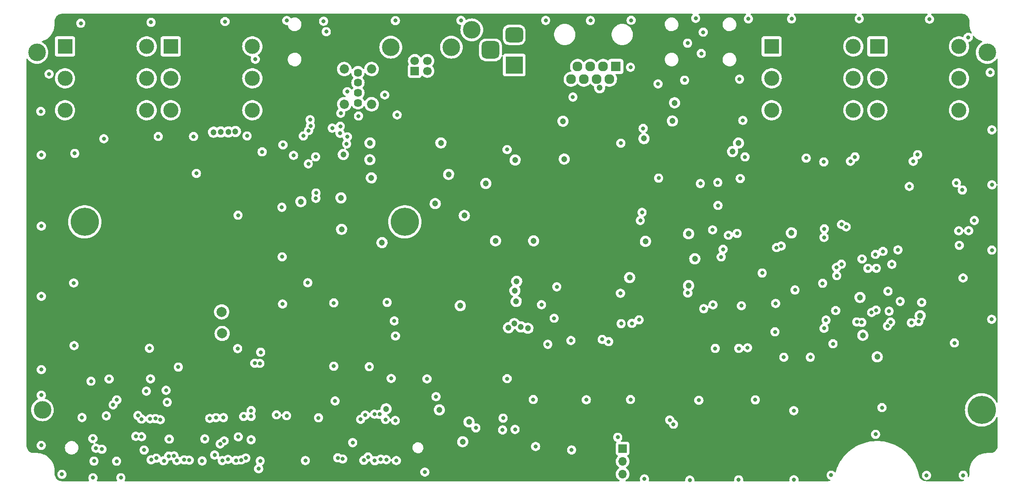
<source format=gbr>
G04 #@! TF.GenerationSoftware,KiCad,Pcbnew,6.0.4-6f826c9f35~116~ubuntu20.04.1*
G04 #@! TF.CreationDate,2022-05-03T23:03:30+02:00*
G04 #@! TF.ProjectId,bottom-board,626f7474-6f6d-42d6-926f-6172642e6b69,rev?*
G04 #@! TF.SameCoordinates,Original*
G04 #@! TF.FileFunction,Copper,L2,Inr*
G04 #@! TF.FilePolarity,Positive*
%FSLAX46Y46*%
G04 Gerber Fmt 4.6, Leading zero omitted, Abs format (unit mm)*
G04 Created by KiCad (PCBNEW 6.0.4-6f826c9f35~116~ubuntu20.04.1) date 2022-05-03 23:03:30*
%MOMM*%
%LPD*%
G01*
G04 APERTURE LIST*
G04 Aperture macros list*
%AMRoundRect*
0 Rectangle with rounded corners*
0 $1 Rounding radius*
0 $2 $3 $4 $5 $6 $7 $8 $9 X,Y pos of 4 corners*
0 Add a 4 corners polygon primitive as box body*
4,1,4,$2,$3,$4,$5,$6,$7,$8,$9,$2,$3,0*
0 Add four circle primitives for the rounded corners*
1,1,$1+$1,$2,$3*
1,1,$1+$1,$4,$5*
1,1,$1+$1,$6,$7*
1,1,$1+$1,$8,$9*
0 Add four rect primitives between the rounded corners*
20,1,$1+$1,$2,$3,$4,$5,0*
20,1,$1+$1,$4,$5,$6,$7,0*
20,1,$1+$1,$6,$7,$8,$9,0*
20,1,$1+$1,$8,$9,$2,$3,0*%
G04 Aperture macros list end*
G04 #@! TA.AperFunction,ComponentPad*
%ADD10C,3.500000*%
G04 #@! TD*
G04 #@! TA.AperFunction,ComponentPad*
%ADD11C,5.600000*%
G04 #@! TD*
G04 #@! TA.AperFunction,ComponentPad*
%ADD12R,1.700000X1.700000*%
G04 #@! TD*
G04 #@! TA.AperFunction,ComponentPad*
%ADD13O,1.700000X1.700000*%
G04 #@! TD*
G04 #@! TA.AperFunction,ComponentPad*
%ADD14C,3.000000*%
G04 #@! TD*
G04 #@! TA.AperFunction,ComponentPad*
%ADD15R,3.000000X3.000000*%
G04 #@! TD*
G04 #@! TA.AperFunction,ComponentPad*
%ADD16C,1.620000*%
G04 #@! TD*
G04 #@! TA.AperFunction,ComponentPad*
%ADD17C,1.850000*%
G04 #@! TD*
G04 #@! TA.AperFunction,ComponentPad*
%ADD18C,1.700000*%
G04 #@! TD*
G04 #@! TA.AperFunction,ComponentPad*
%ADD19R,3.500000X3.500000*%
G04 #@! TD*
G04 #@! TA.AperFunction,ComponentPad*
%ADD20RoundRect,0.750000X-1.000000X0.750000X-1.000000X-0.750000X1.000000X-0.750000X1.000000X0.750000X0*%
G04 #@! TD*
G04 #@! TA.AperFunction,ComponentPad*
%ADD21RoundRect,0.875000X-0.875000X0.875000X-0.875000X-0.875000X0.875000X-0.875000X0.875000X0.875000X0*%
G04 #@! TD*
G04 #@! TA.AperFunction,ComponentPad*
%ADD22R,1.960000X1.960000*%
G04 #@! TD*
G04 #@! TA.AperFunction,ComponentPad*
%ADD23C,1.960000*%
G04 #@! TD*
G04 #@! TA.AperFunction,ComponentPad*
%ADD24C,2.000000*%
G04 #@! TD*
G04 #@! TA.AperFunction,ViaPad*
%ADD25C,0.800000*%
G04 #@! TD*
G04 #@! TA.AperFunction,ViaPad*
%ADD26C,1.200000*%
G04 #@! TD*
G04 APERTURE END LIST*
D10*
X250310000Y-49630000D03*
X62610000Y-120730000D03*
D11*
X249207680Y-120727880D03*
D12*
X177860000Y-128410000D03*
D13*
X177860000Y-130950000D03*
X177860000Y-133490000D03*
D10*
X147910000Y-45130000D03*
D11*
X71007680Y-83337880D03*
X134607680Y-83337880D03*
D14*
X67085000Y-54780000D03*
X83315000Y-54780000D03*
D15*
X67085000Y-48430000D03*
D14*
X83315000Y-48430000D03*
X67085000Y-61130000D03*
X83315000Y-61130000D03*
D16*
X125285000Y-53655000D03*
X125285000Y-55655000D03*
X125285000Y-57655000D03*
X125285000Y-59655000D03*
D17*
X128005000Y-59925000D03*
X122565000Y-52925000D03*
X122565000Y-59925000D03*
X128005000Y-52925000D03*
D14*
X88085000Y-54780000D03*
X104315000Y-54780000D03*
D15*
X88085000Y-48430000D03*
D14*
X104315000Y-48430000D03*
X88085000Y-61130000D03*
X104315000Y-61130000D03*
D12*
X136586971Y-53299976D03*
D18*
X139086971Y-53299976D03*
X139086971Y-51299976D03*
X136586971Y-51299976D03*
D10*
X131816971Y-48589976D03*
X143856971Y-48589976D03*
D19*
X156330453Y-52130000D03*
D20*
X156330453Y-46130000D03*
D21*
X151630453Y-49130000D03*
D22*
X176535000Y-52410000D03*
D23*
X175265000Y-54950000D03*
X173995000Y-52410000D03*
X172725000Y-54950000D03*
X171455000Y-52410000D03*
X170185000Y-54950000D03*
X168915000Y-52410000D03*
X167645000Y-54950000D03*
D14*
X228485000Y-54780000D03*
X244715000Y-54780000D03*
D15*
X228485000Y-48430000D03*
D14*
X244715000Y-48430000D03*
X228485000Y-61130000D03*
X244715000Y-61130000D03*
X207485000Y-54780000D03*
X223715000Y-54780000D03*
D15*
X207485000Y-48430000D03*
D14*
X223715000Y-48430000D03*
X207485000Y-61130000D03*
X223715000Y-61130000D03*
D10*
X61507680Y-49627880D03*
D24*
X98210000Y-101230000D03*
X98310000Y-105530000D03*
D25*
X208455042Y-88444958D03*
X221350000Y-91750000D03*
X194000000Y-100600000D03*
X223150000Y-71275000D03*
X214350000Y-70650000D03*
D26*
X225600000Y-105875000D03*
D25*
X179725000Y-103525000D03*
X228297640Y-92559071D03*
X215169002Y-110250000D03*
X209900000Y-110260000D03*
D26*
X225050000Y-98350000D03*
D25*
X230600000Y-97125000D03*
X234844847Y-76280153D03*
X220210010Y-100969281D03*
X181740000Y-81440000D03*
X116930000Y-78640000D03*
X236490000Y-69970000D03*
X236708957Y-103164173D03*
X205600000Y-93500000D03*
X198890000Y-86000000D03*
X202700000Y-108375000D03*
X225450000Y-90710000D03*
X114439104Y-66243831D03*
X196275000Y-108500000D03*
X195750000Y-84925000D03*
X104900000Y-50975000D03*
X200950000Y-108500000D03*
X247750000Y-83050000D03*
X200625000Y-85625000D03*
X208150000Y-105200000D03*
X220418036Y-94031965D03*
X181150000Y-102825000D03*
X110390000Y-68025000D03*
X190825000Y-97475000D03*
X221391095Y-83834637D03*
X197450000Y-90300000D03*
X230825000Y-101100000D03*
X185030000Y-74630000D03*
X209381155Y-88124999D03*
X220375000Y-92375000D03*
X235250000Y-103400000D03*
X244200000Y-75575000D03*
X201480000Y-100010000D03*
X116890000Y-70390000D03*
X115860000Y-64230000D03*
X164800000Y-96250000D03*
X235610000Y-71270000D03*
X222300000Y-84313980D03*
X115790000Y-63000000D03*
X116960000Y-77590000D03*
X196827701Y-80055500D03*
X246625000Y-85075000D03*
X197843161Y-88775000D03*
X217850000Y-71400000D03*
X226605417Y-92564545D03*
X244770000Y-88000000D03*
X115480000Y-65170000D03*
X228100000Y-89800000D03*
X195830000Y-99830000D03*
X177450000Y-97525000D03*
X231370000Y-91770000D03*
X237300000Y-99350000D03*
X224050000Y-70400000D03*
X244660000Y-85099998D03*
X217620000Y-95550000D03*
D26*
X228460000Y-110180000D03*
D25*
X245375000Y-77000000D03*
D26*
X183050000Y-57050000D03*
X191200000Y-59090000D03*
X133870000Y-103014971D03*
X191200000Y-65350000D03*
X154009999Y-119429999D03*
X139120000Y-124260000D03*
X154960000Y-120380000D03*
X137200000Y-124150000D03*
X203300000Y-57840000D03*
D25*
X134603347Y-65133347D03*
D26*
X136475000Y-132475000D03*
X137075029Y-103014971D03*
X135490000Y-103014971D03*
D25*
X229600000Y-89200000D03*
X181390000Y-83050000D03*
D26*
X192225000Y-90675000D03*
D25*
X217900000Y-86425000D03*
D26*
X156828466Y-95156614D03*
X211425000Y-85525000D03*
D25*
X132510000Y-103030000D03*
X217950000Y-84725000D03*
X232575000Y-88900000D03*
D26*
X237000000Y-102000000D03*
D25*
X129810000Y-130539989D03*
D26*
X145630000Y-100010000D03*
D25*
X106250000Y-69400000D03*
X233030000Y-99150000D03*
X115440000Y-71790000D03*
X167610000Y-106930000D03*
X224409053Y-103229053D03*
X219680000Y-107580000D03*
X105870000Y-130890000D03*
X105962347Y-109262347D03*
X121785000Y-64305000D03*
X130620000Y-58080000D03*
X84080000Y-114560000D03*
X127291707Y-130099978D03*
D26*
X199720000Y-69350000D03*
X182127463Y-66757463D03*
D25*
X132750000Y-106022976D03*
X87170000Y-116830000D03*
X72260011Y-115040000D03*
X130933722Y-130638662D03*
X130765640Y-122639760D03*
D26*
X130875000Y-120525000D03*
D25*
X102080000Y-130690000D03*
X105800000Y-111484981D03*
X123045838Y-67819468D03*
X103009060Y-130320067D03*
X104790000Y-111460000D03*
X123175001Y-66405001D03*
X77375000Y-118724306D03*
X121725000Y-65705000D03*
X74410000Y-128560000D03*
X133075000Y-62050000D03*
X123174990Y-57425000D03*
X76650000Y-119723644D03*
X73230000Y-128340011D03*
X125404998Y-62275000D03*
X120175000Y-64675000D03*
X187980000Y-123590000D03*
X187240000Y-122750000D03*
X90755151Y-130664963D03*
X104065000Y-120865369D03*
X104065000Y-122040000D03*
X91770000Y-130740000D03*
X218290000Y-102860000D03*
X173830000Y-106700000D03*
X217899847Y-104499847D03*
X175110000Y-107150010D03*
D26*
X173320000Y-56650000D03*
D25*
X227342767Y-101344459D03*
X230500000Y-104050000D03*
X231121396Y-103266501D03*
X228235138Y-100893151D03*
X109110000Y-121710000D03*
X126461476Y-130752279D03*
X124250000Y-127235939D03*
X66470000Y-133540000D03*
D26*
X122380000Y-69930000D03*
D25*
X193893440Y-45593000D03*
X111150000Y-43270000D03*
X193020000Y-118810000D03*
X97080000Y-122280000D03*
X201112120Y-54932580D03*
X228140000Y-125600000D03*
X211450000Y-42950000D03*
D26*
X127950000Y-74570000D03*
D25*
X202870000Y-42940000D03*
X156510000Y-124610000D03*
X251240000Y-88950000D03*
X131084320Y-99350000D03*
X161762347Y-99807653D03*
X211889340Y-120888760D03*
X177525000Y-67675000D03*
X62280000Y-61360000D03*
X145760000Y-43250000D03*
X111113660Y-121882840D03*
X105560000Y-132440000D03*
X127546600Y-112146600D03*
X70220000Y-43820000D03*
D26*
X156510000Y-71020000D03*
D25*
X83250000Y-117000000D03*
X243799360Y-107403900D03*
X62390000Y-112710000D03*
X101060000Y-130770000D03*
X250910000Y-53610000D03*
D26*
X130070000Y-87450000D03*
D25*
X110180000Y-80420000D03*
D26*
X141770000Y-67620000D03*
D25*
X72630000Y-126440000D03*
D26*
X146100000Y-127050000D03*
D25*
X245550000Y-133730000D03*
X204240000Y-118740000D03*
X160120000Y-118665128D03*
X170660000Y-118720000D03*
X225407470Y-103332470D03*
X154020000Y-124720000D03*
X191230000Y-134700000D03*
X62390000Y-98130000D03*
X132911940Y-130808400D03*
X193510000Y-49830000D03*
X190200280Y-55148480D03*
X211920000Y-134620000D03*
D26*
X127660000Y-70980000D03*
D25*
X179450000Y-118665128D03*
D26*
X127686574Y-67646574D03*
D25*
X72850000Y-130920000D03*
X224890000Y-42920000D03*
X179570000Y-43230000D03*
X179448460Y-52567840D03*
X200940000Y-134640000D03*
X132730000Y-43300000D03*
X117450000Y-122300000D03*
X164270000Y-102510000D03*
X131900000Y-114475260D03*
X103260000Y-66240000D03*
X74810620Y-66796920D03*
X160591500Y-128010010D03*
X219310000Y-133720000D03*
D26*
X200910000Y-67660000D03*
D25*
X84210000Y-130650000D03*
X129579020Y-121610674D03*
X114850000Y-130810000D03*
D26*
X140650000Y-79700000D03*
D25*
X93200000Y-73690000D03*
X101470000Y-82000000D03*
X171490000Y-43280000D03*
X139010000Y-114560000D03*
X184917080Y-55885080D03*
X182210000Y-134460000D03*
D26*
X146420000Y-82080000D03*
D25*
X168000000Y-58500000D03*
X126740000Y-121760000D03*
X251250000Y-65030000D03*
X115325040Y-95432880D03*
D26*
X122040000Y-84810000D03*
X143300000Y-73880000D03*
D25*
X121870000Y-61720000D03*
X75852020Y-114579400D03*
X251260000Y-75960000D03*
X62380000Y-117810000D03*
D26*
X150710000Y-75690000D03*
X166010000Y-63310000D03*
D25*
X154930000Y-114520000D03*
X154930000Y-68940000D03*
X62390000Y-70030000D03*
X251200000Y-102700000D03*
X85610000Y-66339777D03*
X83868260Y-108473240D03*
X94340000Y-130880000D03*
D26*
X179280000Y-94420000D03*
X160180000Y-87110000D03*
D25*
X77340000Y-130950000D03*
X190784480Y-47774860D03*
D26*
X141460000Y-120730000D03*
D25*
X122249956Y-130489794D03*
X118460000Y-43420000D03*
X68818760Y-95483680D03*
X70470000Y-122250000D03*
D26*
X121915000Y-78560000D03*
D25*
X84180000Y-43640000D03*
X85037834Y-122459479D03*
X120484900Y-99451160D03*
X162590000Y-43260000D03*
X192400001Y-42830001D03*
X140800000Y-118090000D03*
X154140000Y-122370000D03*
X246540000Y-46620000D03*
X110229040Y-90280960D03*
X132720000Y-122850000D03*
X69024500Y-69717920D03*
X245518940Y-94482920D03*
X120741600Y-118951600D03*
X201757280Y-63141860D03*
D26*
X147350000Y-123130000D03*
D25*
X63920000Y-53920000D03*
X120490000Y-112040000D03*
X87400000Y-119210000D03*
D26*
X188200000Y-59650000D03*
D25*
X110314740Y-99661980D03*
X119000000Y-45500000D03*
X229410260Y-120285019D03*
D26*
X152617500Y-87090000D03*
D25*
X62390000Y-84170000D03*
X82800000Y-128720000D03*
D26*
X166270000Y-70830000D03*
D25*
X238260000Y-133760000D03*
X92626180Y-66339777D03*
X68894960Y-107942380D03*
X89280000Y-130810000D03*
X75290000Y-121910000D03*
X238840000Y-43000000D03*
X78182560Y-134229823D03*
X72645360Y-134229907D03*
X101391720Y-108531660D03*
X62370000Y-127800000D03*
X98880000Y-43480000D03*
X177586640Y-103578001D03*
D26*
X187770000Y-63270000D03*
D25*
X181952900Y-64731900D03*
X163010000Y-107680000D03*
X212125000Y-96875000D03*
X208280000Y-99550001D03*
D26*
X96619926Y-65489777D03*
X155211932Y-104381049D03*
X156730000Y-99160000D03*
X113950000Y-79300000D03*
X156473039Y-97000000D03*
D25*
X112500000Y-70100000D03*
X82290000Y-122570000D03*
X82300000Y-126060000D03*
X104065500Y-126669500D03*
X95840000Y-122420000D03*
X167736086Y-128696086D03*
X101517629Y-126086873D03*
X99480000Y-130560000D03*
X176910000Y-126190000D03*
X98330000Y-130820000D03*
X81565000Y-121852261D03*
X81150000Y-125980000D03*
X98570000Y-122270000D03*
X102600003Y-122035000D03*
X89600000Y-112209981D03*
X87683914Y-129926086D03*
X121273806Y-130275000D03*
X125825000Y-122605000D03*
X96820000Y-129700459D03*
X97905111Y-127502421D03*
X84000000Y-122500000D03*
X85230000Y-130340000D03*
X88757653Y-129877653D03*
X87790000Y-126540000D03*
X86740000Y-130870000D03*
X94860000Y-126500000D03*
X86013480Y-122678836D03*
X98701855Y-126898930D03*
D26*
X100950000Y-65350000D03*
X159049990Y-104500000D03*
X156355939Y-103574047D03*
X98057739Y-65442664D03*
D25*
X202190001Y-70400001D03*
X193330000Y-75710000D03*
D26*
X182420000Y-87209900D03*
X190975000Y-85699990D03*
X190975000Y-96000000D03*
X157675996Y-104231398D03*
X99550000Y-65450000D03*
D25*
X128579574Y-121577316D03*
X128635000Y-130840000D03*
X148720000Y-124310000D03*
X138580000Y-133100000D03*
X196790000Y-75500000D03*
X201250000Y-74700000D03*
G04 #@! TA.AperFunction,Conductor*
G36*
X191765815Y-41958502D02*
G01*
X191812308Y-42012158D01*
X191822412Y-42082432D01*
X191792918Y-42147012D01*
X191789182Y-42150819D01*
X191788748Y-42151135D01*
X191787357Y-42152680D01*
X191787349Y-42152688D01*
X191665380Y-42288149D01*
X191660961Y-42293057D01*
X191632200Y-42342872D01*
X191572140Y-42446900D01*
X191565474Y-42458445D01*
X191506459Y-42640073D01*
X191505769Y-42646634D01*
X191505769Y-42646636D01*
X191492394Y-42773891D01*
X191486497Y-42830001D01*
X191487187Y-42836566D01*
X191500796Y-42966045D01*
X191506459Y-43019929D01*
X191565474Y-43201557D01*
X191568777Y-43207279D01*
X191568778Y-43207280D01*
X191581937Y-43230072D01*
X191660961Y-43366945D01*
X191665379Y-43371852D01*
X191665380Y-43371853D01*
X191765682Y-43483250D01*
X191788748Y-43508867D01*
X191821499Y-43532662D01*
X191933389Y-43613955D01*
X191943249Y-43621119D01*
X191949277Y-43623803D01*
X191949279Y-43623804D01*
X192081673Y-43682749D01*
X192117713Y-43698795D01*
X192188320Y-43713803D01*
X192298057Y-43737129D01*
X192298062Y-43737129D01*
X192304514Y-43738501D01*
X192495488Y-43738501D01*
X192501940Y-43737129D01*
X192501945Y-43737129D01*
X192611682Y-43713803D01*
X192682289Y-43698795D01*
X192718329Y-43682749D01*
X192850723Y-43623804D01*
X192850725Y-43623803D01*
X192856753Y-43621119D01*
X192866614Y-43613955D01*
X192978503Y-43532662D01*
X193011254Y-43508867D01*
X193034320Y-43483250D01*
X193134622Y-43371853D01*
X193134623Y-43371852D01*
X193139041Y-43366945D01*
X193218065Y-43230072D01*
X193231224Y-43207280D01*
X193231225Y-43207279D01*
X193234528Y-43201557D01*
X193293543Y-43019929D01*
X193299207Y-42966045D01*
X193312815Y-42836566D01*
X193313505Y-42830001D01*
X193307608Y-42773891D01*
X193294233Y-42646636D01*
X193294233Y-42646634D01*
X193293543Y-42640073D01*
X193234528Y-42458445D01*
X193227863Y-42446900D01*
X193167802Y-42342872D01*
X193139041Y-42293057D01*
X193123724Y-42276045D01*
X193011254Y-42151135D01*
X193012816Y-42149728D01*
X192980757Y-42097686D01*
X192982111Y-42026702D01*
X193021627Y-41967719D01*
X193086758Y-41939463D01*
X193102308Y-41938500D01*
X202315026Y-41938500D01*
X202383147Y-41958502D01*
X202429640Y-42012158D01*
X202439744Y-42082432D01*
X202410250Y-42147012D01*
X202389087Y-42166436D01*
X202258747Y-42261134D01*
X202254326Y-42266044D01*
X202254325Y-42266045D01*
X202143820Y-42388774D01*
X202130960Y-42403056D01*
X202093018Y-42468774D01*
X202042632Y-42556045D01*
X202035473Y-42568444D01*
X201976458Y-42750072D01*
X201975768Y-42756633D01*
X201975768Y-42756635D01*
X201963567Y-42872721D01*
X201956496Y-42940000D01*
X201957186Y-42946565D01*
X201974861Y-43114729D01*
X201976458Y-43129928D01*
X202035473Y-43311556D01*
X202038776Y-43317278D01*
X202038777Y-43317279D01*
X202044551Y-43327279D01*
X202130960Y-43476944D01*
X202135378Y-43481851D01*
X202135379Y-43481852D01*
X202162791Y-43512296D01*
X202258747Y-43618866D01*
X202413248Y-43731118D01*
X202419276Y-43733802D01*
X202419278Y-43733803D01*
X202570714Y-43801226D01*
X202587712Y-43808794D01*
X202656263Y-43823365D01*
X202768056Y-43847128D01*
X202768061Y-43847128D01*
X202774513Y-43848500D01*
X202965487Y-43848500D01*
X202971939Y-43847128D01*
X202971944Y-43847128D01*
X203083737Y-43823365D01*
X203152288Y-43808794D01*
X203169286Y-43801226D01*
X203320722Y-43733803D01*
X203320724Y-43733802D01*
X203326752Y-43731118D01*
X203481253Y-43618866D01*
X203577209Y-43512296D01*
X203604621Y-43481852D01*
X203604622Y-43481851D01*
X203609040Y-43476944D01*
X203695449Y-43327279D01*
X203701223Y-43317279D01*
X203701224Y-43317278D01*
X203704527Y-43311556D01*
X203763542Y-43129928D01*
X203765140Y-43114729D01*
X203782814Y-42946565D01*
X203783504Y-42940000D01*
X203776433Y-42872721D01*
X203764232Y-42756635D01*
X203764232Y-42756633D01*
X203763542Y-42750072D01*
X203704527Y-42568444D01*
X203697369Y-42556045D01*
X203646982Y-42468774D01*
X203609040Y-42403056D01*
X203596181Y-42388774D01*
X203485675Y-42266045D01*
X203485674Y-42266044D01*
X203481253Y-42261134D01*
X203350913Y-42166436D01*
X203307559Y-42110214D01*
X203301484Y-42039477D01*
X203334616Y-41976686D01*
X203396436Y-41941774D01*
X203424974Y-41938500D01*
X210908790Y-41938500D01*
X210976911Y-41958502D01*
X211023404Y-42012158D01*
X211033508Y-42082432D01*
X211004014Y-42147012D01*
X210982851Y-42166436D01*
X210852511Y-42261134D01*
X210838747Y-42271134D01*
X210834326Y-42276044D01*
X210834325Y-42276045D01*
X210732824Y-42388774D01*
X210710960Y-42413056D01*
X210672955Y-42478882D01*
X210621247Y-42568444D01*
X210615473Y-42578444D01*
X210556458Y-42760072D01*
X210555768Y-42766633D01*
X210555768Y-42766635D01*
X210544618Y-42872721D01*
X210536496Y-42950000D01*
X210537186Y-42956565D01*
X210555253Y-43128460D01*
X210556458Y-43139928D01*
X210615473Y-43321556D01*
X210618776Y-43327278D01*
X210618777Y-43327279D01*
X210622869Y-43334367D01*
X210710960Y-43486944D01*
X210715378Y-43491851D01*
X210715379Y-43491852D01*
X210832165Y-43621556D01*
X210838747Y-43628866D01*
X210903905Y-43676206D01*
X210987893Y-43737227D01*
X210993248Y-43741118D01*
X210999276Y-43743802D01*
X210999278Y-43743803D01*
X211148333Y-43810166D01*
X211167712Y-43818794D01*
X211249629Y-43836206D01*
X211348056Y-43857128D01*
X211348061Y-43857128D01*
X211354513Y-43858500D01*
X211545487Y-43858500D01*
X211551939Y-43857128D01*
X211551944Y-43857128D01*
X211650371Y-43836206D01*
X211732288Y-43818794D01*
X211751667Y-43810166D01*
X211900722Y-43743803D01*
X211900724Y-43743802D01*
X211906752Y-43741118D01*
X211912108Y-43737227D01*
X211996095Y-43676206D01*
X212061253Y-43628866D01*
X212067835Y-43621556D01*
X212184621Y-43491852D01*
X212184622Y-43491851D01*
X212189040Y-43486944D01*
X212277131Y-43334367D01*
X212281223Y-43327279D01*
X212281224Y-43327278D01*
X212284527Y-43321556D01*
X212343542Y-43139928D01*
X212344748Y-43128460D01*
X212362814Y-42956565D01*
X212363504Y-42950000D01*
X212355382Y-42872721D01*
X212344232Y-42766635D01*
X212344232Y-42766633D01*
X212343542Y-42760072D01*
X212284527Y-42578444D01*
X212278754Y-42568444D01*
X212227045Y-42478882D01*
X212189040Y-42413056D01*
X212167177Y-42388774D01*
X212065675Y-42276045D01*
X212065674Y-42276044D01*
X212061253Y-42271134D01*
X212047490Y-42261134D01*
X211917149Y-42166436D01*
X211873795Y-42110214D01*
X211867720Y-42039477D01*
X211900852Y-41976686D01*
X211962672Y-41941774D01*
X211991210Y-41938500D01*
X224307499Y-41938500D01*
X224375620Y-41958502D01*
X224422113Y-42012158D01*
X224432217Y-42082432D01*
X224402723Y-42147012D01*
X224381562Y-42166434D01*
X224278747Y-42241134D01*
X224274326Y-42246044D01*
X224274325Y-42246045D01*
X224236415Y-42288149D01*
X224150960Y-42383056D01*
X224130338Y-42418774D01*
X224076011Y-42512872D01*
X224055473Y-42548444D01*
X223996458Y-42730072D01*
X223995768Y-42736633D01*
X223995768Y-42736635D01*
X223978101Y-42904729D01*
X223976496Y-42920000D01*
X223977186Y-42926565D01*
X223995701Y-43102721D01*
X223996458Y-43109928D01*
X224055473Y-43291556D01*
X224058776Y-43297278D01*
X224058777Y-43297279D01*
X224076098Y-43327279D01*
X224150960Y-43456944D01*
X224155378Y-43461851D01*
X224155379Y-43461852D01*
X224209670Y-43522148D01*
X224278747Y-43598866D01*
X224331618Y-43637279D01*
X224394202Y-43682749D01*
X224433248Y-43711118D01*
X224439276Y-43713802D01*
X224439278Y-43713803D01*
X224569659Y-43771852D01*
X224607712Y-43788794D01*
X224693101Y-43806944D01*
X224788056Y-43827128D01*
X224788061Y-43827128D01*
X224794513Y-43828500D01*
X224985487Y-43828500D01*
X224991939Y-43827128D01*
X224991944Y-43827128D01*
X225086899Y-43806944D01*
X225172288Y-43788794D01*
X225210341Y-43771852D01*
X225340722Y-43713803D01*
X225340724Y-43713802D01*
X225346752Y-43711118D01*
X225385799Y-43682749D01*
X225448382Y-43637279D01*
X225501253Y-43598866D01*
X225570330Y-43522148D01*
X225624621Y-43461852D01*
X225624622Y-43461851D01*
X225629040Y-43456944D01*
X225703902Y-43327279D01*
X225721223Y-43297279D01*
X225721224Y-43297278D01*
X225724527Y-43291556D01*
X225783542Y-43109928D01*
X225784300Y-43102721D01*
X225802814Y-42926565D01*
X225803504Y-42920000D01*
X225801899Y-42904729D01*
X225784232Y-42736635D01*
X225784232Y-42736633D01*
X225783542Y-42730072D01*
X225724527Y-42548444D01*
X225703990Y-42512872D01*
X225649662Y-42418774D01*
X225629040Y-42383056D01*
X225543586Y-42288149D01*
X225505675Y-42246045D01*
X225505674Y-42246044D01*
X225501253Y-42241134D01*
X225398439Y-42166435D01*
X225355086Y-42110214D01*
X225349011Y-42039478D01*
X225382142Y-41976686D01*
X225443962Y-41941775D01*
X225472501Y-41938500D01*
X238397752Y-41938500D01*
X238465873Y-41958502D01*
X238512366Y-42012158D01*
X238522470Y-42082432D01*
X238492976Y-42147012D01*
X238449001Y-42179607D01*
X238389278Y-42206197D01*
X238389276Y-42206198D01*
X238383248Y-42208882D01*
X238377907Y-42212762D01*
X238377906Y-42212763D01*
X238338857Y-42241134D01*
X238228747Y-42321134D01*
X238224326Y-42326044D01*
X238224325Y-42326045D01*
X238140832Y-42418774D01*
X238100960Y-42463056D01*
X238048516Y-42553891D01*
X238016218Y-42609834D01*
X238005473Y-42628444D01*
X237946458Y-42810072D01*
X237945768Y-42816633D01*
X237945768Y-42816635D01*
X237938221Y-42888444D01*
X237926496Y-43000000D01*
X237927186Y-43006565D01*
X237944593Y-43172179D01*
X237946458Y-43189928D01*
X238005473Y-43371556D01*
X238008776Y-43377278D01*
X238008777Y-43377279D01*
X238038491Y-43428744D01*
X238100960Y-43536944D01*
X238105378Y-43541851D01*
X238105379Y-43541852D01*
X238198498Y-43645271D01*
X238228747Y-43678866D01*
X238310827Y-43738501D01*
X238376354Y-43786109D01*
X238383248Y-43791118D01*
X238389276Y-43793802D01*
X238389278Y-43793803D01*
X238551681Y-43866109D01*
X238557712Y-43868794D01*
X238651112Y-43888647D01*
X238738056Y-43907128D01*
X238738061Y-43907128D01*
X238744513Y-43908500D01*
X238935487Y-43908500D01*
X238941939Y-43907128D01*
X238941944Y-43907128D01*
X239028888Y-43888647D01*
X239122288Y-43868794D01*
X239128319Y-43866109D01*
X239290722Y-43793803D01*
X239290724Y-43793802D01*
X239296752Y-43791118D01*
X239303647Y-43786109D01*
X239369173Y-43738501D01*
X239451253Y-43678866D01*
X239481502Y-43645271D01*
X239574621Y-43541852D01*
X239574622Y-43541851D01*
X239579040Y-43536944D01*
X239641509Y-43428744D01*
X239671223Y-43377279D01*
X239671224Y-43377278D01*
X239674527Y-43371556D01*
X239733542Y-43189928D01*
X239735408Y-43172179D01*
X239752814Y-43006565D01*
X239753504Y-43000000D01*
X239741779Y-42888444D01*
X239734232Y-42816635D01*
X239734232Y-42816633D01*
X239733542Y-42810072D01*
X239674527Y-42628444D01*
X239663783Y-42609834D01*
X239631484Y-42553891D01*
X239579040Y-42463056D01*
X239539169Y-42418774D01*
X239455675Y-42326045D01*
X239455674Y-42326044D01*
X239451253Y-42321134D01*
X239341143Y-42241134D01*
X239302094Y-42212763D01*
X239302093Y-42212762D01*
X239296752Y-42208882D01*
X239290724Y-42206198D01*
X239290722Y-42206197D01*
X239230999Y-42179607D01*
X239176903Y-42133627D01*
X239156254Y-42065700D01*
X239175606Y-41997392D01*
X239228817Y-41950390D01*
X239282248Y-41938500D01*
X245260633Y-41938500D01*
X245280018Y-41940000D01*
X245294851Y-41942310D01*
X245294855Y-41942310D01*
X245303724Y-41943691D01*
X245318981Y-41941696D01*
X245344302Y-41940953D01*
X245513285Y-41953039D01*
X245531064Y-41955596D01*
X245721392Y-41996999D01*
X245738641Y-42002063D01*
X245921150Y-42070136D01*
X245937502Y-42077604D01*
X246108458Y-42170952D01*
X246123582Y-42180672D01*
X246279514Y-42297402D01*
X246293100Y-42309175D01*
X246430825Y-42446900D01*
X246442598Y-42460486D01*
X246559328Y-42616418D01*
X246569048Y-42631542D01*
X246662396Y-42802498D01*
X246669864Y-42818850D01*
X246737937Y-43001359D01*
X246743001Y-43018607D01*
X246784404Y-43208936D01*
X246786961Y-43226715D01*
X246797342Y-43371853D01*
X246798540Y-43388601D01*
X246797793Y-43406565D01*
X246797692Y-43414845D01*
X246796309Y-43423724D01*
X246800436Y-43455283D01*
X246801500Y-43471621D01*
X246801500Y-43980633D01*
X246800000Y-44000018D01*
X246797690Y-44014851D01*
X246797690Y-44014855D01*
X246796309Y-44023724D01*
X246797353Y-44031707D01*
X246797458Y-44033852D01*
X246797444Y-44035034D01*
X246797603Y-44036804D01*
X246812998Y-44350166D01*
X246814184Y-44374308D01*
X246814638Y-44377368D01*
X246853712Y-44640783D01*
X246864765Y-44715300D01*
X246865516Y-44718299D01*
X246865517Y-44718303D01*
X246893630Y-44830535D01*
X246948526Y-45049692D01*
X246949563Y-45052589D01*
X246949565Y-45052597D01*
X246991789Y-45170604D01*
X247064660Y-45374264D01*
X247086913Y-45421314D01*
X247210289Y-45682170D01*
X247212048Y-45685890D01*
X247213630Y-45688530D01*
X247215095Y-45691270D01*
X247213844Y-45691939D01*
X247230308Y-45755260D01*
X247208189Y-45822723D01*
X247153107Y-45867518D01*
X247082552Y-45875423D01*
X247030308Y-45853262D01*
X247002094Y-45832763D01*
X247002093Y-45832762D01*
X246996752Y-45828882D01*
X246990724Y-45826198D01*
X246990722Y-45826197D01*
X246828319Y-45753891D01*
X246828318Y-45753891D01*
X246822288Y-45751206D01*
X246728888Y-45731353D01*
X246641944Y-45712872D01*
X246641939Y-45712872D01*
X246635487Y-45711500D01*
X246444513Y-45711500D01*
X246438061Y-45712872D01*
X246438056Y-45712872D01*
X246351112Y-45731353D01*
X246257712Y-45751206D01*
X246251682Y-45753891D01*
X246251681Y-45753891D01*
X246089278Y-45826197D01*
X246089276Y-45826198D01*
X246083248Y-45828882D01*
X245928747Y-45941134D01*
X245800960Y-46083056D01*
X245705473Y-46248444D01*
X245646458Y-46430072D01*
X245645768Y-46436633D01*
X245645768Y-46436635D01*
X245642857Y-46464332D01*
X245615843Y-46529989D01*
X245557621Y-46570618D01*
X245486676Y-46573321D01*
X245466904Y-46566535D01*
X245396945Y-46535825D01*
X245133566Y-46460800D01*
X245129324Y-46460196D01*
X245129318Y-46460195D01*
X244924387Y-46431029D01*
X244862443Y-46422213D01*
X244718589Y-46421460D01*
X244592877Y-46420802D01*
X244592871Y-46420802D01*
X244588591Y-46420780D01*
X244584347Y-46421339D01*
X244584343Y-46421339D01*
X244510741Y-46431029D01*
X244317078Y-46456525D01*
X244312938Y-46457658D01*
X244312936Y-46457658D01*
X244288540Y-46464332D01*
X244052928Y-46528788D01*
X244048980Y-46530472D01*
X243804982Y-46634546D01*
X243804978Y-46634548D01*
X243801030Y-46636232D01*
X243781125Y-46648145D01*
X243569725Y-46774664D01*
X243569721Y-46774667D01*
X243566043Y-46776868D01*
X243352318Y-46948094D01*
X243284579Y-47019476D01*
X243187486Y-47121791D01*
X243163808Y-47146742D01*
X243004002Y-47369136D01*
X242875857Y-47611161D01*
X242874385Y-47615184D01*
X242874383Y-47615188D01*
X242787107Y-47853679D01*
X242781743Y-47868337D01*
X242723404Y-48135907D01*
X242701917Y-48408918D01*
X242717682Y-48682320D01*
X242718507Y-48686525D01*
X242718508Y-48686533D01*
X242748917Y-48841526D01*
X242770405Y-48951053D01*
X242771792Y-48955103D01*
X242771793Y-48955108D01*
X242847344Y-49175773D01*
X242859112Y-49210144D01*
X242982160Y-49454799D01*
X242984586Y-49458328D01*
X242984589Y-49458334D01*
X243105404Y-49634119D01*
X243137274Y-49680490D01*
X243140161Y-49683663D01*
X243140162Y-49683664D01*
X243316449Y-49877402D01*
X243321582Y-49883043D01*
X243531675Y-50058707D01*
X243535316Y-50060991D01*
X243760024Y-50201951D01*
X243760028Y-50201953D01*
X243763664Y-50204234D01*
X243831544Y-50234883D01*
X244009345Y-50315164D01*
X244009349Y-50315166D01*
X244013257Y-50316930D01*
X244017377Y-50318150D01*
X244017376Y-50318150D01*
X244271723Y-50393491D01*
X244271727Y-50393492D01*
X244275836Y-50394709D01*
X244280070Y-50395357D01*
X244280075Y-50395358D01*
X244542298Y-50435483D01*
X244542300Y-50435483D01*
X244546540Y-50436132D01*
X244685912Y-50438322D01*
X244816071Y-50440367D01*
X244816077Y-50440367D01*
X244820362Y-50440434D01*
X245092235Y-50407534D01*
X245357127Y-50338041D01*
X245361087Y-50336401D01*
X245361092Y-50336399D01*
X245522155Y-50269684D01*
X245610136Y-50233241D01*
X245839773Y-50099052D01*
X245842879Y-50097237D01*
X245842880Y-50097236D01*
X245846582Y-50095073D01*
X246062089Y-49926094D01*
X246066722Y-49921314D01*
X246236426Y-49746192D01*
X246252669Y-49729431D01*
X246255202Y-49725983D01*
X246255206Y-49725978D01*
X246412257Y-49512178D01*
X246414795Y-49508723D01*
X246441348Y-49459819D01*
X246543418Y-49271830D01*
X246543419Y-49271828D01*
X246545468Y-49268054D01*
X246635845Y-49028878D01*
X246640751Y-49015895D01*
X246640752Y-49015891D01*
X246642269Y-49011877D01*
X246670310Y-48889441D01*
X246702449Y-48749117D01*
X246702450Y-48749113D01*
X246703407Y-48744933D01*
X246705001Y-48727081D01*
X246727531Y-48474627D01*
X246727531Y-48474625D01*
X246727751Y-48472161D01*
X246728193Y-48430000D01*
X246727048Y-48413198D01*
X246709859Y-48161055D01*
X246709858Y-48161049D01*
X246709567Y-48156778D01*
X246703120Y-48125644D01*
X246677965Y-48004179D01*
X246654032Y-47888612D01*
X246588105Y-47702441D01*
X246582098Y-47685477D01*
X246578214Y-47614586D01*
X246613272Y-47552850D01*
X246674672Y-47520171D01*
X246822288Y-47488794D01*
X246851159Y-47475940D01*
X246990722Y-47413803D01*
X246990724Y-47413802D01*
X246996752Y-47411118D01*
X247024554Y-47390919D01*
X247126252Y-47317030D01*
X247151253Y-47298866D01*
X247167687Y-47280614D01*
X247274621Y-47161852D01*
X247274622Y-47161851D01*
X247279040Y-47156944D01*
X247347053Y-47039142D01*
X247371223Y-46997279D01*
X247371224Y-46997278D01*
X247374527Y-46991556D01*
X247433542Y-46809928D01*
X247434895Y-46797061D01*
X247452814Y-46626565D01*
X247453504Y-46620000D01*
X247444595Y-46535238D01*
X247434233Y-46436642D01*
X247434232Y-46436635D01*
X247433542Y-46430072D01*
X247432872Y-46428011D01*
X247438149Y-46358862D01*
X247480966Y-46302229D01*
X247547604Y-46277736D01*
X247616905Y-46293157D01*
X247649353Y-46318839D01*
X247826124Y-46513876D01*
X248081547Y-46745378D01*
X248084033Y-46747222D01*
X248084037Y-46747225D01*
X248265580Y-46881866D01*
X248358431Y-46950729D01*
X248361072Y-46952312D01*
X248361081Y-46952318D01*
X248581114Y-47084200D01*
X248654110Y-47127952D01*
X248656889Y-47129266D01*
X248656892Y-47129268D01*
X248728333Y-47163057D01*
X248965736Y-47275340D01*
X249210037Y-47362753D01*
X249272678Y-47385166D01*
X249330078Y-47426949D01*
X249355777Y-47493131D01*
X249341616Y-47562701D01*
X249285960Y-47616806D01*
X249178327Y-47669885D01*
X249150583Y-47688423D01*
X248935593Y-47832074D01*
X248935588Y-47832078D01*
X248932162Y-47834367D01*
X248929068Y-47837081D01*
X248929062Y-47837085D01*
X248742991Y-48000266D01*
X248709573Y-48029573D01*
X248706864Y-48032662D01*
X248517085Y-48249062D01*
X248517081Y-48249068D01*
X248514367Y-48252162D01*
X248512078Y-48255588D01*
X248512074Y-48255593D01*
X248471236Y-48316712D01*
X248349885Y-48498327D01*
X248348061Y-48502026D01*
X248348058Y-48502031D01*
X248280852Y-48638313D01*
X248218941Y-48763855D01*
X248217616Y-48767760D01*
X248217615Y-48767761D01*
X248126494Y-49036197D01*
X248123776Y-49044203D01*
X248122972Y-49048247D01*
X248122970Y-49048253D01*
X248074276Y-49293056D01*
X248066017Y-49334574D01*
X248046654Y-49630000D01*
X248046924Y-49634119D01*
X248065609Y-49919194D01*
X248066017Y-49925426D01*
X248066819Y-49929459D01*
X248066820Y-49929465D01*
X248122970Y-50211747D01*
X248123776Y-50215797D01*
X248125103Y-50219706D01*
X248125104Y-50219710D01*
X248202048Y-50446379D01*
X248218941Y-50496145D01*
X248266040Y-50591653D01*
X248340438Y-50742516D01*
X248349885Y-50761673D01*
X248352179Y-50765106D01*
X248510658Y-51002287D01*
X248514367Y-51007838D01*
X248517081Y-51010932D01*
X248517085Y-51010938D01*
X248675613Y-51191703D01*
X248709573Y-51230427D01*
X248712662Y-51233136D01*
X248929062Y-51422915D01*
X248929068Y-51422919D01*
X248932162Y-51425633D01*
X248935588Y-51427922D01*
X248935593Y-51427926D01*
X249068681Y-51516852D01*
X249178327Y-51590115D01*
X249182026Y-51591939D01*
X249182031Y-51591942D01*
X249281071Y-51640783D01*
X249443855Y-51721059D01*
X249447760Y-51722384D01*
X249447761Y-51722385D01*
X249720290Y-51814896D01*
X249720294Y-51814897D01*
X249724203Y-51816224D01*
X249728247Y-51817028D01*
X249728253Y-51817030D01*
X250010535Y-51873180D01*
X250010541Y-51873181D01*
X250014574Y-51873983D01*
X250018679Y-51874252D01*
X250018686Y-51874253D01*
X250305881Y-51893076D01*
X250310000Y-51893346D01*
X250314119Y-51893076D01*
X250601314Y-51874253D01*
X250601321Y-51874252D01*
X250605426Y-51873983D01*
X250609459Y-51873181D01*
X250609465Y-51873180D01*
X250891747Y-51817030D01*
X250891753Y-51817028D01*
X250895797Y-51816224D01*
X250899706Y-51814897D01*
X250899710Y-51814896D01*
X251172239Y-51722385D01*
X251172240Y-51722384D01*
X251176145Y-51721059D01*
X251338929Y-51640783D01*
X251437969Y-51591942D01*
X251437974Y-51591939D01*
X251441673Y-51590115D01*
X251551319Y-51516852D01*
X251684407Y-51427926D01*
X251684412Y-51427922D01*
X251687838Y-51425633D01*
X251690932Y-51422919D01*
X251690938Y-51422915D01*
X251907338Y-51233136D01*
X251910427Y-51230427D01*
X251944387Y-51191703D01*
X252102915Y-51010938D01*
X252102919Y-51010932D01*
X252105633Y-51007838D01*
X252109343Y-51002287D01*
X252170735Y-50910406D01*
X252225212Y-50864878D01*
X252295655Y-50856030D01*
X252359699Y-50886672D01*
X252397010Y-50947073D01*
X252401500Y-50980408D01*
X252401500Y-64890154D01*
X252381498Y-64958275D01*
X252327842Y-65004768D01*
X252257568Y-65014872D01*
X252192988Y-64985378D01*
X252154604Y-64925652D01*
X252150190Y-64903324D01*
X252144232Y-64846635D01*
X252144232Y-64846633D01*
X252143542Y-64840072D01*
X252084527Y-64658444D01*
X252073171Y-64638774D01*
X252019843Y-64546409D01*
X251989040Y-64493056D01*
X251976199Y-64478794D01*
X251865675Y-64356045D01*
X251865674Y-64356044D01*
X251861253Y-64351134D01*
X251719773Y-64248342D01*
X251712094Y-64242763D01*
X251712093Y-64242762D01*
X251706752Y-64238882D01*
X251700724Y-64236198D01*
X251700722Y-64236197D01*
X251538319Y-64163891D01*
X251538318Y-64163891D01*
X251532288Y-64161206D01*
X251438888Y-64141353D01*
X251351944Y-64122872D01*
X251351939Y-64122872D01*
X251345487Y-64121500D01*
X251154513Y-64121500D01*
X251148061Y-64122872D01*
X251148056Y-64122872D01*
X251061112Y-64141353D01*
X250967712Y-64161206D01*
X250961682Y-64163891D01*
X250961681Y-64163891D01*
X250799278Y-64236197D01*
X250799276Y-64236198D01*
X250793248Y-64238882D01*
X250787907Y-64242762D01*
X250787906Y-64242763D01*
X250780227Y-64248342D01*
X250638747Y-64351134D01*
X250634326Y-64356044D01*
X250634325Y-64356045D01*
X250523802Y-64478794D01*
X250510960Y-64493056D01*
X250480157Y-64546409D01*
X250426830Y-64638774D01*
X250415473Y-64658444D01*
X250356458Y-64840072D01*
X250355768Y-64846633D01*
X250355768Y-64846635D01*
X250342403Y-64973794D01*
X250336496Y-65030000D01*
X250356458Y-65219928D01*
X250415473Y-65401556D01*
X250418776Y-65407278D01*
X250418777Y-65407279D01*
X250441286Y-65446265D01*
X250510960Y-65566944D01*
X250515378Y-65571851D01*
X250515379Y-65571852D01*
X250549622Y-65609883D01*
X250638747Y-65708866D01*
X250793248Y-65821118D01*
X250799276Y-65823802D01*
X250799278Y-65823803D01*
X250961681Y-65896109D01*
X250967712Y-65898794D01*
X251061112Y-65918647D01*
X251148056Y-65937128D01*
X251148061Y-65937128D01*
X251154513Y-65938500D01*
X251345487Y-65938500D01*
X251351939Y-65937128D01*
X251351944Y-65937128D01*
X251438888Y-65918647D01*
X251532288Y-65898794D01*
X251538319Y-65896109D01*
X251700722Y-65823803D01*
X251700724Y-65823802D01*
X251706752Y-65821118D01*
X251861253Y-65708866D01*
X251950378Y-65609883D01*
X251984621Y-65571852D01*
X251984622Y-65571851D01*
X251989040Y-65566944D01*
X252058714Y-65446265D01*
X252081223Y-65407279D01*
X252081224Y-65407278D01*
X252084527Y-65401556D01*
X252143542Y-65219928D01*
X252150190Y-65156676D01*
X252177203Y-65091019D01*
X252235425Y-65050389D01*
X252306370Y-65047686D01*
X252367514Y-65083768D01*
X252399444Y-65147179D01*
X252401500Y-65169846D01*
X252401500Y-75741133D01*
X252381498Y-75809254D01*
X252327842Y-75855747D01*
X252257568Y-75865851D01*
X252192988Y-75836357D01*
X252154604Y-75776631D01*
X252153966Y-75774106D01*
X252153542Y-75770072D01*
X252094527Y-75588444D01*
X252090556Y-75581565D01*
X252047254Y-75506565D01*
X251999040Y-75423056D01*
X251970749Y-75391635D01*
X251875675Y-75286045D01*
X251875674Y-75286044D01*
X251871253Y-75281134D01*
X251764322Y-75203444D01*
X251722094Y-75172763D01*
X251722093Y-75172762D01*
X251716752Y-75168882D01*
X251710724Y-75166198D01*
X251710722Y-75166197D01*
X251548319Y-75093891D01*
X251548318Y-75093891D01*
X251542288Y-75091206D01*
X251448888Y-75071353D01*
X251361944Y-75052872D01*
X251361939Y-75052872D01*
X251355487Y-75051500D01*
X251164513Y-75051500D01*
X251158061Y-75052872D01*
X251158056Y-75052872D01*
X251071112Y-75071353D01*
X250977712Y-75091206D01*
X250971682Y-75093891D01*
X250971681Y-75093891D01*
X250809278Y-75166197D01*
X250809276Y-75166198D01*
X250803248Y-75168882D01*
X250797907Y-75172762D01*
X250797906Y-75172763D01*
X250755678Y-75203444D01*
X250648747Y-75281134D01*
X250644326Y-75286044D01*
X250644325Y-75286045D01*
X250549252Y-75391635D01*
X250520960Y-75423056D01*
X250472746Y-75506565D01*
X250429445Y-75581565D01*
X250425473Y-75588444D01*
X250366458Y-75770072D01*
X250346496Y-75960000D01*
X250347186Y-75966565D01*
X250365134Y-76137327D01*
X250366458Y-76149928D01*
X250425473Y-76331556D01*
X250428776Y-76337278D01*
X250428777Y-76337279D01*
X250455726Y-76383955D01*
X250520960Y-76496944D01*
X250648747Y-76638866D01*
X250803248Y-76751118D01*
X250809276Y-76753802D01*
X250809278Y-76753803D01*
X250971681Y-76826109D01*
X250977712Y-76828794D01*
X251071112Y-76848647D01*
X251158056Y-76867128D01*
X251158061Y-76867128D01*
X251164513Y-76868500D01*
X251355487Y-76868500D01*
X251361939Y-76867128D01*
X251361944Y-76867128D01*
X251448888Y-76848647D01*
X251542288Y-76828794D01*
X251548319Y-76826109D01*
X251710722Y-76753803D01*
X251710724Y-76753802D01*
X251716752Y-76751118D01*
X251871253Y-76638866D01*
X251999040Y-76496944D01*
X252064274Y-76383955D01*
X252091223Y-76337279D01*
X252091224Y-76337278D01*
X252094527Y-76331556D01*
X252153542Y-76149928D01*
X252153705Y-76149981D01*
X252185982Y-76090196D01*
X252248132Y-76055875D01*
X252318971Y-76060603D01*
X252376008Y-76102879D01*
X252401135Y-76169281D01*
X252401500Y-76178867D01*
X252401500Y-88905299D01*
X252388365Y-88950032D01*
X252399444Y-88972034D01*
X252401500Y-88994701D01*
X252401500Y-119182186D01*
X252381498Y-119250307D01*
X252327842Y-119296800D01*
X252257568Y-119306904D01*
X252192988Y-119277410D01*
X252164146Y-119241145D01*
X252049382Y-119024393D01*
X252049378Y-119024386D01*
X252047783Y-119021374D01*
X251846870Y-118724626D01*
X251837380Y-118713435D01*
X251704403Y-118556635D01*
X251615083Y-118451312D01*
X251355134Y-118204630D01*
X251077809Y-117993365D01*
X251072771Y-117989527D01*
X251072769Y-117989526D01*
X251070064Y-117987465D01*
X251067152Y-117985708D01*
X251067147Y-117985705D01*
X250766123Y-117804116D01*
X250766117Y-117804113D01*
X250763208Y-117802358D01*
X250438155Y-117651473D01*
X250268432Y-117594025D01*
X250101935Y-117537669D01*
X250101930Y-117537668D01*
X250098708Y-117536577D01*
X249900361Y-117492604D01*
X249752173Y-117459751D01*
X249752167Y-117459750D01*
X249748838Y-117459012D01*
X249745449Y-117458638D01*
X249745444Y-117458637D01*
X249396018Y-117420060D01*
X249396013Y-117420060D01*
X249392637Y-117419687D01*
X249389238Y-117419681D01*
X249389237Y-117419681D01*
X249219760Y-117419385D01*
X249034272Y-117419062D01*
X248921093Y-117431157D01*
X248681319Y-117456781D01*
X248681311Y-117456782D01*
X248677936Y-117457143D01*
X248327797Y-117533486D01*
X247987951Y-117647197D01*
X247984858Y-117648619D01*
X247984857Y-117648620D01*
X247881609Y-117696109D01*
X247662374Y-117796946D01*
X247659440Y-117798702D01*
X247659438Y-117798703D01*
X247408507Y-117948882D01*
X247354873Y-117980981D01*
X247352147Y-117983043D01*
X247352145Y-117983044D01*
X247082099Y-118187279D01*
X247069047Y-118197150D01*
X247066562Y-118199492D01*
X247066557Y-118199496D01*
X246988170Y-118273365D01*
X246808239Y-118442923D01*
X246806027Y-118445513D01*
X246806025Y-118445515D01*
X246792325Y-118461556D01*
X246575499Y-118715426D01*
X246573580Y-118718238D01*
X246573577Y-118718243D01*
X246536785Y-118772179D01*
X246373551Y-119011471D01*
X246204757Y-119327594D01*
X246071091Y-119660098D01*
X246070171Y-119663372D01*
X246070169Y-119663377D01*
X245975757Y-119999260D01*
X245974117Y-120005093D01*
X245973555Y-120008450D01*
X245973555Y-120008451D01*
X245921995Y-120316566D01*
X245914970Y-120358543D01*
X245894341Y-120716314D01*
X245912472Y-121074220D01*
X245913009Y-121077575D01*
X245913010Y-121077581D01*
X245943196Y-121266039D01*
X245969150Y-121428075D01*
X246063713Y-121773739D01*
X246138287Y-121963056D01*
X246187220Y-122087279D01*
X246195054Y-122107168D01*
X246216287Y-122147610D01*
X246357866Y-122417279D01*
X246361637Y-122424462D01*
X246363538Y-122427291D01*
X246363544Y-122427301D01*
X246537184Y-122685703D01*
X246561514Y-122721909D01*
X246792345Y-122996030D01*
X247051431Y-123243618D01*
X247335741Y-123461777D01*
X247401255Y-123501610D01*
X247639035Y-123646183D01*
X247639040Y-123646186D01*
X247641950Y-123647955D01*
X247645038Y-123649401D01*
X247645037Y-123649401D01*
X247963390Y-123798529D01*
X247963400Y-123798533D01*
X247966474Y-123799973D01*
X247969692Y-123801075D01*
X247969695Y-123801076D01*
X248302295Y-123914951D01*
X248302303Y-123914953D01*
X248305518Y-123916054D01*
X248655115Y-123994839D01*
X248707408Y-124000797D01*
X249007794Y-124035022D01*
X249007802Y-124035022D01*
X249011177Y-124035407D01*
X249014581Y-124035425D01*
X249014584Y-124035425D01*
X249208907Y-124036442D01*
X249369537Y-124037283D01*
X249372923Y-124036933D01*
X249372925Y-124036933D01*
X249722612Y-124000797D01*
X249722621Y-124000796D01*
X249726004Y-124000446D01*
X249729337Y-123999732D01*
X249729340Y-123999731D01*
X250026407Y-123936045D01*
X250076407Y-123925326D01*
X250416648Y-123812802D01*
X250742746Y-123664191D01*
X250874495Y-123585964D01*
X251047942Y-123482979D01*
X251047947Y-123482976D01*
X251050887Y-123481230D01*
X251056351Y-123477128D01*
X251169927Y-123391852D01*
X251337466Y-123266060D01*
X251599131Y-123021199D01*
X251832820Y-122749510D01*
X251951421Y-122576944D01*
X252033870Y-122456981D01*
X252033875Y-122456974D01*
X252035800Y-122454172D01*
X252037412Y-122451178D01*
X252037417Y-122451170D01*
X252149118Y-122243718D01*
X252164561Y-122215038D01*
X252214467Y-122164543D01*
X252283751Y-122149044D01*
X252350416Y-122173464D01*
X252393295Y-122230049D01*
X252401500Y-122274774D01*
X252401500Y-127780633D01*
X252400000Y-127800018D01*
X252397690Y-127814851D01*
X252397690Y-127814855D01*
X252396309Y-127823724D01*
X252398136Y-127837693D01*
X252398304Y-127838976D01*
X252399047Y-127864302D01*
X252387545Y-128025132D01*
X252386962Y-128033279D01*
X252384404Y-128051064D01*
X252350653Y-128206216D01*
X252343001Y-128241392D01*
X252337937Y-128258641D01*
X252269864Y-128441150D01*
X252262396Y-128457502D01*
X252169048Y-128628458D01*
X252159328Y-128643582D01*
X252042598Y-128799514D01*
X252030825Y-128813100D01*
X251893100Y-128950825D01*
X251879514Y-128962598D01*
X251723582Y-129079328D01*
X251708458Y-129089048D01*
X251537502Y-129182396D01*
X251521150Y-129189864D01*
X251338641Y-129257937D01*
X251321393Y-129263001D01*
X251131064Y-129304404D01*
X251113285Y-129306961D01*
X250951395Y-129318540D01*
X250933435Y-129317793D01*
X250925155Y-129317692D01*
X250916276Y-129316309D01*
X250884714Y-129320436D01*
X250868379Y-129321500D01*
X250363250Y-129321500D01*
X250342345Y-129319754D01*
X250327344Y-129317230D01*
X250327341Y-129317230D01*
X250322552Y-129316424D01*
X250316475Y-129316350D01*
X250314865Y-129316330D01*
X250314861Y-129316330D01*
X250310000Y-129316271D01*
X250305179Y-129316961D01*
X250305153Y-129316963D01*
X250293523Y-129318078D01*
X249968782Y-129334032D01*
X249968778Y-129334032D01*
X249965692Y-129334184D01*
X249904688Y-129343233D01*
X249627766Y-129384310D01*
X249627762Y-129384311D01*
X249624700Y-129384765D01*
X249621701Y-129385516D01*
X249621697Y-129385517D01*
X249459989Y-129426023D01*
X249290308Y-129468526D01*
X249287411Y-129469563D01*
X249287403Y-129469565D01*
X249158902Y-129515544D01*
X248965736Y-129584660D01*
X248846190Y-129641201D01*
X248658098Y-129730162D01*
X248654110Y-129732048D01*
X248651468Y-129733631D01*
X248651469Y-129733631D01*
X248361081Y-129907682D01*
X248361072Y-129907688D01*
X248358431Y-129909271D01*
X248355946Y-129911114D01*
X248105564Y-130096810D01*
X248081547Y-130114622D01*
X247826124Y-130346124D01*
X247594622Y-130601547D01*
X247592778Y-130604033D01*
X247592775Y-130604037D01*
X247435154Y-130816565D01*
X247389271Y-130878431D01*
X247387688Y-130881072D01*
X247387682Y-130881081D01*
X247229396Y-131145166D01*
X247212048Y-131174110D01*
X247210734Y-131176889D01*
X247210732Y-131176892D01*
X247187238Y-131226566D01*
X247064660Y-131485736D01*
X247018837Y-131613803D01*
X246956224Y-131788794D01*
X246948526Y-131810308D01*
X246923862Y-131908774D01*
X246870728Y-132120896D01*
X246864765Y-132144700D01*
X246864311Y-132147762D01*
X246864310Y-132147766D01*
X246851535Y-132233891D01*
X246814184Y-132485692D01*
X246814032Y-132488778D01*
X246814032Y-132488782D01*
X246798488Y-132805183D01*
X246797716Y-132812740D01*
X246797690Y-132814854D01*
X246796309Y-132823724D01*
X246797473Y-132832626D01*
X246797473Y-132832628D01*
X246800436Y-132855283D01*
X246801500Y-132871621D01*
X246801500Y-133380633D01*
X246800000Y-133400018D01*
X246797690Y-133414851D01*
X246797690Y-133414855D01*
X246796309Y-133423724D01*
X246798304Y-133438976D01*
X246799047Y-133464302D01*
X246787109Y-133631226D01*
X246786962Y-133633279D01*
X246784404Y-133651064D01*
X246745722Y-133828882D01*
X246743001Y-133841392D01*
X246737937Y-133858641D01*
X246669864Y-134041150D01*
X246662397Y-134057500D01*
X246660267Y-134061401D01*
X246610066Y-134111604D01*
X246540692Y-134126697D01*
X246474171Y-134101888D01*
X246431623Y-134045053D01*
X246426557Y-133974237D01*
X246429842Y-133962091D01*
X246443542Y-133919928D01*
X246445083Y-133905271D01*
X246462814Y-133736565D01*
X246463504Y-133730000D01*
X246459611Y-133692963D01*
X246444232Y-133546635D01*
X246444232Y-133546633D01*
X246443542Y-133540072D01*
X246384527Y-133358444D01*
X246379694Y-133350072D01*
X246308774Y-133227237D01*
X246289040Y-133193056D01*
X246270467Y-133172428D01*
X246165675Y-133056045D01*
X246165674Y-133056044D01*
X246161253Y-133051134D01*
X246006752Y-132938882D01*
X246000724Y-132936198D01*
X246000722Y-132936197D01*
X245838319Y-132863891D01*
X245838318Y-132863891D01*
X245832288Y-132861206D01*
X245721669Y-132837693D01*
X245651944Y-132822872D01*
X245651939Y-132822872D01*
X245645487Y-132821500D01*
X245454513Y-132821500D01*
X245448061Y-132822872D01*
X245448056Y-132822872D01*
X245378331Y-132837693D01*
X245267712Y-132861206D01*
X245261682Y-132863891D01*
X245261681Y-132863891D01*
X245099278Y-132936197D01*
X245099276Y-132936198D01*
X245093248Y-132938882D01*
X244938747Y-133051134D01*
X244934326Y-133056044D01*
X244934325Y-133056045D01*
X244829534Y-133172428D01*
X244810960Y-133193056D01*
X244791226Y-133227237D01*
X244720307Y-133350072D01*
X244715473Y-133358444D01*
X244656458Y-133540072D01*
X244655768Y-133546633D01*
X244655768Y-133546635D01*
X244640389Y-133692963D01*
X244636496Y-133730000D01*
X244637186Y-133736565D01*
X244654918Y-133905271D01*
X244656458Y-133919928D01*
X244715473Y-134101556D01*
X244718776Y-134107278D01*
X244718777Y-134107279D01*
X244736098Y-134137279D01*
X244810960Y-134266944D01*
X244815378Y-134271851D01*
X244815379Y-134271852D01*
X244836301Y-134295088D01*
X244938747Y-134408866D01*
X244995462Y-134450072D01*
X245087078Y-134516635D01*
X245093248Y-134521118D01*
X245099276Y-134523802D01*
X245099278Y-134523803D01*
X245259590Y-134595178D01*
X245267712Y-134598794D01*
X245361113Y-134618647D01*
X245448056Y-134637128D01*
X245448061Y-134637128D01*
X245454513Y-134638500D01*
X245581438Y-134638500D01*
X245649559Y-134658502D01*
X245696052Y-134712158D01*
X245706156Y-134782432D01*
X245676662Y-134847012D01*
X245616936Y-134885396D01*
X245608230Y-134887618D01*
X245531064Y-134904404D01*
X245513285Y-134906961D01*
X245351395Y-134918540D01*
X245333435Y-134917793D01*
X245325155Y-134917692D01*
X245316276Y-134916309D01*
X245284714Y-134920436D01*
X245268379Y-134921500D01*
X238258417Y-134921500D01*
X238239110Y-134920012D01*
X238232661Y-134919012D01*
X238183031Y-134895681D01*
X238133675Y-134914358D01*
X238114588Y-134914364D01*
X237992323Y-134905116D01*
X237973389Y-134902224D01*
X237900774Y-134885396D01*
X237771133Y-134855353D01*
X237752848Y-134849620D01*
X237560043Y-134772623D01*
X237542839Y-134764184D01*
X237489032Y-134732500D01*
X237363928Y-134658833D01*
X237348213Y-134647889D01*
X237187352Y-134516629D01*
X237173469Y-134503420D01*
X237122669Y-134447128D01*
X237034376Y-134349289D01*
X237022657Y-134334128D01*
X236908547Y-134160689D01*
X236899262Y-134143926D01*
X236812770Y-133955183D01*
X236806135Y-133937206D01*
X236758874Y-133771271D01*
X236757099Y-133760000D01*
X237346496Y-133760000D01*
X237347186Y-133766565D01*
X237365126Y-133937251D01*
X237366458Y-133949928D01*
X237425473Y-134131556D01*
X237428776Y-134137278D01*
X237428777Y-134137279D01*
X237446961Y-134168774D01*
X237520960Y-134296944D01*
X237525378Y-134301851D01*
X237525379Y-134301852D01*
X237637264Y-134426113D01*
X237648747Y-134438866D01*
X237700876Y-134476740D01*
X237779923Y-134534171D01*
X237803248Y-134551118D01*
X237809276Y-134553802D01*
X237809278Y-134553803D01*
X237929179Y-134607186D01*
X237977712Y-134628794D01*
X238061318Y-134646565D01*
X238150285Y-134665476D01*
X238192860Y-134688462D01*
X238235414Y-134669592D01*
X238251968Y-134668500D01*
X238355487Y-134668500D01*
X238361939Y-134667128D01*
X238361944Y-134667128D01*
X238473737Y-134643365D01*
X238542288Y-134628794D01*
X238590821Y-134607186D01*
X238710722Y-134553803D01*
X238710724Y-134553802D01*
X238716752Y-134551118D01*
X238740078Y-134534171D01*
X238819124Y-134476740D01*
X238871253Y-134438866D01*
X238882736Y-134426113D01*
X238994621Y-134301852D01*
X238994622Y-134301851D01*
X238999040Y-134296944D01*
X239073039Y-134168774D01*
X239091223Y-134137279D01*
X239091224Y-134137278D01*
X239094527Y-134131556D01*
X239153542Y-133949928D01*
X239154875Y-133937251D01*
X239172814Y-133766565D01*
X239173504Y-133760000D01*
X239162056Y-133651074D01*
X239154232Y-133576635D01*
X239154232Y-133576633D01*
X239153542Y-133570072D01*
X239094527Y-133388444D01*
X239078748Y-133361113D01*
X239027599Y-133272522D01*
X238999040Y-133223056D01*
X238977177Y-133198774D01*
X238875675Y-133086045D01*
X238875674Y-133086044D01*
X238871253Y-133081134D01*
X238734604Y-132981852D01*
X238722094Y-132972763D01*
X238722093Y-132972762D01*
X238716752Y-132968882D01*
X238710724Y-132966198D01*
X238710722Y-132966197D01*
X238548319Y-132893891D01*
X238548318Y-132893891D01*
X238542288Y-132891206D01*
X238448887Y-132871353D01*
X238361944Y-132852872D01*
X238361939Y-132852872D01*
X238355487Y-132851500D01*
X238164513Y-132851500D01*
X238158061Y-132852872D01*
X238158056Y-132852872D01*
X238071113Y-132871353D01*
X237977712Y-132891206D01*
X237971682Y-132893891D01*
X237971681Y-132893891D01*
X237809278Y-132966197D01*
X237809276Y-132966198D01*
X237803248Y-132968882D01*
X237797907Y-132972762D01*
X237797906Y-132972763D01*
X237785396Y-132981852D01*
X237648747Y-133081134D01*
X237644326Y-133086044D01*
X237644325Y-133086045D01*
X237542824Y-133198774D01*
X237520960Y-133223056D01*
X237492401Y-133272522D01*
X237441253Y-133361113D01*
X237425473Y-133388444D01*
X237366458Y-133570072D01*
X237365768Y-133576633D01*
X237365768Y-133576635D01*
X237357944Y-133651074D01*
X237346496Y-133760000D01*
X236757099Y-133760000D01*
X236755400Y-133749207D01*
X236754789Y-133749276D01*
X236754246Y-133744440D01*
X236754077Y-133739583D01*
X236752948Y-133733683D01*
X236752935Y-133733413D01*
X236752847Y-133733157D01*
X236751717Y-133727254D01*
X236750287Y-133723257D01*
X236750049Y-133722328D01*
X236747788Y-133712872D01*
X236619015Y-133174441D01*
X236536789Y-132910072D01*
X236450796Y-132633595D01*
X236450173Y-132631592D01*
X236245477Y-132101221D01*
X236233163Y-132074729D01*
X236006728Y-131587604D01*
X236006726Y-131587600D01*
X236005840Y-131585694D01*
X235758254Y-131134547D01*
X235733348Y-131089164D01*
X235733347Y-131089162D01*
X235732331Y-131087311D01*
X235727613Y-131079928D01*
X235427308Y-130610075D01*
X235427307Y-130610074D01*
X235426169Y-130608293D01*
X235144552Y-130226476D01*
X235089973Y-130152477D01*
X235089971Y-130152475D01*
X235088719Y-130150777D01*
X235087362Y-130149173D01*
X235087353Y-130149162D01*
X234780919Y-129787037D01*
X234721486Y-129716803D01*
X234522407Y-129511118D01*
X234327574Y-129309820D01*
X234327564Y-129309811D01*
X234326108Y-129308306D01*
X234323129Y-129305613D01*
X234151267Y-129150280D01*
X233904349Y-128927108D01*
X233526193Y-128628658D01*
X233459743Y-128576214D01*
X233459740Y-128576212D01*
X233458088Y-128574908D01*
X233456373Y-128573731D01*
X233456359Y-128573721D01*
X233184636Y-128387289D01*
X232989315Y-128253277D01*
X232987532Y-128252221D01*
X232987522Y-128252215D01*
X232603967Y-128025132D01*
X232500123Y-127963651D01*
X232498246Y-127962703D01*
X232498239Y-127962699D01*
X232226013Y-127825183D01*
X231992690Y-127707319D01*
X231469282Y-127485425D01*
X231247726Y-127408500D01*
X230934210Y-127299646D01*
X230934207Y-127299645D01*
X230932231Y-127298959D01*
X230383932Y-127148752D01*
X230030780Y-127076944D01*
X229828903Y-127035895D01*
X229828894Y-127035893D01*
X229826831Y-127035474D01*
X229428492Y-126981852D01*
X229265487Y-126959909D01*
X229265477Y-126959908D01*
X229263412Y-126959630D01*
X229261323Y-126959490D01*
X229261315Y-126959489D01*
X228996896Y-126941742D01*
X228696187Y-126921559D01*
X228411869Y-126921494D01*
X228129799Y-126921429D01*
X228127686Y-126921429D01*
X228125593Y-126921569D01*
X228125579Y-126921569D01*
X227562559Y-126959102D01*
X227560444Y-126959243D01*
X227558353Y-126959523D01*
X227558338Y-126959525D01*
X227223409Y-127004456D01*
X226996990Y-127034830D01*
X226683533Y-127098418D01*
X226441878Y-127147440D01*
X226441873Y-127147441D01*
X226439838Y-127147854D01*
X226135358Y-127231118D01*
X225893489Y-127297260D01*
X225893485Y-127297261D01*
X225891471Y-127297812D01*
X225354335Y-127484033D01*
X225352419Y-127484844D01*
X225352404Y-127484850D01*
X224832756Y-127704871D01*
X224832746Y-127704876D01*
X224830825Y-127705689D01*
X224323277Y-127961789D01*
X224172314Y-128051074D01*
X223835767Y-128250120D01*
X223835755Y-128250127D01*
X223833952Y-128251194D01*
X223365033Y-128572611D01*
X222918612Y-128924607D01*
X222917039Y-128926027D01*
X222917030Y-128926035D01*
X222498247Y-129304197D01*
X222496679Y-129305613D01*
X222495220Y-129307119D01*
X222495219Y-129307120D01*
X222103885Y-129711071D01*
X222101115Y-129713930D01*
X221733685Y-130147737D01*
X221732452Y-130149407D01*
X221732441Y-130149421D01*
X221557038Y-130387008D01*
X221396027Y-130605100D01*
X221089647Y-131083978D01*
X220815910Y-131582237D01*
X220711120Y-131807403D01*
X220592015Y-132063327D01*
X220576039Y-132097654D01*
X220575280Y-132099618D01*
X220575274Y-132099632D01*
X220393964Y-132568774D01*
X220371101Y-132627932D01*
X220370481Y-132629923D01*
X220370479Y-132629928D01*
X220225663Y-133094784D01*
X220186305Y-133153873D01*
X220121249Y-133182303D01*
X220051150Y-133171048D01*
X220011729Y-133141618D01*
X219925675Y-133046045D01*
X219925674Y-133046044D01*
X219921253Y-133041134D01*
X219821807Y-132968882D01*
X219772094Y-132932763D01*
X219772093Y-132932762D01*
X219766752Y-132928882D01*
X219760724Y-132926198D01*
X219760722Y-132926197D01*
X219598319Y-132853891D01*
X219598318Y-132853891D01*
X219592288Y-132851206D01*
X219492522Y-132830000D01*
X219411944Y-132812872D01*
X219411939Y-132812872D01*
X219405487Y-132811500D01*
X219214513Y-132811500D01*
X219208061Y-132812872D01*
X219208056Y-132812872D01*
X219127478Y-132830000D01*
X219027712Y-132851206D01*
X219021682Y-132853891D01*
X219021681Y-132853891D01*
X218859278Y-132926197D01*
X218859276Y-132926198D01*
X218853248Y-132928882D01*
X218847907Y-132932762D01*
X218847906Y-132932763D01*
X218798193Y-132968882D01*
X218698747Y-133041134D01*
X218694326Y-133046044D01*
X218694325Y-133046045D01*
X218578458Y-133174729D01*
X218570960Y-133183056D01*
X218475473Y-133348444D01*
X218416458Y-133530072D01*
X218415768Y-133536633D01*
X218415768Y-133536635D01*
X218399346Y-133692879D01*
X218396496Y-133720000D01*
X218397186Y-133726565D01*
X218415580Y-133901571D01*
X218416458Y-133909928D01*
X218475473Y-134091556D01*
X218478776Y-134097278D01*
X218478777Y-134097279D01*
X218483013Y-134104616D01*
X218570960Y-134256944D01*
X218575378Y-134261851D01*
X218575379Y-134261852D01*
X218605305Y-134295088D01*
X218698747Y-134398866D01*
X218778259Y-134456635D01*
X218842653Y-134503420D01*
X218853248Y-134511118D01*
X218859276Y-134513802D01*
X218859278Y-134513803D01*
X219021681Y-134586109D01*
X219027712Y-134588794D01*
X219073813Y-134598593D01*
X219136286Y-134632321D01*
X219170608Y-134694471D01*
X219165880Y-134765310D01*
X219123604Y-134822348D01*
X219094423Y-134838823D01*
X219068081Y-134849363D01*
X219049802Y-134855108D01*
X218847568Y-134902110D01*
X218828631Y-134905016D01*
X218730864Y-134912474D01*
X218653338Y-134918388D01*
X218636153Y-134917715D01*
X218636152Y-134917800D01*
X218627180Y-134917691D01*
X218618306Y-134916309D01*
X218589285Y-134920104D01*
X218586750Y-134920436D01*
X218570410Y-134921500D01*
X212941753Y-134921500D01*
X212873632Y-134901498D01*
X212827139Y-134847842D01*
X212816443Y-134782330D01*
X212832814Y-134626565D01*
X212833504Y-134620000D01*
X212826904Y-134557200D01*
X212814232Y-134436635D01*
X212814232Y-134436633D01*
X212813542Y-134430072D01*
X212754527Y-134248444D01*
X212747567Y-134236388D01*
X212705228Y-134163056D01*
X212659040Y-134083056D01*
X212581063Y-133996453D01*
X212535675Y-133946045D01*
X212535674Y-133946044D01*
X212531253Y-133941134D01*
X212417712Y-133858641D01*
X212382094Y-133832763D01*
X212382093Y-133832762D01*
X212376752Y-133828882D01*
X212370724Y-133826198D01*
X212370722Y-133826197D01*
X212208319Y-133753891D01*
X212208318Y-133753891D01*
X212202288Y-133751206D01*
X212102522Y-133730000D01*
X212021944Y-133712872D01*
X212021939Y-133712872D01*
X212015487Y-133711500D01*
X211824513Y-133711500D01*
X211818061Y-133712872D01*
X211818056Y-133712872D01*
X211737478Y-133730000D01*
X211637712Y-133751206D01*
X211631682Y-133753891D01*
X211631681Y-133753891D01*
X211469278Y-133826197D01*
X211469276Y-133826198D01*
X211463248Y-133828882D01*
X211457907Y-133832762D01*
X211457906Y-133832763D01*
X211422288Y-133858641D01*
X211308747Y-133941134D01*
X211304326Y-133946044D01*
X211304325Y-133946045D01*
X211258938Y-133996453D01*
X211180960Y-134083056D01*
X211134772Y-134163056D01*
X211092434Y-134236388D01*
X211085473Y-134248444D01*
X211026458Y-134430072D01*
X211025768Y-134436633D01*
X211025768Y-134436635D01*
X211013096Y-134557200D01*
X211006496Y-134620000D01*
X211007186Y-134626565D01*
X211023557Y-134782330D01*
X211010785Y-134852168D01*
X210962283Y-134904015D01*
X210898247Y-134921500D01*
X201963855Y-134921500D01*
X201895734Y-134901498D01*
X201849241Y-134847842D01*
X201838545Y-134782330D01*
X201852814Y-134646565D01*
X201853504Y-134640000D01*
X201845369Y-134562598D01*
X201834232Y-134456635D01*
X201834232Y-134456633D01*
X201833542Y-134450072D01*
X201774527Y-134268444D01*
X201767888Y-134256944D01*
X201702636Y-134143926D01*
X201679040Y-134103056D01*
X201673839Y-134097279D01*
X201555675Y-133966045D01*
X201555674Y-133966044D01*
X201551253Y-133961134D01*
X201449543Y-133887237D01*
X201402094Y-133852763D01*
X201402093Y-133852762D01*
X201396752Y-133848882D01*
X201390724Y-133846198D01*
X201390722Y-133846197D01*
X201228319Y-133773891D01*
X201228318Y-133773891D01*
X201222288Y-133771206D01*
X201119116Y-133749276D01*
X201041944Y-133732872D01*
X201041939Y-133732872D01*
X201035487Y-133731500D01*
X200844513Y-133731500D01*
X200838061Y-133732872D01*
X200838056Y-133732872D01*
X200760884Y-133749276D01*
X200657712Y-133771206D01*
X200651682Y-133773891D01*
X200651681Y-133773891D01*
X200489278Y-133846197D01*
X200489276Y-133846198D01*
X200483248Y-133848882D01*
X200477907Y-133852762D01*
X200477906Y-133852763D01*
X200430457Y-133887237D01*
X200328747Y-133961134D01*
X200324326Y-133966044D01*
X200324325Y-133966045D01*
X200206162Y-134097279D01*
X200200960Y-134103056D01*
X200177364Y-134143926D01*
X200112113Y-134256944D01*
X200105473Y-134268444D01*
X200046458Y-134450072D01*
X200045768Y-134456633D01*
X200045768Y-134456635D01*
X200034631Y-134562598D01*
X200026496Y-134640000D01*
X200027186Y-134646565D01*
X200041455Y-134782330D01*
X200028683Y-134852168D01*
X199980181Y-134904015D01*
X199916145Y-134921500D01*
X192260161Y-134921500D01*
X192192040Y-134901498D01*
X192145547Y-134847842D01*
X192134851Y-134782330D01*
X192142814Y-134706565D01*
X192143504Y-134700000D01*
X192137888Y-134646565D01*
X192124232Y-134516635D01*
X192124231Y-134516629D01*
X192123542Y-134510072D01*
X192064527Y-134328444D01*
X192046341Y-134296944D01*
X192011366Y-134236366D01*
X191969040Y-134163056D01*
X191959680Y-134152660D01*
X191845675Y-134026045D01*
X191845674Y-134026044D01*
X191841253Y-134021134D01*
X191731143Y-133941134D01*
X191692094Y-133912763D01*
X191692093Y-133912762D01*
X191686752Y-133908882D01*
X191680724Y-133906198D01*
X191680722Y-133906197D01*
X191518319Y-133833891D01*
X191518318Y-133833891D01*
X191512288Y-133831206D01*
X191418887Y-133811353D01*
X191331944Y-133792872D01*
X191331939Y-133792872D01*
X191325487Y-133791500D01*
X191134513Y-133791500D01*
X191128061Y-133792872D01*
X191128056Y-133792872D01*
X191041113Y-133811353D01*
X190947712Y-133831206D01*
X190941682Y-133833891D01*
X190941681Y-133833891D01*
X190779278Y-133906197D01*
X190779276Y-133906198D01*
X190773248Y-133908882D01*
X190767907Y-133912762D01*
X190767906Y-133912763D01*
X190728857Y-133941134D01*
X190618747Y-134021134D01*
X190614326Y-134026044D01*
X190614325Y-134026045D01*
X190500321Y-134152660D01*
X190490960Y-134163056D01*
X190448634Y-134236366D01*
X190413660Y-134296944D01*
X190395473Y-134328444D01*
X190336458Y-134510072D01*
X190335769Y-134516629D01*
X190335768Y-134516635D01*
X190322112Y-134646565D01*
X190316496Y-134700000D01*
X190317186Y-134706565D01*
X190325149Y-134782330D01*
X190312377Y-134852168D01*
X190263875Y-134904015D01*
X190199839Y-134921500D01*
X183188727Y-134921500D01*
X183120606Y-134901498D01*
X183074113Y-134847842D01*
X183064009Y-134777568D01*
X183068894Y-134756564D01*
X183097153Y-134669592D01*
X183103542Y-134649928D01*
X183104586Y-134640000D01*
X183122814Y-134466565D01*
X183123504Y-134460000D01*
X183120767Y-134433955D01*
X183104232Y-134276635D01*
X183104232Y-134276633D01*
X183103542Y-134270072D01*
X183044527Y-134088444D01*
X183037888Y-134076944D01*
X182988736Y-133991811D01*
X182949040Y-133923056D01*
X182943839Y-133917279D01*
X182825675Y-133786045D01*
X182825674Y-133786044D01*
X182821253Y-133781134D01*
X182688616Y-133684767D01*
X182672094Y-133672763D01*
X182672093Y-133672762D01*
X182666752Y-133668882D01*
X182660724Y-133666198D01*
X182660722Y-133666197D01*
X182498319Y-133593891D01*
X182498318Y-133593891D01*
X182492288Y-133591206D01*
X182392861Y-133570072D01*
X182311944Y-133552872D01*
X182311939Y-133552872D01*
X182305487Y-133551500D01*
X182114513Y-133551500D01*
X182108061Y-133552872D01*
X182108056Y-133552872D01*
X182027139Y-133570072D01*
X181927712Y-133591206D01*
X181921682Y-133593891D01*
X181921681Y-133593891D01*
X181759278Y-133666197D01*
X181759276Y-133666198D01*
X181753248Y-133668882D01*
X181747907Y-133672762D01*
X181747906Y-133672763D01*
X181731384Y-133684767D01*
X181598747Y-133781134D01*
X181594326Y-133786044D01*
X181594325Y-133786045D01*
X181476162Y-133917279D01*
X181470960Y-133923056D01*
X181431264Y-133991811D01*
X181382113Y-134076944D01*
X181375473Y-134088444D01*
X181316458Y-134270072D01*
X181315768Y-134276633D01*
X181315768Y-134276635D01*
X181299233Y-134433955D01*
X181296496Y-134460000D01*
X181297186Y-134466565D01*
X181315415Y-134640000D01*
X181316458Y-134649928D01*
X181322847Y-134669592D01*
X181351106Y-134756564D01*
X181353133Y-134827532D01*
X181316471Y-134888329D01*
X181252759Y-134919655D01*
X181231273Y-134921500D01*
X178569635Y-134921500D01*
X178501514Y-134901498D01*
X178455021Y-134847842D01*
X178444917Y-134777568D01*
X178474411Y-134712988D01*
X178514203Y-134682349D01*
X178553346Y-134663173D01*
X178557994Y-134660896D01*
X178739860Y-134531173D01*
X178898096Y-134373489D01*
X178915486Y-134349289D01*
X179025435Y-134196277D01*
X179028453Y-134192077D01*
X179061471Y-134125271D01*
X179125136Y-133996453D01*
X179125137Y-133996451D01*
X179127430Y-133991811D01*
X179177748Y-133826197D01*
X179190865Y-133783023D01*
X179190865Y-133783021D01*
X179192370Y-133778069D01*
X179221529Y-133556590D01*
X179221620Y-133552872D01*
X179223074Y-133493365D01*
X179223074Y-133493361D01*
X179223156Y-133490000D01*
X179204852Y-133267361D01*
X179150431Y-133050702D01*
X179061354Y-132845840D01*
X178940014Y-132658277D01*
X178789670Y-132493051D01*
X178785619Y-132489852D01*
X178785615Y-132489848D01*
X178618414Y-132357800D01*
X178618410Y-132357798D01*
X178614359Y-132354598D01*
X178573053Y-132331796D01*
X178523084Y-132281364D01*
X178508312Y-132211921D01*
X178533428Y-132145516D01*
X178560780Y-132118909D01*
X178622718Y-132074729D01*
X178739860Y-131991173D01*
X178898096Y-131833489D01*
X178907670Y-131820166D01*
X179025435Y-131656277D01*
X179028453Y-131652077D01*
X179038006Y-131632749D01*
X179125136Y-131456453D01*
X179125137Y-131456451D01*
X179127430Y-131451811D01*
X179178029Y-131285271D01*
X179190865Y-131243023D01*
X179190865Y-131243021D01*
X179192370Y-131238069D01*
X179221529Y-131016590D01*
X179221936Y-130999928D01*
X179223074Y-130953365D01*
X179223074Y-130953361D01*
X179223156Y-130950000D01*
X179204852Y-130727361D01*
X179150431Y-130510702D01*
X179061354Y-130305840D01*
X178975255Y-130172751D01*
X178942822Y-130122617D01*
X178942820Y-130122614D01*
X178940014Y-130118277D01*
X178936532Y-130114450D01*
X178792798Y-129956488D01*
X178761746Y-129892642D01*
X178770141Y-129822143D01*
X178815317Y-129767375D01*
X178841761Y-129753706D01*
X178948297Y-129713767D01*
X178956705Y-129710615D01*
X179073261Y-129623261D01*
X179160615Y-129506705D01*
X179211745Y-129370316D01*
X179218500Y-129308134D01*
X179218500Y-127511866D01*
X179211745Y-127449684D01*
X179160615Y-127313295D01*
X179073261Y-127196739D01*
X178956705Y-127109385D01*
X178820316Y-127058255D01*
X178758134Y-127051500D01*
X177639809Y-127051500D01*
X177571688Y-127031498D01*
X177525195Y-126977842D01*
X177515091Y-126907568D01*
X177546173Y-126841190D01*
X177644621Y-126731852D01*
X177644622Y-126731851D01*
X177649040Y-126726944D01*
X177744527Y-126561556D01*
X177803542Y-126379928D01*
X177804604Y-126369830D01*
X177822814Y-126196565D01*
X177823504Y-126190000D01*
X177819233Y-126149363D01*
X177804232Y-126006635D01*
X177804232Y-126006633D01*
X177803542Y-126000072D01*
X177744527Y-125818444D01*
X177649040Y-125653056D01*
X177625695Y-125627128D01*
X177601269Y-125600000D01*
X227226496Y-125600000D01*
X227227186Y-125606565D01*
X227243432Y-125761134D01*
X227246458Y-125789928D01*
X227305473Y-125971556D01*
X227308776Y-125977278D01*
X227308777Y-125977279D01*
X227325726Y-126006635D01*
X227400960Y-126136944D01*
X227405378Y-126141851D01*
X227405379Y-126141852D01*
X227480223Y-126224975D01*
X227528747Y-126278866D01*
X227595602Y-126327439D01*
X227651022Y-126367704D01*
X227683248Y-126391118D01*
X227689276Y-126393802D01*
X227689278Y-126393803D01*
X227851681Y-126466109D01*
X227857712Y-126468794D01*
X227939295Y-126486135D01*
X228038056Y-126507128D01*
X228038061Y-126507128D01*
X228044513Y-126508500D01*
X228235487Y-126508500D01*
X228241939Y-126507128D01*
X228241944Y-126507128D01*
X228340705Y-126486135D01*
X228422288Y-126468794D01*
X228428319Y-126466109D01*
X228590722Y-126393803D01*
X228590724Y-126393802D01*
X228596752Y-126391118D01*
X228628979Y-126367704D01*
X228684398Y-126327439D01*
X228751253Y-126278866D01*
X228799777Y-126224975D01*
X228874621Y-126141852D01*
X228874622Y-126141851D01*
X228879040Y-126136944D01*
X228954274Y-126006635D01*
X228971223Y-125977279D01*
X228971224Y-125977278D01*
X228974527Y-125971556D01*
X229033542Y-125789928D01*
X229036569Y-125761134D01*
X229052814Y-125606565D01*
X229053504Y-125600000D01*
X229046449Y-125532872D01*
X229034232Y-125416635D01*
X229034232Y-125416633D01*
X229033542Y-125410072D01*
X228974527Y-125228444D01*
X228952236Y-125189834D01*
X228927473Y-125146944D01*
X228879040Y-125063056D01*
X228815736Y-124992749D01*
X228755675Y-124926045D01*
X228755674Y-124926044D01*
X228751253Y-124921134D01*
X228596752Y-124808882D01*
X228590724Y-124806198D01*
X228590722Y-124806197D01*
X228428319Y-124733891D01*
X228428318Y-124733891D01*
X228422288Y-124731206D01*
X228328888Y-124711353D01*
X228241944Y-124692872D01*
X228241939Y-124692872D01*
X228235487Y-124691500D01*
X228044513Y-124691500D01*
X228038061Y-124692872D01*
X228038056Y-124692872D01*
X227951112Y-124711353D01*
X227857712Y-124731206D01*
X227851682Y-124733891D01*
X227851681Y-124733891D01*
X227689278Y-124806197D01*
X227689276Y-124806198D01*
X227683248Y-124808882D01*
X227528747Y-124921134D01*
X227524326Y-124926044D01*
X227524325Y-124926045D01*
X227464265Y-124992749D01*
X227400960Y-125063056D01*
X227352527Y-125146944D01*
X227327765Y-125189834D01*
X227305473Y-125228444D01*
X227246458Y-125410072D01*
X227245768Y-125416633D01*
X227245768Y-125416635D01*
X227233551Y-125532872D01*
X227226496Y-125600000D01*
X177601269Y-125600000D01*
X177525675Y-125516045D01*
X177525674Y-125516044D01*
X177521253Y-125511134D01*
X177382154Y-125410072D01*
X177372094Y-125402763D01*
X177372093Y-125402762D01*
X177366752Y-125398882D01*
X177360724Y-125396198D01*
X177360722Y-125396197D01*
X177198319Y-125323891D01*
X177198318Y-125323891D01*
X177192288Y-125321206D01*
X177090810Y-125299636D01*
X177011944Y-125282872D01*
X177011939Y-125282872D01*
X177005487Y-125281500D01*
X176814513Y-125281500D01*
X176808061Y-125282872D01*
X176808056Y-125282872D01*
X176729190Y-125299636D01*
X176627712Y-125321206D01*
X176621682Y-125323891D01*
X176621681Y-125323891D01*
X176459278Y-125396197D01*
X176459276Y-125396198D01*
X176453248Y-125398882D01*
X176447907Y-125402762D01*
X176447906Y-125402763D01*
X176437846Y-125410072D01*
X176298747Y-125511134D01*
X176294326Y-125516044D01*
X176294325Y-125516045D01*
X176194306Y-125627128D01*
X176170960Y-125653056D01*
X176075473Y-125818444D01*
X176016458Y-126000072D01*
X176015768Y-126006633D01*
X176015768Y-126006635D01*
X176000767Y-126149363D01*
X175996496Y-126190000D01*
X175997186Y-126196565D01*
X176015397Y-126369830D01*
X176016458Y-126379928D01*
X176075473Y-126561556D01*
X176170960Y-126726944D01*
X176175378Y-126731851D01*
X176175379Y-126731852D01*
X176279172Y-126847126D01*
X176298747Y-126868866D01*
X176453248Y-126981118D01*
X176459274Y-126983801D01*
X176459281Y-126983805D01*
X176542508Y-127020859D01*
X176574834Y-127035251D01*
X176575175Y-127035403D01*
X176629271Y-127081383D01*
X176649921Y-127149310D01*
X176630569Y-127217618D01*
X176624755Y-127226073D01*
X176559385Y-127313295D01*
X176508255Y-127449684D01*
X176501500Y-127511866D01*
X176501500Y-129308134D01*
X176508255Y-129370316D01*
X176559385Y-129506705D01*
X176646739Y-129623261D01*
X176763295Y-129710615D01*
X176771704Y-129713767D01*
X176771705Y-129713768D01*
X176880451Y-129754535D01*
X176937216Y-129797176D01*
X176961916Y-129863738D01*
X176946709Y-129933087D01*
X176927316Y-129959568D01*
X176917506Y-129969834D01*
X176815863Y-130076197D01*
X176800629Y-130092138D01*
X176797715Y-130096410D01*
X176797714Y-130096411D01*
X176732495Y-130192018D01*
X176674743Y-130276680D01*
X176643691Y-130343576D01*
X176587362Y-130464928D01*
X176580688Y-130479305D01*
X176520989Y-130694570D01*
X176497251Y-130916695D01*
X176497548Y-130921848D01*
X176497548Y-130921851D01*
X176509295Y-131125583D01*
X176510110Y-131139715D01*
X176511247Y-131144761D01*
X176511248Y-131144767D01*
X176529825Y-131227195D01*
X176559222Y-131357639D01*
X176610513Y-131483955D01*
X176640783Y-131558500D01*
X176643266Y-131564616D01*
X176677863Y-131621073D01*
X176754485Y-131746109D01*
X176759987Y-131755088D01*
X176906250Y-131923938D01*
X177078126Y-132066632D01*
X177127937Y-132095739D01*
X177151445Y-132109476D01*
X177200169Y-132161114D01*
X177213240Y-132230897D01*
X177186509Y-132296669D01*
X177146055Y-132330027D01*
X177133607Y-132336507D01*
X177129474Y-132339610D01*
X177129471Y-132339612D01*
X176995767Y-132440000D01*
X176954965Y-132470635D01*
X176800629Y-132632138D01*
X176797715Y-132636410D01*
X176797714Y-132636411D01*
X176730646Y-132734729D01*
X176674743Y-132816680D01*
X176648729Y-132872723D01*
X176588231Y-133003056D01*
X176580688Y-133019305D01*
X176520989Y-133234570D01*
X176497251Y-133456695D01*
X176497548Y-133461848D01*
X176497548Y-133461851D01*
X176507644Y-133636944D01*
X176510110Y-133679715D01*
X176511247Y-133684761D01*
X176511248Y-133684767D01*
X176527412Y-133756491D01*
X176559222Y-133897639D01*
X176597461Y-133991811D01*
X176640640Y-134098148D01*
X176643266Y-134104616D01*
X176679078Y-134163056D01*
X176743660Y-134268444D01*
X176759987Y-134295088D01*
X176906250Y-134463938D01*
X177010906Y-134550825D01*
X177073253Y-134602586D01*
X177078126Y-134606632D01*
X177152219Y-134649928D01*
X177215167Y-134686712D01*
X177263891Y-134738350D01*
X177276962Y-134808133D01*
X177250231Y-134873905D01*
X177192184Y-134914784D01*
X177151597Y-134921500D01*
X79050503Y-134921500D01*
X78982382Y-134901498D01*
X78935889Y-134847842D01*
X78925785Y-134777568D01*
X78941384Y-134732500D01*
X79013783Y-134607102D01*
X79013784Y-134607101D01*
X79017087Y-134601379D01*
X79076102Y-134419751D01*
X79077110Y-134410166D01*
X79095374Y-134236388D01*
X79096064Y-134229823D01*
X79083367Y-134109020D01*
X79076792Y-134046458D01*
X79076792Y-134046456D01*
X79076102Y-134039895D01*
X79017087Y-133858267D01*
X79010119Y-133846197D01*
X78954121Y-133749207D01*
X78921600Y-133692879D01*
X78903488Y-133672763D01*
X78798235Y-133555868D01*
X78798234Y-133555867D01*
X78793813Y-133550957D01*
X78657948Y-133452245D01*
X78644654Y-133442586D01*
X78644653Y-133442585D01*
X78639312Y-133438705D01*
X78633284Y-133436021D01*
X78633282Y-133436020D01*
X78470879Y-133363714D01*
X78470878Y-133363714D01*
X78464848Y-133361029D01*
X78371448Y-133341176D01*
X78284504Y-133322695D01*
X78284499Y-133322695D01*
X78278047Y-133321323D01*
X78087073Y-133321323D01*
X78080621Y-133322695D01*
X78080616Y-133322695D01*
X77993672Y-133341176D01*
X77900272Y-133361029D01*
X77894242Y-133363714D01*
X77894241Y-133363714D01*
X77731838Y-133436020D01*
X77731836Y-133436021D01*
X77725808Y-133438705D01*
X77720467Y-133442585D01*
X77720466Y-133442586D01*
X77707172Y-133452245D01*
X77571307Y-133550957D01*
X77566886Y-133555867D01*
X77566885Y-133555868D01*
X77461633Y-133672763D01*
X77443520Y-133692879D01*
X77410999Y-133749207D01*
X77355002Y-133846197D01*
X77348033Y-133858267D01*
X77289018Y-134039895D01*
X77288328Y-134046456D01*
X77288328Y-134046458D01*
X77281753Y-134109020D01*
X77269056Y-134229823D01*
X77269746Y-134236388D01*
X77288011Y-134410166D01*
X77289018Y-134419751D01*
X77348033Y-134601379D01*
X77351336Y-134607101D01*
X77351337Y-134607102D01*
X77423736Y-134732500D01*
X77440474Y-134801495D01*
X77417254Y-134868587D01*
X77361447Y-134912474D01*
X77314617Y-134921500D01*
X73513352Y-134921500D01*
X73445231Y-134901498D01*
X73398738Y-134847842D01*
X73388634Y-134777568D01*
X73404233Y-134732500D01*
X73476583Y-134607186D01*
X73476584Y-134607185D01*
X73479887Y-134601463D01*
X73538902Y-134419835D01*
X73540063Y-134408794D01*
X73558174Y-134236472D01*
X73558864Y-134229907D01*
X73548016Y-134126697D01*
X73539592Y-134046542D01*
X73539592Y-134046540D01*
X73538902Y-134039979D01*
X73479887Y-133858351D01*
X73476535Y-133852544D01*
X73419577Y-133753891D01*
X73384400Y-133692963D01*
X73372472Y-133679715D01*
X73261035Y-133555952D01*
X73261034Y-133555951D01*
X73256613Y-133551041D01*
X73155089Y-133477279D01*
X73107454Y-133442670D01*
X73107453Y-133442669D01*
X73102112Y-133438789D01*
X73096084Y-133436105D01*
X73096082Y-133436104D01*
X72933679Y-133363798D01*
X72933678Y-133363798D01*
X72927648Y-133361113D01*
X72834247Y-133341260D01*
X72747304Y-133322779D01*
X72747299Y-133322779D01*
X72740847Y-133321407D01*
X72549873Y-133321407D01*
X72543421Y-133322779D01*
X72543416Y-133322779D01*
X72456473Y-133341260D01*
X72363072Y-133361113D01*
X72357042Y-133363798D01*
X72357041Y-133363798D01*
X72194638Y-133436104D01*
X72194636Y-133436105D01*
X72188608Y-133438789D01*
X72183267Y-133442669D01*
X72183266Y-133442670D01*
X72135631Y-133477279D01*
X72034107Y-133551041D01*
X72029686Y-133555951D01*
X72029685Y-133555952D01*
X71918249Y-133679715D01*
X71906320Y-133692963D01*
X71871143Y-133753891D01*
X71814186Y-133852544D01*
X71810833Y-133858351D01*
X71751818Y-134039979D01*
X71751128Y-134046540D01*
X71751128Y-134046542D01*
X71742704Y-134126697D01*
X71731856Y-134229907D01*
X71732546Y-134236472D01*
X71750658Y-134408794D01*
X71751818Y-134419835D01*
X71810833Y-134601463D01*
X71814136Y-134607185D01*
X71814137Y-134607186D01*
X71886487Y-134732500D01*
X71903225Y-134801495D01*
X71880004Y-134868587D01*
X71824197Y-134912474D01*
X71777368Y-134921500D01*
X66559367Y-134921500D01*
X66539982Y-134920000D01*
X66525149Y-134917690D01*
X66525145Y-134917690D01*
X66516276Y-134916309D01*
X66501019Y-134918304D01*
X66475698Y-134919047D01*
X66306715Y-134906961D01*
X66288936Y-134904404D01*
X66098607Y-134863001D01*
X66081359Y-134857937D01*
X65898850Y-134789864D01*
X65882498Y-134782396D01*
X65711542Y-134689048D01*
X65696418Y-134679328D01*
X65540486Y-134562598D01*
X65526900Y-134550825D01*
X65389175Y-134413100D01*
X65377402Y-134399514D01*
X65260672Y-134243582D01*
X65250952Y-134228458D01*
X65157604Y-134057502D01*
X65150136Y-134041150D01*
X65082063Y-133858641D01*
X65076999Y-133841392D01*
X65074278Y-133828882D01*
X65035596Y-133651064D01*
X65033038Y-133633278D01*
X65032892Y-133631226D01*
X65026367Y-133540000D01*
X65556496Y-133540000D01*
X65557186Y-133546565D01*
X65575415Y-133720000D01*
X65576458Y-133729928D01*
X65635473Y-133911556D01*
X65638776Y-133917278D01*
X65638777Y-133917279D01*
X65657627Y-133949928D01*
X65730960Y-134076944D01*
X65735378Y-134081851D01*
X65735379Y-134081852D01*
X65813644Y-134168774D01*
X65858747Y-134218866D01*
X65926985Y-134268444D01*
X66001691Y-134322721D01*
X66013248Y-134331118D01*
X66019276Y-134333802D01*
X66019278Y-134333803D01*
X66176843Y-134403955D01*
X66187712Y-134408794D01*
X66268796Y-134426029D01*
X66368056Y-134447128D01*
X66368061Y-134447128D01*
X66374513Y-134448500D01*
X66565487Y-134448500D01*
X66571939Y-134447128D01*
X66571944Y-134447128D01*
X66671204Y-134426029D01*
X66752288Y-134408794D01*
X66763157Y-134403955D01*
X66920722Y-134333803D01*
X66920724Y-134333802D01*
X66926752Y-134331118D01*
X66938310Y-134322721D01*
X67013015Y-134268444D01*
X67081253Y-134218866D01*
X67126356Y-134168774D01*
X67204621Y-134081852D01*
X67204622Y-134081851D01*
X67209040Y-134076944D01*
X67282373Y-133949928D01*
X67301223Y-133917279D01*
X67301224Y-133917278D01*
X67304527Y-133911556D01*
X67363542Y-133729928D01*
X67364586Y-133720000D01*
X67382814Y-133546565D01*
X67383504Y-133540000D01*
X67374748Y-133456695D01*
X67364232Y-133356635D01*
X67364232Y-133356633D01*
X67363542Y-133350072D01*
X67304527Y-133168444D01*
X67296115Y-133153873D01*
X67239633Y-133056045D01*
X67209040Y-133003056D01*
X67109926Y-132892978D01*
X67085675Y-132866045D01*
X67085674Y-132866044D01*
X67081253Y-132861134D01*
X66926752Y-132748882D01*
X66920724Y-132746198D01*
X66920722Y-132746197D01*
X66758319Y-132673891D01*
X66758318Y-132673891D01*
X66752288Y-132671206D01*
X66658888Y-132651353D01*
X66571944Y-132632872D01*
X66571939Y-132632872D01*
X66565487Y-132631500D01*
X66374513Y-132631500D01*
X66368061Y-132632872D01*
X66368056Y-132632872D01*
X66281112Y-132651353D01*
X66187712Y-132671206D01*
X66181682Y-132673891D01*
X66181681Y-132673891D01*
X66019278Y-132746197D01*
X66019276Y-132746198D01*
X66013248Y-132748882D01*
X65858747Y-132861134D01*
X65854326Y-132866044D01*
X65854325Y-132866045D01*
X65830075Y-132892978D01*
X65730960Y-133003056D01*
X65700367Y-133056045D01*
X65643886Y-133153873D01*
X65635473Y-133168444D01*
X65576458Y-133350072D01*
X65575768Y-133356633D01*
X65575768Y-133356635D01*
X65565252Y-133456695D01*
X65556496Y-133540000D01*
X65026367Y-133540000D01*
X65021719Y-133475011D01*
X65022805Y-133452245D01*
X65022334Y-133452203D01*
X65022770Y-133447345D01*
X65023576Y-133442552D01*
X65023729Y-133430000D01*
X65019773Y-133402376D01*
X65018500Y-133384514D01*
X65018500Y-132883250D01*
X65020246Y-132862345D01*
X65022770Y-132847344D01*
X65022770Y-132847341D01*
X65023576Y-132842552D01*
X65023729Y-132830000D01*
X65023039Y-132825179D01*
X65023037Y-132825153D01*
X65021922Y-132813523D01*
X65005968Y-132488782D01*
X65005968Y-132488778D01*
X65005816Y-132485692D01*
X64999038Y-132440000D01*
X104646496Y-132440000D01*
X104647186Y-132446565D01*
X104660031Y-132568774D01*
X104666458Y-132629928D01*
X104725473Y-132811556D01*
X104728776Y-132817278D01*
X104728777Y-132817279D01*
X104745267Y-132845840D01*
X104820960Y-132976944D01*
X104825378Y-132981851D01*
X104825379Y-132981852D01*
X104887372Y-133050702D01*
X104948747Y-133118866D01*
X105025239Y-133174441D01*
X105092152Y-133223056D01*
X105103248Y-133231118D01*
X105109276Y-133233802D01*
X105109278Y-133233803D01*
X105271681Y-133306109D01*
X105277712Y-133308794D01*
X105371112Y-133328647D01*
X105458056Y-133347128D01*
X105458061Y-133347128D01*
X105464513Y-133348500D01*
X105655487Y-133348500D01*
X105661939Y-133347128D01*
X105661944Y-133347128D01*
X105748888Y-133328647D01*
X105842288Y-133308794D01*
X105848319Y-133306109D01*
X106010722Y-133233803D01*
X106010724Y-133233802D01*
X106016752Y-133231118D01*
X106027849Y-133223056D01*
X106094761Y-133174441D01*
X106171253Y-133118866D01*
X106188240Y-133100000D01*
X137666496Y-133100000D01*
X137667186Y-133106565D01*
X137684629Y-133272522D01*
X137686458Y-133289928D01*
X137745473Y-133471556D01*
X137840960Y-133636944D01*
X137845378Y-133641851D01*
X137845379Y-133641852D01*
X137961850Y-133771206D01*
X137968747Y-133778866D01*
X138123248Y-133891118D01*
X138129276Y-133893802D01*
X138129278Y-133893803D01*
X138291681Y-133966109D01*
X138297712Y-133968794D01*
X138382691Y-133986857D01*
X138478056Y-134007128D01*
X138478061Y-134007128D01*
X138484513Y-134008500D01*
X138675487Y-134008500D01*
X138681939Y-134007128D01*
X138681944Y-134007128D01*
X138777309Y-133986857D01*
X138862288Y-133968794D01*
X138868319Y-133966109D01*
X139030722Y-133893803D01*
X139030724Y-133893802D01*
X139036752Y-133891118D01*
X139191253Y-133778866D01*
X139198150Y-133771206D01*
X139314621Y-133641852D01*
X139314622Y-133641851D01*
X139319040Y-133636944D01*
X139414527Y-133471556D01*
X139473542Y-133289928D01*
X139475372Y-133272522D01*
X139492814Y-133106565D01*
X139493504Y-133100000D01*
X139481086Y-132981852D01*
X139474232Y-132916635D01*
X139474232Y-132916633D01*
X139473542Y-132910072D01*
X139414527Y-132728444D01*
X139319040Y-132563056D01*
X139252164Y-132488782D01*
X139195675Y-132426045D01*
X139195674Y-132426044D01*
X139191253Y-132421134D01*
X139068292Y-132331797D01*
X139042094Y-132312763D01*
X139042093Y-132312762D01*
X139036752Y-132308882D01*
X139030724Y-132306198D01*
X139030722Y-132306197D01*
X138868319Y-132233891D01*
X138868318Y-132233891D01*
X138862288Y-132231206D01*
X138768887Y-132211353D01*
X138681944Y-132192872D01*
X138681939Y-132192872D01*
X138675487Y-132191500D01*
X138484513Y-132191500D01*
X138478061Y-132192872D01*
X138478056Y-132192872D01*
X138391113Y-132211353D01*
X138297712Y-132231206D01*
X138291682Y-132233891D01*
X138291681Y-132233891D01*
X138129278Y-132306197D01*
X138129276Y-132306198D01*
X138123248Y-132308882D01*
X138117907Y-132312762D01*
X138117906Y-132312763D01*
X138091708Y-132331797D01*
X137968747Y-132421134D01*
X137964326Y-132426044D01*
X137964325Y-132426045D01*
X137907837Y-132488782D01*
X137840960Y-132563056D01*
X137745473Y-132728444D01*
X137686458Y-132910072D01*
X137685768Y-132916633D01*
X137685768Y-132916635D01*
X137678914Y-132981852D01*
X137666496Y-133100000D01*
X106188240Y-133100000D01*
X106232628Y-133050702D01*
X106294621Y-132981852D01*
X106294622Y-132981851D01*
X106299040Y-132976944D01*
X106374733Y-132845840D01*
X106391223Y-132817279D01*
X106391224Y-132817278D01*
X106394527Y-132811556D01*
X106453542Y-132629928D01*
X106459970Y-132568774D01*
X106472814Y-132446565D01*
X106473504Y-132440000D01*
X106462627Y-132336507D01*
X106454232Y-132256635D01*
X106454232Y-132256633D01*
X106453542Y-132250072D01*
X106394527Y-132068444D01*
X106299040Y-131903056D01*
X106280364Y-131882315D01*
X106249648Y-131818311D01*
X106258411Y-131747857D01*
X106303873Y-131693325D01*
X106315031Y-131687163D01*
X106314999Y-131687107D01*
X106320722Y-131683803D01*
X106326752Y-131681118D01*
X106333647Y-131676109D01*
X106398670Y-131628866D01*
X106481253Y-131568866D01*
X106491822Y-131557128D01*
X106604621Y-131431852D01*
X106604622Y-131431851D01*
X106609040Y-131426944D01*
X106669970Y-131321411D01*
X106701223Y-131267279D01*
X106701224Y-131267278D01*
X106704527Y-131261556D01*
X106763542Y-131079928D01*
X106764994Y-131066118D01*
X106782814Y-130896565D01*
X106783504Y-130890000D01*
X106777680Y-130834586D01*
X106775096Y-130810000D01*
X113936496Y-130810000D01*
X113937186Y-130816565D01*
X113952962Y-130966662D01*
X113956458Y-130999928D01*
X114015473Y-131181556D01*
X114018776Y-131187278D01*
X114018777Y-131187279D01*
X114036098Y-131217279D01*
X114110960Y-131346944D01*
X114115378Y-131351851D01*
X114115379Y-131351852D01*
X114219174Y-131467128D01*
X114238747Y-131488866D01*
X114313802Y-131543397D01*
X114374648Y-131587604D01*
X114393248Y-131601118D01*
X114399276Y-131603802D01*
X114399278Y-131603803D01*
X114561681Y-131676109D01*
X114567712Y-131678794D01*
X114636075Y-131693325D01*
X114748056Y-131717128D01*
X114748061Y-131717128D01*
X114754513Y-131718500D01*
X114945487Y-131718500D01*
X114951939Y-131717128D01*
X114951944Y-131717128D01*
X115063925Y-131693325D01*
X115132288Y-131678794D01*
X115138319Y-131676109D01*
X115300722Y-131603803D01*
X115300724Y-131603802D01*
X115306752Y-131601118D01*
X115325353Y-131587604D01*
X115386198Y-131543397D01*
X115461253Y-131488866D01*
X115480826Y-131467128D01*
X115584621Y-131351852D01*
X115584622Y-131351851D01*
X115589040Y-131346944D01*
X115663902Y-131217279D01*
X115681223Y-131187279D01*
X115681224Y-131187278D01*
X115684527Y-131181556D01*
X115743542Y-130999928D01*
X115747039Y-130966662D01*
X115762814Y-130816565D01*
X115763504Y-130810000D01*
X115754818Y-130727361D01*
X115744232Y-130626635D01*
X115744232Y-130626633D01*
X115743542Y-130620072D01*
X115684527Y-130438444D01*
X115673171Y-130418774D01*
X115619972Y-130326632D01*
X115590162Y-130275000D01*
X120360302Y-130275000D01*
X120360992Y-130281565D01*
X120378518Y-130448312D01*
X120380264Y-130464928D01*
X120439279Y-130646556D01*
X120442582Y-130652278D01*
X120442583Y-130652279D01*
X120465298Y-130691623D01*
X120534766Y-130811944D01*
X120539184Y-130816851D01*
X120539185Y-130816852D01*
X120635090Y-130923365D01*
X120662553Y-130953866D01*
X120817054Y-131066118D01*
X120823082Y-131068802D01*
X120823084Y-131068803D01*
X120985487Y-131141109D01*
X120991518Y-131143794D01*
X121084919Y-131163647D01*
X121171862Y-131182128D01*
X121171867Y-131182128D01*
X121178319Y-131183500D01*
X121369293Y-131183500D01*
X121375745Y-131182128D01*
X121375750Y-131182128D01*
X121538654Y-131147501D01*
X121609445Y-131152903D01*
X121638912Y-131168812D01*
X121787743Y-131276944D01*
X121793204Y-131280912D01*
X121799232Y-131283596D01*
X121799234Y-131283597D01*
X121961637Y-131355903D01*
X121967668Y-131358588D01*
X122054026Y-131376944D01*
X122148012Y-131396922D01*
X122148017Y-131396922D01*
X122154469Y-131398294D01*
X122345443Y-131398294D01*
X122351895Y-131396922D01*
X122351900Y-131396922D01*
X122445886Y-131376944D01*
X122532244Y-131358588D01*
X122538275Y-131355903D01*
X122700678Y-131283597D01*
X122700680Y-131283596D01*
X122706708Y-131280912D01*
X122712170Y-131276944D01*
X122781415Y-131226634D01*
X122861209Y-131168660D01*
X122882722Y-131144767D01*
X122984577Y-131031646D01*
X122984578Y-131031645D01*
X122988996Y-131026738D01*
X123050621Y-130920000D01*
X123081179Y-130867073D01*
X123081180Y-130867072D01*
X123084483Y-130861350D01*
X123119923Y-130752279D01*
X125547972Y-130752279D01*
X125548662Y-130758844D01*
X125565954Y-130923365D01*
X125567934Y-130942207D01*
X125626949Y-131123835D01*
X125630252Y-131129557D01*
X125630253Y-131129558D01*
X125658123Y-131177830D01*
X125722436Y-131289223D01*
X125726854Y-131294130D01*
X125726855Y-131294131D01*
X125845801Y-131426234D01*
X125850223Y-131431145D01*
X125927467Y-131487266D01*
X125991456Y-131533757D01*
X126004724Y-131543397D01*
X126010752Y-131546081D01*
X126010754Y-131546082D01*
X126162859Y-131613803D01*
X126179188Y-131621073D01*
X126269013Y-131640166D01*
X126359532Y-131659407D01*
X126359537Y-131659407D01*
X126365989Y-131660779D01*
X126556963Y-131660779D01*
X126563415Y-131659407D01*
X126563420Y-131659407D01*
X126653939Y-131640166D01*
X126743764Y-131621073D01*
X126760093Y-131613803D01*
X126912198Y-131546082D01*
X126912200Y-131546081D01*
X126918228Y-131543397D01*
X126931497Y-131533757D01*
X126995485Y-131487266D01*
X127072729Y-131431145D01*
X127077151Y-131426234D01*
X127196097Y-131294131D01*
X127196098Y-131294130D01*
X127200516Y-131289223D01*
X127264829Y-131177830D01*
X127292699Y-131129558D01*
X127292700Y-131129557D01*
X127296003Y-131123835D01*
X127307021Y-131089925D01*
X127347092Y-131031322D01*
X127400654Y-131005617D01*
X127573995Y-130968772D01*
X127580031Y-130966085D01*
X127586305Y-130964046D01*
X127587155Y-130966662D01*
X127645481Y-130958851D01*
X127709773Y-130988967D01*
X127746177Y-131044452D01*
X127771970Y-131123835D01*
X127800473Y-131211556D01*
X127803776Y-131217278D01*
X127803777Y-131217279D01*
X127821098Y-131247279D01*
X127895960Y-131376944D01*
X127900378Y-131381851D01*
X127900379Y-131381852D01*
X128009235Y-131502749D01*
X128023747Y-131518866D01*
X128118356Y-131587604D01*
X128166311Y-131622445D01*
X128178248Y-131631118D01*
X128184276Y-131633802D01*
X128184278Y-131633803D01*
X128346681Y-131706109D01*
X128352712Y-131708794D01*
X128438966Y-131727128D01*
X128533056Y-131747128D01*
X128533061Y-131747128D01*
X128539513Y-131748500D01*
X128730487Y-131748500D01*
X128736939Y-131747128D01*
X128736944Y-131747128D01*
X128831034Y-131727128D01*
X128917288Y-131708794D01*
X128923319Y-131706109D01*
X129085722Y-131633803D01*
X129085724Y-131633802D01*
X129091752Y-131631118D01*
X129103690Y-131622445D01*
X129151644Y-131587604D01*
X129246253Y-131518866D01*
X129260769Y-131502745D01*
X129336296Y-131418863D01*
X129396742Y-131381623D01*
X129467726Y-131382975D01*
X129481181Y-131388066D01*
X129510739Y-131401226D01*
X129527712Y-131408783D01*
X129621113Y-131428636D01*
X129708056Y-131447117D01*
X129708061Y-131447117D01*
X129714513Y-131448489D01*
X129905487Y-131448489D01*
X129911939Y-131447117D01*
X129911944Y-131447117D01*
X129998887Y-131428636D01*
X130092288Y-131408783D01*
X130109262Y-131401226D01*
X130246430Y-131340155D01*
X130316797Y-131330721D01*
X130371740Y-131353326D01*
X130471628Y-131425899D01*
X130476970Y-131429780D01*
X130482998Y-131432464D01*
X130483000Y-131432465D01*
X130645403Y-131504771D01*
X130651434Y-131507456D01*
X130744491Y-131527236D01*
X130831778Y-131545790D01*
X130831783Y-131545790D01*
X130838235Y-131547162D01*
X131029209Y-131547162D01*
X131035661Y-131545790D01*
X131035666Y-131545790D01*
X131122953Y-131527236D01*
X131216010Y-131507456D01*
X131222041Y-131504771D01*
X131384444Y-131432465D01*
X131384446Y-131432464D01*
X131390474Y-131429780D01*
X131400152Y-131422749D01*
X131471066Y-131371226D01*
X131544975Y-131317528D01*
X131575527Y-131283597D01*
X131668343Y-131180514D01*
X131668344Y-131180513D01*
X131672762Y-131175606D01*
X131756065Y-131031322D01*
X131764945Y-131015941D01*
X131764946Y-131015940D01*
X131768249Y-131010218D01*
X131776114Y-130986012D01*
X131816187Y-130927406D01*
X131881584Y-130899769D01*
X131951541Y-130911876D01*
X132003847Y-130959882D01*
X132018170Y-130996159D01*
X132018398Y-130998328D01*
X132077413Y-131179956D01*
X132080716Y-131185678D01*
X132080717Y-131185679D01*
X132105479Y-131228567D01*
X132172900Y-131345344D01*
X132177318Y-131350251D01*
X132177319Y-131350252D01*
X132296050Y-131482116D01*
X132300687Y-131487266D01*
X132385472Y-131548866D01*
X132434028Y-131584144D01*
X132455188Y-131599518D01*
X132461216Y-131602202D01*
X132461218Y-131602203D01*
X132623621Y-131674509D01*
X132629652Y-131677194D01*
X132705542Y-131693325D01*
X132809996Y-131715528D01*
X132810001Y-131715528D01*
X132816453Y-131716900D01*
X133007427Y-131716900D01*
X133013879Y-131715528D01*
X133013884Y-131715528D01*
X133118338Y-131693325D01*
X133194228Y-131677194D01*
X133200259Y-131674509D01*
X133362662Y-131602203D01*
X133362664Y-131602202D01*
X133368692Y-131599518D01*
X133389853Y-131584144D01*
X133438408Y-131548866D01*
X133523193Y-131487266D01*
X133527830Y-131482116D01*
X133646561Y-131350252D01*
X133646562Y-131350251D01*
X133650980Y-131345344D01*
X133718401Y-131228567D01*
X133743163Y-131185679D01*
X133743164Y-131185678D01*
X133746467Y-131179956D01*
X133805482Y-130998328D01*
X133806246Y-130991065D01*
X133824754Y-130814965D01*
X133825444Y-130808400D01*
X133817469Y-130732522D01*
X133806172Y-130625035D01*
X133806172Y-130625033D01*
X133805482Y-130618472D01*
X133746467Y-130436844D01*
X133650980Y-130271456D01*
X133600449Y-130215335D01*
X133527615Y-130134445D01*
X133527614Y-130134444D01*
X133523193Y-130129534D01*
X133413496Y-130049834D01*
X133374034Y-130021163D01*
X133374033Y-130021162D01*
X133368692Y-130017282D01*
X133362664Y-130014598D01*
X133362662Y-130014597D01*
X133200259Y-129942291D01*
X133200258Y-129942291D01*
X133194228Y-129939606D01*
X133096156Y-129918760D01*
X133013884Y-129901272D01*
X133013879Y-129901272D01*
X133007427Y-129899900D01*
X132816453Y-129899900D01*
X132810001Y-129901272D01*
X132809996Y-129901272D01*
X132727724Y-129918760D01*
X132629652Y-129939606D01*
X132623622Y-129942291D01*
X132623621Y-129942291D01*
X132461218Y-130014597D01*
X132461216Y-130014598D01*
X132455188Y-130017282D01*
X132449847Y-130021162D01*
X132449846Y-130021163D01*
X132410384Y-130049834D01*
X132300687Y-130129534D01*
X132296266Y-130134444D01*
X132296265Y-130134445D01*
X132223432Y-130215335D01*
X132172900Y-130271456D01*
X132077413Y-130436844D01*
X132075371Y-130443129D01*
X132069548Y-130461050D01*
X132029475Y-130519656D01*
X131964078Y-130547293D01*
X131894121Y-130535186D01*
X131841815Y-130487180D01*
X131827492Y-130450903D01*
X131827264Y-130448734D01*
X131768249Y-130267106D01*
X131756090Y-130246045D01*
X131705766Y-130158882D01*
X131672762Y-130101718D01*
X131661205Y-130088882D01*
X131549397Y-129964707D01*
X131549396Y-129964706D01*
X131544975Y-129959796D01*
X131443460Y-129886041D01*
X131395816Y-129851425D01*
X131395815Y-129851424D01*
X131390474Y-129847544D01*
X131384446Y-129844860D01*
X131384444Y-129844859D01*
X131222041Y-129772553D01*
X131222040Y-129772553D01*
X131216010Y-129769868D01*
X131122609Y-129750015D01*
X131035666Y-129731534D01*
X131035661Y-129731534D01*
X131029209Y-129730162D01*
X130838235Y-129730162D01*
X130831783Y-129731534D01*
X130831778Y-129731534D01*
X130744835Y-129750015D01*
X130651434Y-129769868D01*
X130645404Y-129772553D01*
X130645403Y-129772553D01*
X130497292Y-129838496D01*
X130426925Y-129847930D01*
X130371982Y-129825325D01*
X130272094Y-129752752D01*
X130272093Y-129752751D01*
X130266752Y-129748871D01*
X130260724Y-129746187D01*
X130260722Y-129746186D01*
X130098319Y-129673880D01*
X130098318Y-129673880D01*
X130092288Y-129671195D01*
X129998888Y-129651342D01*
X129911944Y-129632861D01*
X129911939Y-129632861D01*
X129905487Y-129631489D01*
X129714513Y-129631489D01*
X129708061Y-129632861D01*
X129708056Y-129632861D01*
X129621112Y-129651342D01*
X129527712Y-129671195D01*
X129521682Y-129673880D01*
X129521681Y-129673880D01*
X129359278Y-129746186D01*
X129359276Y-129746187D01*
X129353248Y-129748871D01*
X129347907Y-129752751D01*
X129347906Y-129752752D01*
X129312860Y-129778215D01*
X129198747Y-129861123D01*
X129194326Y-129866033D01*
X129194325Y-129866034D01*
X129108704Y-129961126D01*
X129048258Y-129998366D01*
X128977274Y-129997014D01*
X128963819Y-129991923D01*
X128923319Y-129973891D01*
X128923318Y-129973891D01*
X128917288Y-129971206D01*
X128816741Y-129949834D01*
X128736944Y-129932872D01*
X128736939Y-129932872D01*
X128730487Y-129931500D01*
X128539513Y-129931500D01*
X128533061Y-129932872D01*
X128533056Y-129932872D01*
X128401786Y-129960775D01*
X128352712Y-129971206D01*
X128346676Y-129973893D01*
X128340402Y-129975932D01*
X128339552Y-129973316D01*
X128281226Y-129981127D01*
X128216934Y-129951011D01*
X128180530Y-129895526D01*
X128148356Y-129796507D01*
X128126234Y-129728422D01*
X128120453Y-129718408D01*
X128071062Y-129632861D01*
X128030747Y-129563034D01*
X128018005Y-129548882D01*
X127907382Y-129426023D01*
X127907381Y-129426022D01*
X127902960Y-129421112D01*
X127795744Y-129343215D01*
X127753801Y-129312741D01*
X127753800Y-129312740D01*
X127748459Y-129308860D01*
X127742431Y-129306176D01*
X127742429Y-129306175D01*
X127580026Y-129233869D01*
X127580025Y-129233869D01*
X127573995Y-129231184D01*
X127480594Y-129211331D01*
X127393651Y-129192850D01*
X127393646Y-129192850D01*
X127387194Y-129191478D01*
X127196220Y-129191478D01*
X127189768Y-129192850D01*
X127189763Y-129192850D01*
X127102820Y-129211331D01*
X127009419Y-129231184D01*
X127003389Y-129233869D01*
X127003388Y-129233869D01*
X126840985Y-129306175D01*
X126840983Y-129306176D01*
X126834955Y-129308860D01*
X126829614Y-129312740D01*
X126829613Y-129312741D01*
X126787670Y-129343215D01*
X126680454Y-129421112D01*
X126676033Y-129426022D01*
X126676032Y-129426023D01*
X126565410Y-129548882D01*
X126552667Y-129563034D01*
X126512352Y-129632861D01*
X126462962Y-129718408D01*
X126457180Y-129728422D01*
X126446162Y-129762332D01*
X126406091Y-129820935D01*
X126352529Y-129846640D01*
X126179188Y-129883485D01*
X126173158Y-129886170D01*
X126173157Y-129886170D01*
X126010754Y-129958476D01*
X126010752Y-129958477D01*
X126004724Y-129961161D01*
X125999383Y-129965041D01*
X125999382Y-129965042D01*
X125974841Y-129982872D01*
X125850223Y-130073413D01*
X125845802Y-130078323D01*
X125845801Y-130078324D01*
X125728344Y-130208774D01*
X125722436Y-130215335D01*
X125684308Y-130281375D01*
X125630410Y-130374729D01*
X125626949Y-130380723D01*
X125567934Y-130562351D01*
X125567244Y-130568912D01*
X125567244Y-130568914D01*
X125555598Y-130679722D01*
X125547972Y-130752279D01*
X123119923Y-130752279D01*
X123143498Y-130679722D01*
X123146383Y-130652279D01*
X123162770Y-130496359D01*
X123163460Y-130489794D01*
X123159676Y-130453794D01*
X123144188Y-130306429D01*
X123144188Y-130306427D01*
X123143498Y-130299866D01*
X123084483Y-130118238D01*
X123078247Y-130107436D01*
X123030012Y-130023891D01*
X122988996Y-129952850D01*
X122977277Y-129939834D01*
X122865631Y-129815839D01*
X122865630Y-129815838D01*
X122861209Y-129810928D01*
X122750045Y-129730162D01*
X122712050Y-129702557D01*
X122712049Y-129702556D01*
X122706708Y-129698676D01*
X122700680Y-129695992D01*
X122700678Y-129695991D01*
X122538275Y-129623685D01*
X122538274Y-129623685D01*
X122532244Y-129621000D01*
X122438364Y-129601045D01*
X122351900Y-129582666D01*
X122351895Y-129582666D01*
X122345443Y-129581294D01*
X122154469Y-129581294D01*
X122148017Y-129582666D01*
X122148012Y-129582666D01*
X121985108Y-129617293D01*
X121914317Y-129611891D01*
X121884850Y-129595982D01*
X121735900Y-129487763D01*
X121735899Y-129487762D01*
X121730558Y-129483882D01*
X121724530Y-129481198D01*
X121724528Y-129481197D01*
X121562125Y-129408891D01*
X121562124Y-129408891D01*
X121556094Y-129406206D01*
X121462693Y-129386353D01*
X121375750Y-129367872D01*
X121375745Y-129367872D01*
X121369293Y-129366500D01*
X121178319Y-129366500D01*
X121171867Y-129367872D01*
X121171862Y-129367872D01*
X121084919Y-129386353D01*
X120991518Y-129406206D01*
X120985488Y-129408891D01*
X120985487Y-129408891D01*
X120823084Y-129481197D01*
X120823082Y-129481198D01*
X120817054Y-129483882D01*
X120811713Y-129487762D01*
X120811712Y-129487763D01*
X120794355Y-129500374D01*
X120662553Y-129596134D01*
X120658132Y-129601044D01*
X120658131Y-129601045D01*
X120540176Y-129732048D01*
X120534766Y-129738056D01*
X120497238Y-129803056D01*
X120444460Y-129894471D01*
X120439279Y-129903444D01*
X120380264Y-130085072D01*
X120379574Y-130091633D01*
X120379574Y-130091635D01*
X120364254Y-130237403D01*
X120360302Y-130275000D01*
X115590162Y-130275000D01*
X115589040Y-130273056D01*
X115560298Y-130241134D01*
X115465675Y-130136045D01*
X115465674Y-130136044D01*
X115461253Y-130131134D01*
X115320367Y-130028774D01*
X115312094Y-130022763D01*
X115312093Y-130022762D01*
X115306752Y-130018882D01*
X115300724Y-130016198D01*
X115300722Y-130016197D01*
X115138319Y-129943891D01*
X115138318Y-129943891D01*
X115132288Y-129941206D01*
X115038888Y-129921353D01*
X114951944Y-129902872D01*
X114951939Y-129902872D01*
X114945487Y-129901500D01*
X114754513Y-129901500D01*
X114748061Y-129902872D01*
X114748056Y-129902872D01*
X114661112Y-129921353D01*
X114567712Y-129941206D01*
X114561682Y-129943891D01*
X114561681Y-129943891D01*
X114399278Y-130016197D01*
X114399276Y-130016198D01*
X114393248Y-130018882D01*
X114387907Y-130022762D01*
X114387906Y-130022763D01*
X114379633Y-130028774D01*
X114238747Y-130131134D01*
X114234326Y-130136044D01*
X114234325Y-130136045D01*
X114139703Y-130241134D01*
X114110960Y-130273056D01*
X114080028Y-130326632D01*
X114026830Y-130418774D01*
X114015473Y-130438444D01*
X113956458Y-130620072D01*
X113955768Y-130626633D01*
X113955768Y-130626635D01*
X113945182Y-130727361D01*
X113936496Y-130810000D01*
X106775096Y-130810000D01*
X106764232Y-130706635D01*
X106764232Y-130706633D01*
X106763542Y-130700072D01*
X106704527Y-130518444D01*
X106698754Y-130508444D01*
X106626448Y-130383208D01*
X106609040Y-130353056D01*
X106602799Y-130346124D01*
X106485675Y-130216045D01*
X106485674Y-130216044D01*
X106481253Y-130211134D01*
X106368043Y-130128882D01*
X106332094Y-130102763D01*
X106332093Y-130102762D01*
X106326752Y-130098882D01*
X106320724Y-130096198D01*
X106320722Y-130096197D01*
X106158319Y-130023891D01*
X106158318Y-130023891D01*
X106152288Y-130021206D01*
X106044835Y-129998366D01*
X105971944Y-129982872D01*
X105971939Y-129982872D01*
X105965487Y-129981500D01*
X105774513Y-129981500D01*
X105768061Y-129982872D01*
X105768056Y-129982872D01*
X105695165Y-129998366D01*
X105587712Y-130021206D01*
X105581682Y-130023891D01*
X105581681Y-130023891D01*
X105419278Y-130096197D01*
X105419276Y-130096198D01*
X105413248Y-130098882D01*
X105407907Y-130102762D01*
X105407906Y-130102763D01*
X105371957Y-130128882D01*
X105258747Y-130211134D01*
X105254326Y-130216044D01*
X105254325Y-130216045D01*
X105137202Y-130346124D01*
X105130960Y-130353056D01*
X105113552Y-130383208D01*
X105041247Y-130508444D01*
X105035473Y-130518444D01*
X104976458Y-130700072D01*
X104975768Y-130706633D01*
X104975768Y-130706635D01*
X104962320Y-130834586D01*
X104956496Y-130890000D01*
X104957186Y-130896565D01*
X104975007Y-131066118D01*
X104976458Y-131079928D01*
X105035473Y-131261556D01*
X105038776Y-131267278D01*
X105038777Y-131267279D01*
X105070030Y-131321411D01*
X105130960Y-131426944D01*
X105149636Y-131447685D01*
X105180352Y-131511689D01*
X105171589Y-131582143D01*
X105126127Y-131636675D01*
X105114969Y-131642837D01*
X105115001Y-131642893D01*
X105109278Y-131646197D01*
X105103248Y-131648882D01*
X105097907Y-131652762D01*
X105097906Y-131652763D01*
X105065773Y-131676109D01*
X104948747Y-131761134D01*
X104944326Y-131766044D01*
X104944325Y-131766045D01*
X104839633Y-131882318D01*
X104820960Y-131903056D01*
X104725473Y-132068444D01*
X104666458Y-132250072D01*
X104665768Y-132256633D01*
X104665768Y-132256635D01*
X104657373Y-132336507D01*
X104646496Y-132440000D01*
X64999038Y-132440000D01*
X64968465Y-132233891D01*
X64955690Y-132147766D01*
X64955689Y-132147762D01*
X64955235Y-132144700D01*
X64949273Y-132120896D01*
X64896138Y-131908774D01*
X64871474Y-131810308D01*
X64863777Y-131788794D01*
X64801163Y-131613803D01*
X64755340Y-131485736D01*
X64632762Y-131226566D01*
X64609268Y-131176892D01*
X64609266Y-131176889D01*
X64607952Y-131174110D01*
X64590604Y-131145166D01*
X64455645Y-130920000D01*
X71936496Y-130920000D01*
X71937186Y-130926565D01*
X71954276Y-131089164D01*
X71956458Y-131109928D01*
X72015473Y-131291556D01*
X72018776Y-131297278D01*
X72018777Y-131297279D01*
X72047971Y-131347844D01*
X72110960Y-131456944D01*
X72115378Y-131461851D01*
X72115379Y-131461852D01*
X72225491Y-131584144D01*
X72238747Y-131598866D01*
X72322074Y-131659407D01*
X72386354Y-131706109D01*
X72393248Y-131711118D01*
X72399276Y-131713802D01*
X72399278Y-131713803D01*
X72544591Y-131778500D01*
X72567712Y-131788794D01*
X72655260Y-131807403D01*
X72748056Y-131827128D01*
X72748061Y-131827128D01*
X72754513Y-131828500D01*
X72945487Y-131828500D01*
X72951939Y-131827128D01*
X72951944Y-131827128D01*
X73044740Y-131807403D01*
X73132288Y-131788794D01*
X73155409Y-131778500D01*
X73300722Y-131713803D01*
X73300724Y-131713802D01*
X73306752Y-131711118D01*
X73313647Y-131706109D01*
X73377926Y-131659407D01*
X73461253Y-131598866D01*
X73474509Y-131584144D01*
X73584621Y-131461852D01*
X73584622Y-131461851D01*
X73589040Y-131456944D01*
X73652029Y-131347844D01*
X73681223Y-131297279D01*
X73681224Y-131297278D01*
X73684527Y-131291556D01*
X73743542Y-131109928D01*
X73745725Y-131089164D01*
X73760351Y-130950000D01*
X76426496Y-130950000D01*
X76427186Y-130956565D01*
X76444893Y-131125034D01*
X76446458Y-131139928D01*
X76505473Y-131321556D01*
X76508776Y-131327278D01*
X76508777Y-131327279D01*
X76526853Y-131358588D01*
X76600960Y-131486944D01*
X76605378Y-131491851D01*
X76605379Y-131491852D01*
X76724325Y-131623955D01*
X76728747Y-131628866D01*
X76813119Y-131690166D01*
X76876354Y-131736109D01*
X76883248Y-131741118D01*
X76889276Y-131743802D01*
X76889278Y-131743803D01*
X76993412Y-131790166D01*
X77057712Y-131818794D01*
X77144009Y-131837137D01*
X77238056Y-131857128D01*
X77238061Y-131857128D01*
X77244513Y-131858500D01*
X77435487Y-131858500D01*
X77441939Y-131857128D01*
X77441944Y-131857128D01*
X77535991Y-131837137D01*
X77622288Y-131818794D01*
X77686588Y-131790166D01*
X77790722Y-131743803D01*
X77790724Y-131743802D01*
X77796752Y-131741118D01*
X77803647Y-131736109D01*
X77866881Y-131690166D01*
X77951253Y-131628866D01*
X77955675Y-131623955D01*
X78074621Y-131491852D01*
X78074622Y-131491851D01*
X78079040Y-131486944D01*
X78153147Y-131358588D01*
X78171223Y-131327279D01*
X78171224Y-131327278D01*
X78174527Y-131321556D01*
X78233542Y-131139928D01*
X78235108Y-131125034D01*
X78252814Y-130956565D01*
X78253504Y-130950000D01*
X78244788Y-130867073D01*
X78234232Y-130766635D01*
X78234232Y-130766633D01*
X78233542Y-130760072D01*
X78197777Y-130650000D01*
X83296496Y-130650000D01*
X83297186Y-130656565D01*
X83315054Y-130826565D01*
X83316458Y-130839928D01*
X83375473Y-131021556D01*
X83378776Y-131027278D01*
X83378777Y-131027279D01*
X83464414Y-131175606D01*
X83470960Y-131186944D01*
X83475378Y-131191851D01*
X83475379Y-131191852D01*
X83584116Y-131312617D01*
X83598747Y-131328866D01*
X83692418Y-131396922D01*
X83747714Y-131437097D01*
X83753248Y-131441118D01*
X83759276Y-131443802D01*
X83759278Y-131443803D01*
X83916843Y-131513955D01*
X83927712Y-131518794D01*
X84004562Y-131535129D01*
X84108056Y-131557128D01*
X84108061Y-131557128D01*
X84114513Y-131558500D01*
X84305487Y-131558500D01*
X84311939Y-131557128D01*
X84311944Y-131557128D01*
X84415438Y-131535129D01*
X84492288Y-131518794D01*
X84503157Y-131513955D01*
X84660722Y-131443803D01*
X84660724Y-131443802D01*
X84666752Y-131441118D01*
X84672287Y-131437097D01*
X84727582Y-131396922D01*
X84821253Y-131328866D01*
X84883637Y-131259582D01*
X84944082Y-131222343D01*
X85003469Y-131220646D01*
X85128056Y-131247128D01*
X85128061Y-131247128D01*
X85134513Y-131248500D01*
X85325487Y-131248500D01*
X85331939Y-131247128D01*
X85331944Y-131247128D01*
X85420699Y-131228262D01*
X85512288Y-131208794D01*
X85525385Y-131202963D01*
X85680722Y-131133803D01*
X85680724Y-131133802D01*
X85686752Y-131131118D01*
X85692094Y-131127236D01*
X85692097Y-131127235D01*
X85694371Y-131125583D01*
X85695908Y-131125034D01*
X85697811Y-131123936D01*
X85698012Y-131124284D01*
X85761240Y-131101726D01*
X85830391Y-131117809D01*
X85879869Y-131168724D01*
X85888262Y-131188586D01*
X85901253Y-131228567D01*
X85905473Y-131241556D01*
X85908776Y-131247278D01*
X85908777Y-131247279D01*
X85928195Y-131280912D01*
X86000960Y-131406944D01*
X86005378Y-131411851D01*
X86005379Y-131411852D01*
X86087223Y-131502749D01*
X86128747Y-131548866D01*
X86213119Y-131610166D01*
X86266407Y-131648882D01*
X86283248Y-131661118D01*
X86289276Y-131663802D01*
X86289278Y-131663803D01*
X86434591Y-131728500D01*
X86457712Y-131738794D01*
X86531358Y-131754448D01*
X86638056Y-131777128D01*
X86638061Y-131777128D01*
X86644513Y-131778500D01*
X86835487Y-131778500D01*
X86841939Y-131777128D01*
X86841944Y-131777128D01*
X86948642Y-131754448D01*
X87022288Y-131738794D01*
X87045409Y-131728500D01*
X87190722Y-131663803D01*
X87190724Y-131663802D01*
X87196752Y-131661118D01*
X87213594Y-131648882D01*
X87266881Y-131610166D01*
X87351253Y-131548866D01*
X87392777Y-131502749D01*
X87474621Y-131411852D01*
X87474622Y-131411851D01*
X87479040Y-131406944D01*
X87551805Y-131280912D01*
X87571223Y-131247279D01*
X87571224Y-131247278D01*
X87574527Y-131241556D01*
X87633542Y-131059928D01*
X87645367Y-130947415D01*
X87672380Y-130881759D01*
X87730601Y-130841129D01*
X87766236Y-130835311D01*
X87766232Y-130835276D01*
X87766846Y-130835211D01*
X87770677Y-130834586D01*
X87779401Y-130834586D01*
X87785853Y-130833214D01*
X87785858Y-130833214D01*
X87878908Y-130813435D01*
X87966202Y-130794880D01*
X87972233Y-130792195D01*
X88134636Y-130719889D01*
X88134638Y-130719888D01*
X88140666Y-130717204D01*
X88167124Y-130697981D01*
X88233992Y-130674122D01*
X88303143Y-130690201D01*
X88352624Y-130741115D01*
X88367186Y-130799916D01*
X88367186Y-130803435D01*
X88366496Y-130810000D01*
X88367186Y-130816565D01*
X88382962Y-130966662D01*
X88386458Y-130999928D01*
X88445473Y-131181556D01*
X88448776Y-131187278D01*
X88448777Y-131187279D01*
X88466098Y-131217279D01*
X88540960Y-131346944D01*
X88545378Y-131351851D01*
X88545379Y-131351852D01*
X88649174Y-131467128D01*
X88668747Y-131488866D01*
X88743802Y-131543397D01*
X88804648Y-131587604D01*
X88823248Y-131601118D01*
X88829276Y-131603802D01*
X88829278Y-131603803D01*
X88991681Y-131676109D01*
X88997712Y-131678794D01*
X89066075Y-131693325D01*
X89178056Y-131717128D01*
X89178061Y-131717128D01*
X89184513Y-131718500D01*
X89375487Y-131718500D01*
X89381939Y-131717128D01*
X89381944Y-131717128D01*
X89493925Y-131693325D01*
X89562288Y-131678794D01*
X89568319Y-131676109D01*
X89730722Y-131603803D01*
X89730724Y-131603802D01*
X89736752Y-131601118D01*
X89755353Y-131587604D01*
X89816198Y-131543397D01*
X89891253Y-131488866D01*
X89994201Y-131374530D01*
X90054646Y-131337292D01*
X90125630Y-131338644D01*
X90161897Y-131356906D01*
X90169493Y-131362425D01*
X90291717Y-131451226D01*
X90298399Y-131456081D01*
X90304427Y-131458765D01*
X90304429Y-131458766D01*
X90466832Y-131531072D01*
X90472863Y-131533757D01*
X90543945Y-131548866D01*
X90653207Y-131572091D01*
X90653212Y-131572091D01*
X90659664Y-131573463D01*
X90850638Y-131573463D01*
X90857090Y-131572091D01*
X90857095Y-131572091D01*
X90966357Y-131548866D01*
X91037439Y-131533757D01*
X91052084Y-131527237D01*
X91102543Y-131504771D01*
X91144248Y-131486203D01*
X91214614Y-131476769D01*
X91269557Y-131499375D01*
X91313248Y-131531118D01*
X91319276Y-131533802D01*
X91319278Y-131533803D01*
X91476502Y-131603803D01*
X91487712Y-131608794D01*
X91574479Y-131627237D01*
X91668056Y-131647128D01*
X91668061Y-131647128D01*
X91674513Y-131648500D01*
X91865487Y-131648500D01*
X91871939Y-131647128D01*
X91871944Y-131647128D01*
X91965521Y-131627237D01*
X92052288Y-131608794D01*
X92063498Y-131603803D01*
X92220722Y-131533803D01*
X92220724Y-131533802D01*
X92226752Y-131531118D01*
X92243616Y-131518866D01*
X92289215Y-131485736D01*
X92381253Y-131418866D01*
X92385675Y-131413955D01*
X92504621Y-131281852D01*
X92504622Y-131281851D01*
X92509040Y-131276944D01*
X92585914Y-131143794D01*
X92601223Y-131117279D01*
X92601224Y-131117278D01*
X92604527Y-131111556D01*
X92663542Y-130929928D01*
X92664586Y-130920000D01*
X92668790Y-130880000D01*
X93426496Y-130880000D01*
X93427186Y-130886565D01*
X93445650Y-131062237D01*
X93446458Y-131069928D01*
X93505473Y-131251556D01*
X93508776Y-131257278D01*
X93508777Y-131257279D01*
X93520131Y-131276944D01*
X93600960Y-131416944D01*
X93605378Y-131421851D01*
X93605379Y-131421852D01*
X93706139Y-131533757D01*
X93728747Y-131558866D01*
X93804361Y-131613803D01*
X93869018Y-131660779D01*
X93883248Y-131671118D01*
X93889276Y-131673802D01*
X93889278Y-131673803D01*
X94038333Y-131740166D01*
X94057712Y-131748794D01*
X94138871Y-131766045D01*
X94238056Y-131787128D01*
X94238061Y-131787128D01*
X94244513Y-131788500D01*
X94435487Y-131788500D01*
X94441939Y-131787128D01*
X94441944Y-131787128D01*
X94541129Y-131766045D01*
X94622288Y-131748794D01*
X94641667Y-131740166D01*
X94790722Y-131673803D01*
X94790724Y-131673802D01*
X94796752Y-131671118D01*
X94810983Y-131660779D01*
X94875639Y-131613803D01*
X94951253Y-131558866D01*
X94973861Y-131533757D01*
X95074621Y-131421852D01*
X95074622Y-131421851D01*
X95079040Y-131416944D01*
X95159869Y-131276944D01*
X95171223Y-131257279D01*
X95171224Y-131257278D01*
X95174527Y-131251556D01*
X95233542Y-131069928D01*
X95234351Y-131062237D01*
X95252814Y-130886565D01*
X95253504Y-130880000D01*
X95244558Y-130794880D01*
X95234232Y-130696635D01*
X95234232Y-130696633D01*
X95233542Y-130690072D01*
X95174527Y-130508444D01*
X95163760Y-130489794D01*
X95097326Y-130374729D01*
X95079040Y-130343056D01*
X95052430Y-130313502D01*
X94955675Y-130206045D01*
X94955674Y-130206044D01*
X94951253Y-130201134D01*
X94849562Y-130127251D01*
X94802094Y-130092763D01*
X94802093Y-130092762D01*
X94796752Y-130088882D01*
X94790724Y-130086198D01*
X94790722Y-130086197D01*
X94628319Y-130013891D01*
X94628318Y-130013891D01*
X94622288Y-130011206D01*
X94527246Y-129991004D01*
X94441944Y-129972872D01*
X94441939Y-129972872D01*
X94435487Y-129971500D01*
X94244513Y-129971500D01*
X94238061Y-129972872D01*
X94238056Y-129972872D01*
X94152754Y-129991004D01*
X94057712Y-130011206D01*
X94051682Y-130013891D01*
X94051681Y-130013891D01*
X93889278Y-130086197D01*
X93889276Y-130086198D01*
X93883248Y-130088882D01*
X93877907Y-130092762D01*
X93877906Y-130092763D01*
X93830438Y-130127251D01*
X93728747Y-130201134D01*
X93724326Y-130206044D01*
X93724325Y-130206045D01*
X93627571Y-130313502D01*
X93600960Y-130343056D01*
X93582674Y-130374729D01*
X93516241Y-130489794D01*
X93505473Y-130508444D01*
X93446458Y-130690072D01*
X93445768Y-130696633D01*
X93445768Y-130696635D01*
X93435442Y-130794880D01*
X93426496Y-130880000D01*
X92668790Y-130880000D01*
X92682814Y-130746565D01*
X92683504Y-130740000D01*
X92670731Y-130618472D01*
X92664232Y-130556635D01*
X92664232Y-130556633D01*
X92663542Y-130550072D01*
X92604527Y-130368444D01*
X92593171Y-130348774D01*
X92528870Y-130237403D01*
X92509040Y-130203056D01*
X92499102Y-130192018D01*
X92385675Y-130066045D01*
X92385674Y-130066044D01*
X92381253Y-130061134D01*
X92261174Y-129973891D01*
X92232094Y-129952763D01*
X92232093Y-129952762D01*
X92226752Y-129948882D01*
X92220724Y-129946198D01*
X92220722Y-129946197D01*
X92058319Y-129873891D01*
X92058318Y-129873891D01*
X92052288Y-129871206D01*
X91940968Y-129847544D01*
X91871944Y-129832872D01*
X91871939Y-129832872D01*
X91865487Y-129831500D01*
X91674513Y-129831500D01*
X91668061Y-129832872D01*
X91668056Y-129832872D01*
X91599032Y-129847544D01*
X91487712Y-129871206D01*
X91481682Y-129873891D01*
X91481681Y-129873891D01*
X91473065Y-129877727D01*
X91380903Y-129918760D01*
X91310537Y-129928194D01*
X91255593Y-129905588D01*
X91253258Y-129903891D01*
X91211903Y-129873845D01*
X91205875Y-129871161D01*
X91205873Y-129871160D01*
X91043470Y-129798854D01*
X91043469Y-129798854D01*
X91037439Y-129796169D01*
X90927323Y-129772763D01*
X90857095Y-129757835D01*
X90857090Y-129757835D01*
X90850638Y-129756463D01*
X90659664Y-129756463D01*
X90653212Y-129757835D01*
X90653207Y-129757835D01*
X90582979Y-129772763D01*
X90472863Y-129796169D01*
X90466833Y-129798854D01*
X90466832Y-129798854D01*
X90304429Y-129871160D01*
X90304427Y-129871161D01*
X90298399Y-129873845D01*
X90293058Y-129877725D01*
X90293057Y-129877726D01*
X90260740Y-129901206D01*
X90143898Y-129986097D01*
X90040950Y-130100433D01*
X89980505Y-130137671D01*
X89909521Y-130136319D01*
X89873254Y-130118057D01*
X89868526Y-130114622D01*
X89736752Y-130018882D01*
X89731486Y-130016537D01*
X89682707Y-129965382D01*
X89669389Y-129894471D01*
X89669582Y-129892642D01*
X89671157Y-129877653D01*
X89669936Y-129866034D01*
X89652534Y-129700459D01*
X95906496Y-129700459D01*
X95907186Y-129707024D01*
X95925733Y-129883485D01*
X95926458Y-129890387D01*
X95985473Y-130072015D01*
X95988776Y-130077737D01*
X95988777Y-130077738D01*
X96002622Y-130101718D01*
X96080960Y-130237403D01*
X96085378Y-130242310D01*
X96085379Y-130242311D01*
X96122066Y-130283056D01*
X96208747Y-130379325D01*
X96363248Y-130491577D01*
X96369276Y-130494261D01*
X96369278Y-130494262D01*
X96531679Y-130566567D01*
X96537712Y-130569253D01*
X96631112Y-130589106D01*
X96718056Y-130607587D01*
X96718061Y-130607587D01*
X96724513Y-130608959D01*
X96915487Y-130608959D01*
X96921939Y-130607587D01*
X96921944Y-130607587D01*
X97008888Y-130589106D01*
X97102288Y-130569253D01*
X97108315Y-130566570D01*
X97108323Y-130566567D01*
X97260537Y-130498797D01*
X97330904Y-130489363D01*
X97395201Y-130519470D01*
X97433014Y-130579559D01*
X97434693Y-130629887D01*
X97436458Y-130630072D01*
X97416496Y-130820000D01*
X97417186Y-130826565D01*
X97435711Y-131002816D01*
X97436458Y-131009928D01*
X97495473Y-131191556D01*
X97498776Y-131197278D01*
X97498777Y-131197279D01*
X97520711Y-131235269D01*
X97590960Y-131356944D01*
X97595378Y-131361851D01*
X97595379Y-131361852D01*
X97713239Y-131492749D01*
X97718747Y-131498866D01*
X97801330Y-131558866D01*
X97866354Y-131606109D01*
X97873248Y-131611118D01*
X97879276Y-131613802D01*
X97879278Y-131613803D01*
X98028333Y-131680166D01*
X98047712Y-131688794D01*
X98134479Y-131707237D01*
X98228056Y-131727128D01*
X98228061Y-131727128D01*
X98234513Y-131728500D01*
X98425487Y-131728500D01*
X98431939Y-131727128D01*
X98431944Y-131727128D01*
X98525521Y-131707237D01*
X98612288Y-131688794D01*
X98631667Y-131680166D01*
X98780722Y-131613803D01*
X98780724Y-131613802D01*
X98786752Y-131611118D01*
X98793647Y-131606109D01*
X98933125Y-131504771D01*
X98941253Y-131498866D01*
X98945664Y-131493967D01*
X98945673Y-131493959D01*
X98998426Y-131435370D01*
X99058872Y-131398130D01*
X99129856Y-131399482D01*
X99143307Y-131404572D01*
X99164383Y-131413955D01*
X99191210Y-131425899D01*
X99197712Y-131428794D01*
X99286573Y-131447682D01*
X99378056Y-131467128D01*
X99378061Y-131467128D01*
X99384513Y-131468500D01*
X99575487Y-131468500D01*
X99581939Y-131467128D01*
X99581944Y-131467128D01*
X99673427Y-131447682D01*
X99762288Y-131428794D01*
X99768319Y-131426109D01*
X99930722Y-131353803D01*
X99930724Y-131353802D01*
X99936752Y-131351118D01*
X99944699Y-131345344D01*
X100085909Y-131242749D01*
X100085911Y-131242747D01*
X100091253Y-131238866D01*
X100095676Y-131233954D01*
X100100542Y-131229572D01*
X100164549Y-131198852D01*
X100235002Y-131207614D01*
X100289535Y-131253075D01*
X100293975Y-131260205D01*
X100317658Y-131301226D01*
X100317661Y-131301231D01*
X100320960Y-131306944D01*
X100325378Y-131311851D01*
X100325379Y-131311852D01*
X100433979Y-131432465D01*
X100448747Y-131448866D01*
X100522905Y-131502745D01*
X100596354Y-131556109D01*
X100603248Y-131561118D01*
X100609276Y-131563802D01*
X100609278Y-131563803D01*
X100766502Y-131633803D01*
X100777712Y-131638794D01*
X100843431Y-131652763D01*
X100958056Y-131677128D01*
X100958061Y-131677128D01*
X100964513Y-131678500D01*
X101155487Y-131678500D01*
X101161939Y-131677128D01*
X101161944Y-131677128D01*
X101276569Y-131652763D01*
X101342288Y-131638794D01*
X101353498Y-131633803D01*
X101510722Y-131563803D01*
X101510724Y-131563802D01*
X101516752Y-131561118D01*
X101523647Y-131556109D01*
X101563385Y-131527237D01*
X101566636Y-131524875D01*
X101633504Y-131501017D01*
X101691945Y-131511704D01*
X101791676Y-131556107D01*
X101791679Y-131556108D01*
X101797712Y-131558794D01*
X101825102Y-131564616D01*
X101978056Y-131597128D01*
X101978061Y-131597128D01*
X101984513Y-131598500D01*
X102175487Y-131598500D01*
X102181939Y-131597128D01*
X102181944Y-131597128D01*
X102296635Y-131572749D01*
X102362288Y-131558794D01*
X102373157Y-131553955D01*
X102530722Y-131483803D01*
X102530724Y-131483802D01*
X102536752Y-131481118D01*
X102575799Y-131452749D01*
X102603717Y-131432465D01*
X102691253Y-131368866D01*
X102697053Y-131362425D01*
X102741900Y-131312617D01*
X102784323Y-131265502D01*
X102844768Y-131228262D01*
X102900528Y-131226670D01*
X102900545Y-131226504D01*
X102901781Y-131226634D01*
X102904157Y-131226566D01*
X102907112Y-131227194D01*
X102907115Y-131227194D01*
X102913573Y-131228567D01*
X103104547Y-131228567D01*
X103110999Y-131227195D01*
X103111004Y-131227195D01*
X103197948Y-131208714D01*
X103291348Y-131188861D01*
X103298495Y-131185679D01*
X103459782Y-131113870D01*
X103459784Y-131113869D01*
X103465812Y-131111185D01*
X103476357Y-131103524D01*
X103557662Y-131044452D01*
X103620313Y-130998933D01*
X103624924Y-130993812D01*
X103743681Y-130861919D01*
X103743682Y-130861918D01*
X103748100Y-130857011D01*
X103811866Y-130746565D01*
X103840283Y-130697346D01*
X103840284Y-130697345D01*
X103843587Y-130691623D01*
X103902602Y-130509995D01*
X103904771Y-130489363D01*
X103921874Y-130326632D01*
X103922564Y-130320067D01*
X103907081Y-130172751D01*
X103903292Y-130136702D01*
X103903292Y-130136700D01*
X103902602Y-130130139D01*
X103843587Y-129948511D01*
X103839370Y-129941206D01*
X103793133Y-129861123D01*
X103748100Y-129783123D01*
X103735703Y-129769354D01*
X103624735Y-129646112D01*
X103624734Y-129646111D01*
X103620313Y-129641201D01*
X103465812Y-129528949D01*
X103459784Y-129526265D01*
X103459782Y-129526264D01*
X103297379Y-129453958D01*
X103297378Y-129453958D01*
X103291348Y-129451273D01*
X103192048Y-129430166D01*
X103111004Y-129412939D01*
X103110999Y-129412939D01*
X103104547Y-129411567D01*
X102913573Y-129411567D01*
X102907121Y-129412939D01*
X102907116Y-129412939D01*
X102826072Y-129430166D01*
X102726772Y-129451273D01*
X102720742Y-129453958D01*
X102720741Y-129453958D01*
X102558338Y-129526264D01*
X102558336Y-129526265D01*
X102552308Y-129528949D01*
X102397807Y-129641201D01*
X102393386Y-129646111D01*
X102393385Y-129646112D01*
X102379859Y-129661134D01*
X102307498Y-129741500D01*
X102304738Y-129744565D01*
X102244292Y-129781805D01*
X102188532Y-129783397D01*
X102188515Y-129783563D01*
X102187279Y-129783433D01*
X102184903Y-129783501D01*
X102181948Y-129782873D01*
X102181945Y-129782873D01*
X102175487Y-129781500D01*
X101984513Y-129781500D01*
X101978061Y-129782872D01*
X101978056Y-129782872D01*
X101902869Y-129798854D01*
X101797712Y-129821206D01*
X101791682Y-129823891D01*
X101791681Y-129823891D01*
X101629278Y-129896197D01*
X101629276Y-129896198D01*
X101623248Y-129898882D01*
X101617907Y-129902762D01*
X101617906Y-129902763D01*
X101606412Y-129911114D01*
X101582904Y-129928194D01*
X101573364Y-129935125D01*
X101506496Y-129958983D01*
X101448055Y-129948296D01*
X101348324Y-129903893D01*
X101348321Y-129903892D01*
X101342288Y-129901206D01*
X101258918Y-129883485D01*
X101161944Y-129862872D01*
X101161939Y-129862872D01*
X101155487Y-129861500D01*
X100964513Y-129861500D01*
X100958061Y-129862872D01*
X100958056Y-129862872D01*
X100888176Y-129877726D01*
X100777712Y-129901206D01*
X100771682Y-129903891D01*
X100771681Y-129903891D01*
X100609278Y-129976197D01*
X100609276Y-129976198D01*
X100603248Y-129978882D01*
X100597907Y-129982762D01*
X100597906Y-129982763D01*
X100457091Y-130085072D01*
X100448747Y-130091134D01*
X100444324Y-130096046D01*
X100439458Y-130100428D01*
X100375451Y-130131148D01*
X100304998Y-130122386D01*
X100250465Y-130076925D01*
X100246025Y-130069795D01*
X100222342Y-130028774D01*
X100222339Y-130028769D01*
X100219040Y-130023056D01*
X100211424Y-130014597D01*
X100095675Y-129886045D01*
X100095671Y-129886041D01*
X100091253Y-129881134D01*
X99954119Y-129781500D01*
X99942094Y-129772763D01*
X99942093Y-129772762D01*
X99936752Y-129768882D01*
X99930724Y-129766198D01*
X99930722Y-129766197D01*
X99768319Y-129693891D01*
X99768318Y-129693891D01*
X99762288Y-129691206D01*
X99668144Y-129671195D01*
X99581944Y-129652872D01*
X99581939Y-129652872D01*
X99575487Y-129651500D01*
X99384513Y-129651500D01*
X99378061Y-129652872D01*
X99378056Y-129652872D01*
X99291856Y-129671195D01*
X99197712Y-129691206D01*
X99191682Y-129693891D01*
X99191681Y-129693891D01*
X99029278Y-129766197D01*
X99029276Y-129766198D01*
X99023248Y-129768882D01*
X99017907Y-129772762D01*
X99017906Y-129772763D01*
X98918675Y-129844859D01*
X98868747Y-129881134D01*
X98864336Y-129886033D01*
X98864327Y-129886041D01*
X98811574Y-129944630D01*
X98751128Y-129981870D01*
X98680144Y-129980518D01*
X98666693Y-129975428D01*
X98633859Y-129960810D01*
X98618319Y-129953891D01*
X98618318Y-129953891D01*
X98612288Y-129951206D01*
X98504026Y-129928194D01*
X98431944Y-129912872D01*
X98431939Y-129912872D01*
X98425487Y-129911500D01*
X98234513Y-129911500D01*
X98228061Y-129912872D01*
X98228056Y-129912872D01*
X98155974Y-129928194D01*
X98047712Y-129951206D01*
X98041685Y-129953889D01*
X98041677Y-129953892D01*
X97889463Y-130021662D01*
X97819096Y-130031096D01*
X97754799Y-130000989D01*
X97716986Y-129940900D01*
X97715307Y-129890572D01*
X97713542Y-129890387D01*
X97732814Y-129707024D01*
X97733504Y-129700459D01*
X97728963Y-129657251D01*
X97714232Y-129517094D01*
X97714232Y-129517092D01*
X97713542Y-129510531D01*
X97654527Y-129328903D01*
X97649133Y-129319559D01*
X97576870Y-129194397D01*
X97559040Y-129163515D01*
X97529954Y-129131211D01*
X97435675Y-129026504D01*
X97435674Y-129026503D01*
X97431253Y-129021593D01*
X97299729Y-128926035D01*
X97282094Y-128913222D01*
X97282093Y-128913221D01*
X97276752Y-128909341D01*
X97270724Y-128906657D01*
X97270722Y-128906656D01*
X97108319Y-128834350D01*
X97108318Y-128834350D01*
X97102288Y-128831665D01*
X96988390Y-128807455D01*
X96921944Y-128793331D01*
X96921939Y-128793331D01*
X96915487Y-128791959D01*
X96724513Y-128791959D01*
X96718061Y-128793331D01*
X96718056Y-128793331D01*
X96651610Y-128807455D01*
X96537712Y-128831665D01*
X96531682Y-128834350D01*
X96531681Y-128834350D01*
X96369278Y-128906656D01*
X96369276Y-128906657D01*
X96363248Y-128909341D01*
X96357907Y-128913221D01*
X96357906Y-128913222D01*
X96340271Y-128926035D01*
X96208747Y-129021593D01*
X96204326Y-129026503D01*
X96204325Y-129026504D01*
X96110047Y-129131211D01*
X96080960Y-129163515D01*
X96063130Y-129194397D01*
X95990868Y-129319559D01*
X95985473Y-129328903D01*
X95926458Y-129510531D01*
X95925768Y-129517092D01*
X95925768Y-129517094D01*
X95911037Y-129657251D01*
X95906496Y-129700459D01*
X89652534Y-129700459D01*
X89651885Y-129694288D01*
X89651885Y-129694286D01*
X89651195Y-129687725D01*
X89592180Y-129506097D01*
X89579032Y-129483323D01*
X89540872Y-129417229D01*
X89496693Y-129340709D01*
X89477650Y-129319559D01*
X89373328Y-129203698D01*
X89373327Y-129203697D01*
X89368906Y-129198787D01*
X89214405Y-129086535D01*
X89208377Y-129083851D01*
X89208375Y-129083850D01*
X89045972Y-129011544D01*
X89045971Y-129011544D01*
X89039941Y-129008859D01*
X88946541Y-128989006D01*
X88859597Y-128970525D01*
X88859592Y-128970525D01*
X88853140Y-128969153D01*
X88662166Y-128969153D01*
X88655714Y-128970525D01*
X88655709Y-128970525D01*
X88568765Y-128989006D01*
X88475365Y-129008859D01*
X88469335Y-129011544D01*
X88469334Y-129011544D01*
X88306931Y-129083850D01*
X88306929Y-129083851D01*
X88300901Y-129086535D01*
X88295560Y-129090415D01*
X88295559Y-129090416D01*
X88257538Y-129118040D01*
X88190670Y-129141899D01*
X88132228Y-129131211D01*
X87972233Y-129059977D01*
X87972232Y-129059977D01*
X87966202Y-129057292D01*
X87872802Y-129037439D01*
X87785858Y-129018958D01*
X87785853Y-129018958D01*
X87779401Y-129017586D01*
X87588427Y-129017586D01*
X87581975Y-129018958D01*
X87581970Y-129018958D01*
X87495026Y-129037439D01*
X87401626Y-129057292D01*
X87395596Y-129059977D01*
X87395595Y-129059977D01*
X87233192Y-129132283D01*
X87233190Y-129132284D01*
X87227162Y-129134968D01*
X87221821Y-129138848D01*
X87221820Y-129138849D01*
X87187754Y-129163600D01*
X87072661Y-129247220D01*
X87068240Y-129252130D01*
X87068239Y-129252131D01*
X86962073Y-129370041D01*
X86944874Y-129389142D01*
X86904745Y-129458648D01*
X86861916Y-129532830D01*
X86849387Y-129554530D01*
X86790372Y-129736158D01*
X86789682Y-129742719D01*
X86789682Y-129742721D01*
X86788238Y-129756463D01*
X86778625Y-129847930D01*
X86778547Y-129848670D01*
X86751534Y-129914327D01*
X86693313Y-129954957D01*
X86657678Y-129960775D01*
X86657682Y-129960810D01*
X86657068Y-129960875D01*
X86653237Y-129961500D01*
X86644513Y-129961500D01*
X86638061Y-129962872D01*
X86638056Y-129962872D01*
X86555041Y-129980518D01*
X86457712Y-130001206D01*
X86451682Y-130003891D01*
X86451681Y-130003891D01*
X86289278Y-130076197D01*
X86289276Y-130076198D01*
X86283248Y-130078882D01*
X86277906Y-130082764D01*
X86277903Y-130082765D01*
X86275629Y-130084417D01*
X86274092Y-130084966D01*
X86272189Y-130086064D01*
X86271988Y-130085716D01*
X86208760Y-130108274D01*
X86139609Y-130092191D01*
X86090131Y-130041276D01*
X86081738Y-130021414D01*
X86081671Y-130021206D01*
X86069001Y-129982214D01*
X86066570Y-129974731D01*
X86066569Y-129974729D01*
X86064527Y-129968444D01*
X86060120Y-129960810D01*
X86016954Y-129886045D01*
X85969040Y-129803056D01*
X85954617Y-129787037D01*
X85845675Y-129666045D01*
X85845671Y-129666041D01*
X85841253Y-129661134D01*
X85734565Y-129583620D01*
X85692094Y-129552763D01*
X85692093Y-129552762D01*
X85686752Y-129548882D01*
X85680724Y-129546198D01*
X85680722Y-129546197D01*
X85518319Y-129473891D01*
X85518318Y-129473891D01*
X85512288Y-129471206D01*
X85418511Y-129451273D01*
X85331944Y-129432872D01*
X85331939Y-129432872D01*
X85325487Y-129431500D01*
X85134513Y-129431500D01*
X85128061Y-129432872D01*
X85128056Y-129432872D01*
X85041489Y-129451273D01*
X84947712Y-129471206D01*
X84941682Y-129473891D01*
X84941681Y-129473891D01*
X84779278Y-129546197D01*
X84779276Y-129546198D01*
X84773248Y-129548882D01*
X84767907Y-129552762D01*
X84767906Y-129552763D01*
X84725435Y-129583620D01*
X84618747Y-129661134D01*
X84556364Y-129730418D01*
X84495918Y-129767657D01*
X84436531Y-129769354D01*
X84311944Y-129742872D01*
X84311939Y-129742872D01*
X84305487Y-129741500D01*
X84114513Y-129741500D01*
X84108061Y-129742872D01*
X84108056Y-129742872D01*
X84037663Y-129757835D01*
X83927712Y-129781206D01*
X83921682Y-129783891D01*
X83921681Y-129783891D01*
X83759278Y-129856197D01*
X83759276Y-129856198D01*
X83753248Y-129858882D01*
X83747907Y-129862762D01*
X83747906Y-129862763D01*
X83701244Y-129896665D01*
X83598747Y-129971134D01*
X83594326Y-129976044D01*
X83594325Y-129976045D01*
X83489795Y-130092138D01*
X83470960Y-130113056D01*
X83436495Y-130172751D01*
X83379508Y-130271456D01*
X83375473Y-130278444D01*
X83316458Y-130460072D01*
X83315768Y-130466633D01*
X83315768Y-130466635D01*
X83299241Y-130623886D01*
X83296496Y-130650000D01*
X78197777Y-130650000D01*
X78174527Y-130578444D01*
X78167671Y-130566568D01*
X78123096Y-130489363D01*
X78079040Y-130413056D01*
X78057177Y-130388774D01*
X77955675Y-130276045D01*
X77955674Y-130276044D01*
X77951253Y-130271134D01*
X77841143Y-130191134D01*
X77802094Y-130162763D01*
X77802093Y-130162762D01*
X77796752Y-130158882D01*
X77790724Y-130156198D01*
X77790722Y-130156197D01*
X77628319Y-130083891D01*
X77628318Y-130083891D01*
X77622288Y-130081206D01*
X77527857Y-130061134D01*
X77441944Y-130042872D01*
X77441939Y-130042872D01*
X77435487Y-130041500D01*
X77244513Y-130041500D01*
X77238061Y-130042872D01*
X77238056Y-130042872D01*
X77152143Y-130061134D01*
X77057712Y-130081206D01*
X77051682Y-130083891D01*
X77051681Y-130083891D01*
X76889278Y-130156197D01*
X76889276Y-130156198D01*
X76883248Y-130158882D01*
X76877907Y-130162762D01*
X76877906Y-130162763D01*
X76838857Y-130191134D01*
X76728747Y-130271134D01*
X76724326Y-130276044D01*
X76724325Y-130276045D01*
X76622824Y-130388774D01*
X76600960Y-130413056D01*
X76556904Y-130489363D01*
X76512330Y-130566568D01*
X76505473Y-130578444D01*
X76446458Y-130760072D01*
X76445768Y-130766633D01*
X76445768Y-130766635D01*
X76435212Y-130867073D01*
X76426496Y-130950000D01*
X73760351Y-130950000D01*
X73762814Y-130926565D01*
X73763504Y-130920000D01*
X73759485Y-130881759D01*
X73744232Y-130736635D01*
X73744232Y-130736633D01*
X73743542Y-130730072D01*
X73684527Y-130548444D01*
X73676873Y-130535186D01*
X73641899Y-130474610D01*
X73589040Y-130383056D01*
X73581787Y-130375000D01*
X73465675Y-130246045D01*
X73465674Y-130246044D01*
X73461253Y-130241134D01*
X73336888Y-130150777D01*
X73312094Y-130132763D01*
X73312093Y-130132762D01*
X73306752Y-130128882D01*
X73300724Y-130126198D01*
X73300722Y-130126197D01*
X73138319Y-130053891D01*
X73138318Y-130053891D01*
X73132288Y-130051206D01*
X73037678Y-130031096D01*
X72951944Y-130012872D01*
X72951939Y-130012872D01*
X72945487Y-130011500D01*
X72754513Y-130011500D01*
X72748061Y-130012872D01*
X72748056Y-130012872D01*
X72662322Y-130031096D01*
X72567712Y-130051206D01*
X72561682Y-130053891D01*
X72561681Y-130053891D01*
X72399278Y-130126197D01*
X72399276Y-130126198D01*
X72393248Y-130128882D01*
X72387907Y-130132762D01*
X72387906Y-130132763D01*
X72363112Y-130150777D01*
X72238747Y-130241134D01*
X72234326Y-130246044D01*
X72234325Y-130246045D01*
X72118214Y-130375000D01*
X72110960Y-130383056D01*
X72058101Y-130474610D01*
X72023128Y-130535186D01*
X72015473Y-130548444D01*
X71956458Y-130730072D01*
X71955768Y-130736633D01*
X71955768Y-130736635D01*
X71940515Y-130881759D01*
X71936496Y-130920000D01*
X64455645Y-130920000D01*
X64432318Y-130881081D01*
X64432312Y-130881072D01*
X64430729Y-130878431D01*
X64384846Y-130816565D01*
X64227225Y-130604037D01*
X64227222Y-130604033D01*
X64225378Y-130601547D01*
X63993876Y-130346124D01*
X63738453Y-130114622D01*
X63714437Y-130096810D01*
X63464054Y-129911114D01*
X63461569Y-129909271D01*
X63458928Y-129907688D01*
X63458919Y-129907682D01*
X63168531Y-129733631D01*
X63168532Y-129733631D01*
X63165890Y-129732048D01*
X63161903Y-129730162D01*
X62973810Y-129641201D01*
X62854264Y-129584660D01*
X62661098Y-129515544D01*
X62532597Y-129469565D01*
X62532589Y-129469563D01*
X62529692Y-129468526D01*
X62360011Y-129426023D01*
X62198303Y-129385517D01*
X62198299Y-129385516D01*
X62195300Y-129384765D01*
X62192238Y-129384311D01*
X62192234Y-129384310D01*
X61915312Y-129343233D01*
X61854308Y-129334184D01*
X61851222Y-129334032D01*
X61851218Y-129334032D01*
X61542234Y-129318852D01*
X61527520Y-129317259D01*
X61527359Y-129317232D01*
X61527352Y-129317231D01*
X61522552Y-129316424D01*
X61516086Y-129316345D01*
X61514860Y-129316330D01*
X61514857Y-129316330D01*
X61510000Y-129316271D01*
X61490616Y-129319047D01*
X61482376Y-129320227D01*
X61464514Y-129321500D01*
X60959367Y-129321500D01*
X60939982Y-129320000D01*
X60925149Y-129317690D01*
X60925145Y-129317690D01*
X60916276Y-129316309D01*
X60901019Y-129318304D01*
X60875698Y-129319047D01*
X60706715Y-129306961D01*
X60688936Y-129304404D01*
X60498607Y-129263001D01*
X60481359Y-129257937D01*
X60298850Y-129189864D01*
X60282498Y-129182396D01*
X60111542Y-129089048D01*
X60096418Y-129079328D01*
X59940486Y-128962598D01*
X59926900Y-128950825D01*
X59789175Y-128813100D01*
X59777402Y-128799514D01*
X59660672Y-128643582D01*
X59650952Y-128628458D01*
X59557604Y-128457502D01*
X59550136Y-128441150D01*
X59482063Y-128258641D01*
X59476999Y-128241392D01*
X59469347Y-128206216D01*
X59435596Y-128051064D01*
X59433038Y-128033278D01*
X59432456Y-128025132D01*
X59421719Y-127875011D01*
X59422805Y-127852245D01*
X59422334Y-127852203D01*
X59422770Y-127847345D01*
X59423576Y-127842552D01*
X59423729Y-127830000D01*
X59419773Y-127802376D01*
X59419604Y-127800000D01*
X61456496Y-127800000D01*
X61457186Y-127806565D01*
X61474862Y-127974740D01*
X61476458Y-127989928D01*
X61535473Y-128171556D01*
X61538776Y-128177278D01*
X61538777Y-128177279D01*
X61555484Y-128206216D01*
X61630960Y-128336944D01*
X61635378Y-128341851D01*
X61635379Y-128341852D01*
X61661818Y-128371215D01*
X61758747Y-128478866D01*
X61913248Y-128591118D01*
X61919276Y-128593802D01*
X61919278Y-128593803D01*
X62081681Y-128666109D01*
X62087712Y-128668794D01*
X62159086Y-128683965D01*
X62268056Y-128707128D01*
X62268061Y-128707128D01*
X62274513Y-128708500D01*
X62465487Y-128708500D01*
X62471939Y-128707128D01*
X62471944Y-128707128D01*
X62580914Y-128683965D01*
X62652288Y-128668794D01*
X62658319Y-128666109D01*
X62820722Y-128593803D01*
X62820724Y-128593802D01*
X62826752Y-128591118D01*
X62981253Y-128478866D01*
X63078182Y-128371215D01*
X63104621Y-128341852D01*
X63104622Y-128341851D01*
X63109040Y-128336944D01*
X63153464Y-128260000D01*
X67071406Y-128260000D01*
X67091742Y-128492444D01*
X67093166Y-128497757D01*
X67093166Y-128497759D01*
X67139363Y-128670166D01*
X67152133Y-128717826D01*
X67154455Y-128722806D01*
X67154456Y-128722808D01*
X67248418Y-128924310D01*
X67248421Y-128924315D01*
X67250744Y-128929297D01*
X67253900Y-128933804D01*
X67253901Y-128933806D01*
X67368132Y-129096944D01*
X67384578Y-129120432D01*
X67549568Y-129285422D01*
X67554076Y-129288579D01*
X67554079Y-129288581D01*
X67725900Y-129408891D01*
X67740703Y-129419256D01*
X67745685Y-129421579D01*
X67745690Y-129421582D01*
X67943647Y-129513891D01*
X67952174Y-129517867D01*
X67957482Y-129519289D01*
X67957484Y-129519290D01*
X68028053Y-129538199D01*
X68177556Y-129578258D01*
X68268854Y-129586245D01*
X68349050Y-129593262D01*
X68349059Y-129593262D01*
X68351775Y-129593500D01*
X68468225Y-129593500D01*
X68470941Y-129593262D01*
X68470950Y-129593262D01*
X68551146Y-129586245D01*
X68642444Y-129578258D01*
X68791947Y-129538199D01*
X68862516Y-129519290D01*
X68862518Y-129519289D01*
X68867826Y-129517867D01*
X68876353Y-129513891D01*
X69074310Y-129421582D01*
X69074315Y-129421579D01*
X69079297Y-129419256D01*
X69094100Y-129408891D01*
X69265921Y-129288581D01*
X69265924Y-129288579D01*
X69270432Y-129285422D01*
X69435422Y-129120432D01*
X69451869Y-129096944D01*
X69566099Y-128933806D01*
X69566100Y-128933804D01*
X69569256Y-128929297D01*
X69571579Y-128924315D01*
X69571582Y-128924310D01*
X69665544Y-128722808D01*
X69665545Y-128722806D01*
X69667867Y-128717826D01*
X69680638Y-128670166D01*
X69726834Y-128497759D01*
X69726834Y-128497757D01*
X69728258Y-128492444D01*
X69748594Y-128260000D01*
X69728258Y-128027556D01*
X69726834Y-128022241D01*
X69669290Y-127807484D01*
X69669289Y-127807482D01*
X69667867Y-127802174D01*
X69661704Y-127788958D01*
X69571582Y-127595690D01*
X69571579Y-127595685D01*
X69569256Y-127590703D01*
X69566099Y-127586194D01*
X69438581Y-127404079D01*
X69438579Y-127404076D01*
X69435422Y-127399568D01*
X69270432Y-127234578D01*
X69265924Y-127231421D01*
X69265921Y-127231419D01*
X69083806Y-127103901D01*
X69083804Y-127103900D01*
X69079297Y-127100744D01*
X69074315Y-127098421D01*
X69074310Y-127098418D01*
X68872808Y-127004456D01*
X68872806Y-127004455D01*
X68867826Y-127002133D01*
X68862518Y-127000711D01*
X68862516Y-127000710D01*
X68773819Y-126976944D01*
X68642444Y-126941742D01*
X68551146Y-126933755D01*
X68470950Y-126926738D01*
X68470941Y-126926738D01*
X68468225Y-126926500D01*
X68351775Y-126926500D01*
X68349059Y-126926738D01*
X68349050Y-126926738D01*
X68268854Y-126933755D01*
X68177556Y-126941742D01*
X68046181Y-126976944D01*
X67957484Y-127000710D01*
X67957482Y-127000711D01*
X67952174Y-127002133D01*
X67947194Y-127004455D01*
X67947192Y-127004456D01*
X67745690Y-127098418D01*
X67745685Y-127098421D01*
X67740703Y-127100744D01*
X67736196Y-127103900D01*
X67736194Y-127103901D01*
X67554079Y-127231419D01*
X67554076Y-127231421D01*
X67549568Y-127234578D01*
X67384578Y-127399568D01*
X67381421Y-127404076D01*
X67381419Y-127404079D01*
X67253901Y-127586194D01*
X67250744Y-127590703D01*
X67248421Y-127595685D01*
X67248418Y-127595690D01*
X67158296Y-127788958D01*
X67152133Y-127802174D01*
X67150711Y-127807482D01*
X67150710Y-127807484D01*
X67093166Y-128022241D01*
X67091742Y-128027556D01*
X67071406Y-128260000D01*
X63153464Y-128260000D01*
X63184516Y-128206216D01*
X63201223Y-128177279D01*
X63201224Y-128177278D01*
X63204527Y-128171556D01*
X63263542Y-127989928D01*
X63265139Y-127974740D01*
X63282814Y-127806565D01*
X63283504Y-127800000D01*
X63279951Y-127766197D01*
X63264232Y-127616635D01*
X63264232Y-127616633D01*
X63263542Y-127610072D01*
X63204527Y-127428444D01*
X63200582Y-127421610D01*
X63158294Y-127348366D01*
X63109040Y-127263056D01*
X63076789Y-127227237D01*
X62985675Y-127126045D01*
X62985674Y-127126044D01*
X62981253Y-127121134D01*
X62878260Y-127046305D01*
X62832094Y-127012763D01*
X62832093Y-127012762D01*
X62826752Y-127008882D01*
X62820724Y-127006198D01*
X62820722Y-127006197D01*
X62658319Y-126933891D01*
X62658318Y-126933891D01*
X62652288Y-126931206D01*
X62541081Y-126907568D01*
X62471944Y-126892872D01*
X62471939Y-126892872D01*
X62465487Y-126891500D01*
X62274513Y-126891500D01*
X62268061Y-126892872D01*
X62268056Y-126892872D01*
X62198919Y-126907568D01*
X62087712Y-126931206D01*
X62081682Y-126933891D01*
X62081681Y-126933891D01*
X61919278Y-127006197D01*
X61919276Y-127006198D01*
X61913248Y-127008882D01*
X61907907Y-127012762D01*
X61907906Y-127012763D01*
X61861740Y-127046305D01*
X61758747Y-127121134D01*
X61754326Y-127126044D01*
X61754325Y-127126045D01*
X61663212Y-127227237D01*
X61630960Y-127263056D01*
X61581706Y-127348366D01*
X61539419Y-127421610D01*
X61535473Y-127428444D01*
X61476458Y-127610072D01*
X61475768Y-127616633D01*
X61475768Y-127616635D01*
X61460049Y-127766197D01*
X61456496Y-127800000D01*
X59419604Y-127800000D01*
X59418500Y-127784514D01*
X59418500Y-126440000D01*
X71716496Y-126440000D01*
X71717186Y-126446565D01*
X71732674Y-126593921D01*
X71736458Y-126629928D01*
X71795473Y-126811556D01*
X71798776Y-126817278D01*
X71798777Y-126817279D01*
X71818314Y-126851118D01*
X71890960Y-126976944D01*
X71895378Y-126981851D01*
X71895379Y-126981852D01*
X72004355Y-127102882D01*
X72018747Y-127118866D01*
X72094570Y-127173955D01*
X72156385Y-127218866D01*
X72173248Y-127231118D01*
X72179276Y-127233802D01*
X72179278Y-127233803D01*
X72325622Y-127298959D01*
X72347712Y-127308794D01*
X72434479Y-127327237D01*
X72528056Y-127347128D01*
X72528061Y-127347128D01*
X72534513Y-127348500D01*
X72661277Y-127348500D01*
X72729398Y-127368502D01*
X72775891Y-127422158D01*
X72785995Y-127492432D01*
X72756501Y-127557012D01*
X72735338Y-127576436D01*
X72693788Y-127606624D01*
X72618747Y-127661145D01*
X72614326Y-127666055D01*
X72614325Y-127666056D01*
X72511160Y-127780633D01*
X72490960Y-127803067D01*
X72432686Y-127904001D01*
X72399322Y-127961789D01*
X72395473Y-127968455D01*
X72336458Y-128150083D01*
X72335768Y-128156644D01*
X72335768Y-128156646D01*
X72329863Y-128212828D01*
X72316496Y-128340011D01*
X72317186Y-128346576D01*
X72333959Y-128506158D01*
X72336458Y-128529939D01*
X72395473Y-128711567D01*
X72398776Y-128717289D01*
X72398777Y-128717290D01*
X72399353Y-128718288D01*
X72490960Y-128876955D01*
X72495378Y-128881862D01*
X72495379Y-128881863D01*
X72533866Y-128924607D01*
X72618747Y-129018877D01*
X72685866Y-129067642D01*
X72763889Y-129124329D01*
X72773248Y-129131129D01*
X72779276Y-129133813D01*
X72779278Y-129133814D01*
X72925211Y-129198787D01*
X72947712Y-129208805D01*
X73034780Y-129227312D01*
X73128056Y-129247139D01*
X73128061Y-129247139D01*
X73134513Y-129248511D01*
X73325487Y-129248511D01*
X73331939Y-129247139D01*
X73331944Y-129247139D01*
X73425220Y-129227312D01*
X73512288Y-129208805D01*
X73518315Y-129206122D01*
X73518323Y-129206119D01*
X73613823Y-129163600D01*
X73684190Y-129154166D01*
X73748487Y-129184273D01*
X73758707Y-129194397D01*
X73769262Y-129206119D01*
X73798747Y-129238866D01*
X73842411Y-129270590D01*
X73942675Y-129343436D01*
X73953248Y-129351118D01*
X73959276Y-129353802D01*
X73959278Y-129353803D01*
X74121488Y-129426023D01*
X74127712Y-129428794D01*
X74221113Y-129448647D01*
X74308056Y-129467128D01*
X74308061Y-129467128D01*
X74314513Y-129468500D01*
X74505487Y-129468500D01*
X74511939Y-129467128D01*
X74511944Y-129467128D01*
X74598887Y-129448647D01*
X74692288Y-129428794D01*
X74698512Y-129426023D01*
X74860722Y-129353803D01*
X74860724Y-129353802D01*
X74866752Y-129351118D01*
X74877326Y-129343436D01*
X74977589Y-129270590D01*
X75021253Y-129238866D01*
X75050738Y-129206120D01*
X75144621Y-129101852D01*
X75144622Y-129101851D01*
X75149040Y-129096944D01*
X75226605Y-128962598D01*
X75241223Y-128937279D01*
X75241224Y-128937278D01*
X75244527Y-128931556D01*
X75303542Y-128749928D01*
X75306393Y-128722808D01*
X75306688Y-128720000D01*
X81886496Y-128720000D01*
X81887186Y-128726565D01*
X81905056Y-128896584D01*
X81906458Y-128909928D01*
X81965473Y-129091556D01*
X81968776Y-129097278D01*
X81968777Y-129097279D01*
X81988368Y-129131211D01*
X82060960Y-129256944D01*
X82065378Y-129261851D01*
X82065379Y-129261852D01*
X82179991Y-129389142D01*
X82188747Y-129398866D01*
X82343248Y-129511118D01*
X82349276Y-129513802D01*
X82349278Y-129513803D01*
X82511394Y-129585981D01*
X82517712Y-129588794D01*
X82611113Y-129608647D01*
X82698056Y-129627128D01*
X82698061Y-129627128D01*
X82704513Y-129628500D01*
X82895487Y-129628500D01*
X82901939Y-129627128D01*
X82901944Y-129627128D01*
X82988887Y-129608647D01*
X83082288Y-129588794D01*
X83088606Y-129585981D01*
X83250722Y-129513803D01*
X83250724Y-129513802D01*
X83256752Y-129511118D01*
X83411253Y-129398866D01*
X83420009Y-129389142D01*
X83534621Y-129261852D01*
X83534622Y-129261851D01*
X83539040Y-129256944D01*
X83611632Y-129131211D01*
X83631223Y-129097279D01*
X83631224Y-129097278D01*
X83634527Y-129091556D01*
X83693542Y-128909928D01*
X83694945Y-128896584D01*
X83712814Y-128726565D01*
X83713504Y-128720000D01*
X83703883Y-128628458D01*
X83694232Y-128536635D01*
X83694232Y-128536633D01*
X83693542Y-128530072D01*
X83634527Y-128348444D01*
X83627888Y-128336944D01*
X83579582Y-128253277D01*
X83539040Y-128183056D01*
X83533839Y-128177279D01*
X83415675Y-128046045D01*
X83415674Y-128046044D01*
X83411253Y-128041134D01*
X83296584Y-127957822D01*
X83262094Y-127932763D01*
X83262093Y-127932762D01*
X83256752Y-127928882D01*
X83250724Y-127926198D01*
X83250722Y-127926197D01*
X83088319Y-127853891D01*
X83088318Y-127853891D01*
X83082288Y-127851206D01*
X82982414Y-127829977D01*
X82901944Y-127812872D01*
X82901939Y-127812872D01*
X82895487Y-127811500D01*
X82704513Y-127811500D01*
X82698061Y-127812872D01*
X82698056Y-127812872D01*
X82617586Y-127829977D01*
X82517712Y-127851206D01*
X82511682Y-127853891D01*
X82511681Y-127853891D01*
X82349278Y-127926197D01*
X82349276Y-127926198D01*
X82343248Y-127928882D01*
X82337907Y-127932762D01*
X82337906Y-127932763D01*
X82303416Y-127957822D01*
X82188747Y-128041134D01*
X82184326Y-128046044D01*
X82184325Y-128046045D01*
X82066162Y-128177279D01*
X82060960Y-128183056D01*
X82020418Y-128253277D01*
X81972113Y-128336944D01*
X81965473Y-128348444D01*
X81906458Y-128530072D01*
X81905768Y-128536633D01*
X81905768Y-128536635D01*
X81896117Y-128628458D01*
X81886496Y-128720000D01*
X75306688Y-128720000D01*
X75322814Y-128566565D01*
X75323504Y-128560000D01*
X75321004Y-128536217D01*
X75304232Y-128376635D01*
X75304232Y-128376633D01*
X75303542Y-128370072D01*
X75244527Y-128188444D01*
X75227610Y-128159142D01*
X75165216Y-128051074D01*
X75149040Y-128023056D01*
X75137294Y-128010010D01*
X75025675Y-127886045D01*
X75025674Y-127886044D01*
X75021253Y-127881134D01*
X74879014Y-127777791D01*
X74872094Y-127772763D01*
X74872093Y-127772762D01*
X74866752Y-127768882D01*
X74860724Y-127766198D01*
X74860722Y-127766197D01*
X74698319Y-127693891D01*
X74698318Y-127693891D01*
X74692288Y-127691206D01*
X74598888Y-127671353D01*
X74511944Y-127652872D01*
X74511939Y-127652872D01*
X74505487Y-127651500D01*
X74314513Y-127651500D01*
X74308061Y-127652872D01*
X74308056Y-127652872D01*
X74221112Y-127671353D01*
X74127712Y-127691206D01*
X74121685Y-127693889D01*
X74121677Y-127693892D01*
X74026177Y-127736411D01*
X73955810Y-127745845D01*
X73891513Y-127715738D01*
X73881293Y-127705614D01*
X73845675Y-127666056D01*
X73845674Y-127666055D01*
X73841253Y-127661145D01*
X73686752Y-127548893D01*
X73680724Y-127546209D01*
X73680722Y-127546208D01*
X73582374Y-127502421D01*
X96991607Y-127502421D01*
X96992297Y-127508986D01*
X97009799Y-127675504D01*
X97011569Y-127692349D01*
X97070584Y-127873977D01*
X97073887Y-127879699D01*
X97073888Y-127879700D01*
X97088477Y-127904968D01*
X97166071Y-128039365D01*
X97170489Y-128044272D01*
X97170490Y-128044273D01*
X97279067Y-128164860D01*
X97293858Y-128181287D01*
X97448359Y-128293539D01*
X97454387Y-128296223D01*
X97454389Y-128296224D01*
X97606155Y-128363794D01*
X97622823Y-128371215D01*
X97698445Y-128387289D01*
X97803167Y-128409549D01*
X97803172Y-128409549D01*
X97809624Y-128410921D01*
X98000598Y-128410921D01*
X98007050Y-128409549D01*
X98007055Y-128409549D01*
X98111777Y-128387289D01*
X98187399Y-128371215D01*
X98204067Y-128363794D01*
X98355833Y-128296224D01*
X98355835Y-128296223D01*
X98361863Y-128293539D01*
X98481206Y-128206831D01*
X136122871Y-128206831D01*
X136132431Y-128413361D01*
X136133835Y-128419186D01*
X136133835Y-128419187D01*
X136171679Y-128576214D01*
X136180871Y-128614357D01*
X136183353Y-128619815D01*
X136183354Y-128619819D01*
X136230180Y-128722808D01*
X136266445Y-128802568D01*
X136386065Y-128971201D01*
X136390388Y-128975339D01*
X136390392Y-128975344D01*
X136505224Y-129085271D01*
X136535415Y-129114173D01*
X136540454Y-129117427D01*
X136540457Y-129117429D01*
X136655140Y-129191478D01*
X136709106Y-129226323D01*
X136714669Y-129228565D01*
X136714673Y-129228567D01*
X136895301Y-129301362D01*
X136895304Y-129301363D01*
X136900870Y-129303606D01*
X136992500Y-129321500D01*
X137099342Y-129342365D01*
X137099345Y-129342365D01*
X137103788Y-129343233D01*
X137109247Y-129343500D01*
X137261651Y-129343500D01*
X137415817Y-129328791D01*
X137614207Y-129270590D01*
X137632664Y-129261084D01*
X137792682Y-129178670D01*
X137792685Y-129178668D01*
X137798013Y-129175924D01*
X137960601Y-129048209D01*
X137982685Y-129022760D01*
X138068115Y-128924310D01*
X138096106Y-128892053D01*
X138199638Y-128713092D01*
X138247973Y-128573901D01*
X138265494Y-128523446D01*
X138265494Y-128523444D01*
X138267461Y-128517781D01*
X138271135Y-128492444D01*
X138296268Y-128319109D01*
X138296268Y-128319106D01*
X138297129Y-128313169D01*
X138287569Y-128106639D01*
X138252887Y-127962732D01*
X138240535Y-127911476D01*
X138240534Y-127911474D01*
X138239129Y-127905643D01*
X138230219Y-127886045D01*
X138175727Y-127766197D01*
X138153555Y-127717432D01*
X138033935Y-127548799D01*
X138029612Y-127544661D01*
X138029608Y-127544656D01*
X137888918Y-127409975D01*
X137884585Y-127405827D01*
X137879546Y-127402573D01*
X137879543Y-127402571D01*
X137715935Y-127296932D01*
X137715936Y-127296932D01*
X137710894Y-127293677D01*
X137705331Y-127291435D01*
X137705327Y-127291433D01*
X137524699Y-127218638D01*
X137524696Y-127218637D01*
X137519130Y-127216394D01*
X137390928Y-127191358D01*
X137320658Y-127177635D01*
X137320655Y-127177635D01*
X137316212Y-127176767D01*
X137310753Y-127176500D01*
X137158349Y-127176500D01*
X137004183Y-127191209D01*
X136805793Y-127249410D01*
X136800466Y-127252154D01*
X136800465Y-127252154D01*
X136627318Y-127341330D01*
X136627315Y-127341332D01*
X136621987Y-127344076D01*
X136459399Y-127471791D01*
X136455468Y-127476321D01*
X136455467Y-127476322D01*
X136427123Y-127508986D01*
X136323894Y-127627947D01*
X136220362Y-127806908D01*
X136195935Y-127877251D01*
X136163629Y-127970284D01*
X136152539Y-128002219D01*
X136151678Y-128008154D01*
X136151678Y-128008156D01*
X136124626Y-128194729D01*
X136122871Y-128206831D01*
X98481206Y-128206831D01*
X98516364Y-128181287D01*
X98531155Y-128164860D01*
X98639732Y-128044273D01*
X98639733Y-128044272D01*
X98644151Y-128039365D01*
X98718188Y-127911130D01*
X98736336Y-127879697D01*
X98736338Y-127879694D01*
X98739638Y-127873977D01*
X98740388Y-127871669D01*
X98785364Y-127818754D01*
X98828294Y-127800851D01*
X98884245Y-127788958D01*
X98984143Y-127767724D01*
X98990174Y-127765039D01*
X99152577Y-127692733D01*
X99152579Y-127692732D01*
X99158607Y-127690048D01*
X99171679Y-127680551D01*
X99272231Y-127607495D01*
X99313108Y-127577796D01*
X99342947Y-127544656D01*
X99436476Y-127440782D01*
X99436477Y-127440781D01*
X99440895Y-127435874D01*
X99516935Y-127304169D01*
X99533078Y-127276209D01*
X99533079Y-127276208D01*
X99536382Y-127270486D01*
X99595397Y-127088858D01*
X99596134Y-127081852D01*
X99614669Y-126905495D01*
X99615359Y-126898930D01*
X99600844Y-126760828D01*
X99596087Y-126715565D01*
X99596087Y-126715563D01*
X99595397Y-126709002D01*
X99536382Y-126527374D01*
X99440895Y-126361986D01*
X99394152Y-126310072D01*
X99317530Y-126224975D01*
X99317529Y-126224974D01*
X99313108Y-126220064D01*
X99192664Y-126132556D01*
X99163949Y-126111693D01*
X99163948Y-126111692D01*
X99158607Y-126107812D01*
X99152579Y-126105128D01*
X99152577Y-126105127D01*
X99111578Y-126086873D01*
X100604125Y-126086873D01*
X100604815Y-126093438D01*
X100621263Y-126249928D01*
X100624087Y-126276801D01*
X100683102Y-126458429D01*
X100778589Y-126623817D01*
X100783007Y-126628724D01*
X100783008Y-126628725D01*
X100879784Y-126736206D01*
X100906376Y-126765739D01*
X100992712Y-126828466D01*
X101048318Y-126868866D01*
X101060877Y-126877991D01*
X101066905Y-126880675D01*
X101066907Y-126880676D01*
X101207263Y-126943166D01*
X101235341Y-126955667D01*
X101308540Y-126971226D01*
X101415685Y-126994001D01*
X101415690Y-126994001D01*
X101422142Y-126995373D01*
X101613116Y-126995373D01*
X101619568Y-126994001D01*
X101619573Y-126994001D01*
X101726718Y-126971226D01*
X101799917Y-126955667D01*
X101827995Y-126943166D01*
X101968351Y-126880676D01*
X101968353Y-126880675D01*
X101974381Y-126877991D01*
X101986941Y-126868866D01*
X102042546Y-126828466D01*
X102128882Y-126765739D01*
X102155474Y-126736206D01*
X102215536Y-126669500D01*
X103151996Y-126669500D01*
X103152686Y-126676065D01*
X103171085Y-126851118D01*
X103171958Y-126859428D01*
X103230973Y-127041056D01*
X103326460Y-127206444D01*
X103330878Y-127211351D01*
X103330879Y-127211352D01*
X103435222Y-127327237D01*
X103454247Y-127348366D01*
X103530929Y-127404079D01*
X103593699Y-127449684D01*
X103608748Y-127460618D01*
X103614776Y-127463302D01*
X103614778Y-127463303D01*
X103723853Y-127511866D01*
X103783212Y-127538294D01*
X103851335Y-127552774D01*
X103963556Y-127576628D01*
X103963561Y-127576628D01*
X103970013Y-127578000D01*
X104160987Y-127578000D01*
X104167439Y-127576628D01*
X104167444Y-127576628D01*
X104279665Y-127552774D01*
X104347788Y-127538294D01*
X104407147Y-127511866D01*
X104516222Y-127463303D01*
X104516224Y-127463302D01*
X104522252Y-127460618D01*
X104537302Y-127449684D01*
X104600071Y-127404079D01*
X104676753Y-127348366D01*
X104695778Y-127327237D01*
X104777983Y-127235939D01*
X123336496Y-127235939D01*
X123337186Y-127242504D01*
X123354664Y-127408794D01*
X123356458Y-127425867D01*
X123415473Y-127607495D01*
X123510960Y-127772883D01*
X123515378Y-127777790D01*
X123515379Y-127777791D01*
X123633384Y-127908849D01*
X123638747Y-127914805D01*
X123706128Y-127963760D01*
X123779709Y-128017220D01*
X123793248Y-128027057D01*
X123799276Y-128029741D01*
X123799278Y-128029742D01*
X123887144Y-128068862D01*
X123967712Y-128104733D01*
X124061112Y-128124586D01*
X124148056Y-128143067D01*
X124148061Y-128143067D01*
X124154513Y-128144439D01*
X124345487Y-128144439D01*
X124351939Y-128143067D01*
X124351944Y-128143067D01*
X124438888Y-128124586D01*
X124532288Y-128104733D01*
X124612856Y-128068862D01*
X124700722Y-128029742D01*
X124700724Y-128029741D01*
X124706752Y-128027057D01*
X124720292Y-128017220D01*
X124793872Y-127963760D01*
X124861253Y-127914805D01*
X124866616Y-127908849D01*
X124984621Y-127777791D01*
X124984622Y-127777790D01*
X124989040Y-127772883D01*
X125084527Y-127607495D01*
X125143542Y-127425867D01*
X125145337Y-127408794D01*
X125162814Y-127242504D01*
X125163504Y-127235939D01*
X125157914Y-127182749D01*
X125144232Y-127052574D01*
X125144232Y-127052572D01*
X125143542Y-127046011D01*
X125135370Y-127020859D01*
X144987132Y-127020859D01*
X145000457Y-127224151D01*
X145050605Y-127421610D01*
X145135898Y-127606624D01*
X145253479Y-127772997D01*
X145311994Y-127830000D01*
X145392935Y-127908849D01*
X145399410Y-127915157D01*
X145404206Y-127918362D01*
X145404209Y-127918364D01*
X145477684Y-127967458D01*
X145568803Y-128028342D01*
X145574106Y-128030620D01*
X145574109Y-128030622D01*
X145663115Y-128068862D01*
X145755987Y-128108763D01*
X145828817Y-128125243D01*
X145949055Y-128152450D01*
X145949060Y-128152451D01*
X145954692Y-128153725D01*
X145960463Y-128153952D01*
X145960465Y-128153952D01*
X146023470Y-128156427D01*
X146158263Y-128161723D01*
X146359883Y-128132490D01*
X146365347Y-128130635D01*
X146365352Y-128130634D01*
X146547327Y-128068862D01*
X146547332Y-128068860D01*
X146552799Y-128067004D01*
X146654569Y-128010010D01*
X159677996Y-128010010D01*
X159678686Y-128016574D01*
X159696785Y-128188774D01*
X159697958Y-128199938D01*
X159756973Y-128381566D01*
X159760276Y-128387288D01*
X159760277Y-128387289D01*
X159779262Y-128420172D01*
X159852460Y-128546954D01*
X159856878Y-128551861D01*
X159856879Y-128551862D01*
X159962165Y-128668794D01*
X159980247Y-128688876D01*
X160134748Y-128801128D01*
X160140776Y-128803812D01*
X160140778Y-128803813D01*
X160292216Y-128871237D01*
X160309212Y-128878804D01*
X160372668Y-128892292D01*
X160489556Y-128917138D01*
X160489561Y-128917138D01*
X160496013Y-128918510D01*
X160686987Y-128918510D01*
X160693439Y-128917138D01*
X160693444Y-128917138D01*
X160810332Y-128892292D01*
X160873788Y-128878804D01*
X160890784Y-128871237D01*
X161042222Y-128803813D01*
X161042224Y-128803812D01*
X161048252Y-128801128D01*
X161192829Y-128696086D01*
X166822582Y-128696086D01*
X166823272Y-128702651D01*
X166836688Y-128830293D01*
X166842544Y-128886014D01*
X166901559Y-129067642D01*
X166904862Y-129073364D01*
X166904863Y-129073365D01*
X166918670Y-129097279D01*
X166997046Y-129233030D01*
X167001464Y-129237937D01*
X167001465Y-129237938D01*
X167099149Y-129346427D01*
X167124833Y-129374952D01*
X167195126Y-129426023D01*
X167242866Y-129460708D01*
X167279334Y-129487204D01*
X167285362Y-129489888D01*
X167285364Y-129489889D01*
X167447767Y-129562195D01*
X167453798Y-129564880D01*
X167537474Y-129582666D01*
X167634142Y-129603214D01*
X167634147Y-129603214D01*
X167640599Y-129604586D01*
X167831573Y-129604586D01*
X167838025Y-129603214D01*
X167838030Y-129603214D01*
X167934698Y-129582666D01*
X168018374Y-129564880D01*
X168024405Y-129562195D01*
X168186808Y-129489889D01*
X168186810Y-129489888D01*
X168192838Y-129487204D01*
X168229307Y-129460708D01*
X168277046Y-129426023D01*
X168347339Y-129374952D01*
X168373023Y-129346427D01*
X168470707Y-129237938D01*
X168470708Y-129237937D01*
X168475126Y-129233030D01*
X168553502Y-129097279D01*
X168567309Y-129073365D01*
X168567310Y-129073364D01*
X168570613Y-129067642D01*
X168629628Y-128886014D01*
X168635485Y-128830293D01*
X168648900Y-128702651D01*
X168649590Y-128696086D01*
X168636729Y-128573721D01*
X168630318Y-128512721D01*
X168630318Y-128512719D01*
X168629628Y-128506158D01*
X168570613Y-128324530D01*
X168554271Y-128296224D01*
X168532572Y-128258641D01*
X168475126Y-128159142D01*
X168461888Y-128144439D01*
X168351761Y-128022131D01*
X168351760Y-128022130D01*
X168347339Y-128017220D01*
X168206862Y-127915157D01*
X168198180Y-127908849D01*
X168198179Y-127908848D01*
X168192838Y-127904968D01*
X168186810Y-127902284D01*
X168186808Y-127902283D01*
X168024405Y-127829977D01*
X168024404Y-127829977D01*
X168018374Y-127827292D01*
X167920862Y-127806565D01*
X167838030Y-127788958D01*
X167838025Y-127788958D01*
X167831573Y-127787586D01*
X167640599Y-127787586D01*
X167634147Y-127788958D01*
X167634142Y-127788958D01*
X167551310Y-127806565D01*
X167453798Y-127827292D01*
X167447768Y-127829977D01*
X167447767Y-127829977D01*
X167285364Y-127902283D01*
X167285362Y-127902284D01*
X167279334Y-127904968D01*
X167273993Y-127908848D01*
X167273992Y-127908849D01*
X167265310Y-127915157D01*
X167124833Y-128017220D01*
X167120412Y-128022130D01*
X167120411Y-128022131D01*
X167010285Y-128144439D01*
X166997046Y-128159142D01*
X166939600Y-128258641D01*
X166917902Y-128296224D01*
X166901559Y-128324530D01*
X166842544Y-128506158D01*
X166841854Y-128512719D01*
X166841854Y-128512721D01*
X166835443Y-128573721D01*
X166822582Y-128696086D01*
X161192829Y-128696086D01*
X161202753Y-128688876D01*
X161220835Y-128668794D01*
X161326121Y-128551862D01*
X161326122Y-128551861D01*
X161330540Y-128546954D01*
X161403738Y-128420172D01*
X161422723Y-128387289D01*
X161422724Y-128387288D01*
X161426027Y-128381566D01*
X161485042Y-128199938D01*
X161486216Y-128188774D01*
X161504314Y-128016574D01*
X161505004Y-128010010D01*
X161500035Y-127962732D01*
X161485732Y-127826645D01*
X161485732Y-127826643D01*
X161485042Y-127820082D01*
X161426027Y-127638454D01*
X161330540Y-127473066D01*
X161321750Y-127463303D01*
X161207175Y-127336055D01*
X161207174Y-127336054D01*
X161202753Y-127331144D01*
X161058139Y-127226075D01*
X161053594Y-127222773D01*
X161053593Y-127222772D01*
X161048252Y-127218892D01*
X161042224Y-127216208D01*
X161042222Y-127216207D01*
X160879819Y-127143901D01*
X160879818Y-127143901D01*
X160873788Y-127141216D01*
X160768640Y-127118866D01*
X160693444Y-127102882D01*
X160693439Y-127102882D01*
X160686987Y-127101510D01*
X160496013Y-127101510D01*
X160489561Y-127102882D01*
X160489556Y-127102882D01*
X160414360Y-127118866D01*
X160309212Y-127141216D01*
X160303182Y-127143901D01*
X160303181Y-127143901D01*
X160140778Y-127216207D01*
X160140776Y-127216208D01*
X160134748Y-127218892D01*
X160129407Y-127222772D01*
X160129406Y-127222773D01*
X160124861Y-127226075D01*
X159980247Y-127331144D01*
X159975826Y-127336054D01*
X159975825Y-127336055D01*
X159861251Y-127463303D01*
X159852460Y-127473066D01*
X159756973Y-127638454D01*
X159697958Y-127820082D01*
X159697268Y-127826643D01*
X159697268Y-127826645D01*
X159682965Y-127962732D01*
X159677996Y-128010010D01*
X146654569Y-128010010D01*
X146730551Y-127967458D01*
X146887186Y-127837186D01*
X147017458Y-127680551D01*
X147093563Y-127544656D01*
X147114180Y-127507842D01*
X147114181Y-127507840D01*
X147117004Y-127502799D01*
X147118860Y-127497332D01*
X147118862Y-127497327D01*
X147180634Y-127315352D01*
X147180635Y-127315347D01*
X147182490Y-127309883D01*
X147211723Y-127108263D01*
X147213249Y-127050000D01*
X147197379Y-126877279D01*
X147195137Y-126852880D01*
X147195136Y-126852877D01*
X147194608Y-126847126D01*
X147184576Y-126811556D01*
X147140875Y-126656606D01*
X147140874Y-126656604D01*
X147139307Y-126651047D01*
X147131989Y-126636206D01*
X147051756Y-126473510D01*
X147049201Y-126468329D01*
X147030796Y-126443681D01*
X146930758Y-126309715D01*
X146930758Y-126309714D01*
X146927305Y-126305091D01*
X146795699Y-126183435D01*
X146781943Y-126170719D01*
X146781940Y-126170717D01*
X146777703Y-126166800D01*
X146707842Y-126122721D01*
X146610288Y-126061169D01*
X146610283Y-126061167D01*
X146605404Y-126058088D01*
X146416180Y-125982595D01*
X146216366Y-125942849D01*
X146210592Y-125942773D01*
X146210588Y-125942773D01*
X146107452Y-125941424D01*
X146012655Y-125940183D01*
X146006958Y-125941162D01*
X146006957Y-125941162D01*
X145817567Y-125973705D01*
X145811870Y-125974684D01*
X145620734Y-126045198D01*
X145615773Y-126048150D01*
X145615772Y-126048150D01*
X145480811Y-126128444D01*
X145445649Y-126149363D01*
X145292478Y-126283690D01*
X145288911Y-126288215D01*
X145288906Y-126288220D01*
X145221784Y-126373365D01*
X145166351Y-126443681D01*
X145163662Y-126448792D01*
X145163660Y-126448795D01*
X145150771Y-126473294D01*
X145071492Y-126623978D01*
X145041296Y-126721226D01*
X145013248Y-126811556D01*
X145011078Y-126818543D01*
X144987132Y-127020859D01*
X125135370Y-127020859D01*
X125084527Y-126864383D01*
X125076869Y-126851118D01*
X125034718Y-126778111D01*
X124989040Y-126698995D01*
X124956572Y-126662935D01*
X124865675Y-126561984D01*
X124865674Y-126561983D01*
X124861253Y-126557073D01*
X124733359Y-126464152D01*
X124712094Y-126448702D01*
X124712093Y-126448701D01*
X124706752Y-126444821D01*
X124700724Y-126442137D01*
X124700722Y-126442136D01*
X124538319Y-126369830D01*
X124538318Y-126369830D01*
X124532288Y-126367145D01*
X124438887Y-126347292D01*
X124351944Y-126328811D01*
X124351939Y-126328811D01*
X124345487Y-126327439D01*
X124154513Y-126327439D01*
X124148061Y-126328811D01*
X124148056Y-126328811D01*
X124061113Y-126347292D01*
X123967712Y-126367145D01*
X123961682Y-126369830D01*
X123961681Y-126369830D01*
X123799278Y-126442136D01*
X123799276Y-126442137D01*
X123793248Y-126444821D01*
X123787907Y-126448701D01*
X123787906Y-126448702D01*
X123766641Y-126464152D01*
X123638747Y-126557073D01*
X123634326Y-126561983D01*
X123634325Y-126561984D01*
X123543429Y-126662935D01*
X123510960Y-126698995D01*
X123465282Y-126778111D01*
X123423132Y-126851118D01*
X123415473Y-126864383D01*
X123356458Y-127046011D01*
X123355768Y-127052572D01*
X123355768Y-127052574D01*
X123342086Y-127182749D01*
X123336496Y-127235939D01*
X104777983Y-127235939D01*
X104800121Y-127211352D01*
X104800122Y-127211351D01*
X104804540Y-127206444D01*
X104900027Y-127041056D01*
X104959042Y-126859428D01*
X104959916Y-126851118D01*
X104978314Y-126676065D01*
X104979004Y-126669500D01*
X104974845Y-126629928D01*
X104959732Y-126486135D01*
X104959732Y-126486133D01*
X104959042Y-126479572D01*
X104900027Y-126297944D01*
X104891798Y-126283690D01*
X104829741Y-126176206D01*
X104804540Y-126132556D01*
X104782261Y-126107812D01*
X104681175Y-125995545D01*
X104681174Y-125995544D01*
X104676753Y-125990634D01*
X104556213Y-125903056D01*
X104527594Y-125882263D01*
X104527593Y-125882262D01*
X104522252Y-125878382D01*
X104516224Y-125875698D01*
X104516222Y-125875697D01*
X104353819Y-125803391D01*
X104353818Y-125803391D01*
X104347788Y-125800706D01*
X104254387Y-125780853D01*
X104167444Y-125762372D01*
X104167439Y-125762372D01*
X104160987Y-125761000D01*
X103970013Y-125761000D01*
X103963561Y-125762372D01*
X103963556Y-125762372D01*
X103876613Y-125780853D01*
X103783212Y-125800706D01*
X103777182Y-125803391D01*
X103777181Y-125803391D01*
X103614778Y-125875697D01*
X103614776Y-125875698D01*
X103608748Y-125878382D01*
X103603407Y-125882262D01*
X103603406Y-125882263D01*
X103574787Y-125903056D01*
X103454247Y-125990634D01*
X103449826Y-125995544D01*
X103449825Y-125995545D01*
X103348740Y-126107812D01*
X103326460Y-126132556D01*
X103301259Y-126176206D01*
X103239203Y-126283690D01*
X103230973Y-126297944D01*
X103171958Y-126479572D01*
X103171268Y-126486133D01*
X103171268Y-126486135D01*
X103156155Y-126629928D01*
X103151996Y-126669500D01*
X102215536Y-126669500D01*
X102252250Y-126628725D01*
X102252251Y-126628724D01*
X102256669Y-126623817D01*
X102352156Y-126458429D01*
X102411171Y-126276801D01*
X102413996Y-126249928D01*
X102430443Y-126093438D01*
X102431133Y-126086873D01*
X102419013Y-125971556D01*
X102411861Y-125903508D01*
X102411861Y-125903506D01*
X102411171Y-125896945D01*
X102352156Y-125715317D01*
X102340270Y-125694729D01*
X102289368Y-125606565D01*
X102256669Y-125549929D01*
X102240076Y-125531500D01*
X102133304Y-125412918D01*
X102133303Y-125412917D01*
X102128882Y-125408007D01*
X101974381Y-125295755D01*
X101968353Y-125293071D01*
X101968351Y-125293070D01*
X101805948Y-125220764D01*
X101805947Y-125220764D01*
X101799917Y-125218079D01*
X101706516Y-125198226D01*
X101619573Y-125179745D01*
X101619568Y-125179745D01*
X101613116Y-125178373D01*
X101422142Y-125178373D01*
X101415690Y-125179745D01*
X101415685Y-125179745D01*
X101328742Y-125198226D01*
X101235341Y-125218079D01*
X101229311Y-125220764D01*
X101229310Y-125220764D01*
X101066907Y-125293070D01*
X101066905Y-125293071D01*
X101060877Y-125295755D01*
X100906376Y-125408007D01*
X100901955Y-125412917D01*
X100901954Y-125412918D01*
X100795183Y-125531500D01*
X100778589Y-125549929D01*
X100745890Y-125606565D01*
X100694989Y-125694729D01*
X100683102Y-125715317D01*
X100624087Y-125896945D01*
X100623397Y-125903506D01*
X100623397Y-125903508D01*
X100616245Y-125971556D01*
X100604125Y-126086873D01*
X99111578Y-126086873D01*
X98990174Y-126032821D01*
X98990173Y-126032821D01*
X98984143Y-126030136D01*
X98883643Y-126008774D01*
X98803799Y-125991802D01*
X98803794Y-125991802D01*
X98797342Y-125990430D01*
X98606368Y-125990430D01*
X98599916Y-125991802D01*
X98599911Y-125991802D01*
X98520067Y-126008774D01*
X98419567Y-126030136D01*
X98413537Y-126032821D01*
X98413536Y-126032821D01*
X98251133Y-126105127D01*
X98251131Y-126105128D01*
X98245103Y-126107812D01*
X98239762Y-126111692D01*
X98239761Y-126111693D01*
X98211046Y-126132556D01*
X98090602Y-126220064D01*
X98086181Y-126224974D01*
X98086180Y-126224975D01*
X98009559Y-126310072D01*
X97962815Y-126361986D01*
X97926277Y-126425271D01*
X97873350Y-126516944D01*
X97867328Y-126527374D01*
X97866578Y-126529682D01*
X97821602Y-126582597D01*
X97778672Y-126600500D01*
X97755869Y-126605347D01*
X97622823Y-126633627D01*
X97616793Y-126636312D01*
X97616792Y-126636312D01*
X97454389Y-126708618D01*
X97454387Y-126708619D01*
X97448359Y-126711303D01*
X97293858Y-126823555D01*
X97289437Y-126828465D01*
X97289436Y-126828466D01*
X97171336Y-126959630D01*
X97166071Y-126965477D01*
X97112194Y-127058794D01*
X97077512Y-127118866D01*
X97070584Y-127130865D01*
X97011569Y-127312493D01*
X97010879Y-127319054D01*
X97010879Y-127319056D01*
X96996324Y-127457540D01*
X96991607Y-127502421D01*
X73582374Y-127502421D01*
X73518319Y-127473902D01*
X73518318Y-127473902D01*
X73512288Y-127471217D01*
X73398959Y-127447128D01*
X73331944Y-127432883D01*
X73331939Y-127432883D01*
X73325487Y-127431511D01*
X73198723Y-127431511D01*
X73130602Y-127411509D01*
X73084109Y-127357853D01*
X73074005Y-127287579D01*
X73103499Y-127222999D01*
X73124662Y-127203575D01*
X73176664Y-127165793D01*
X73241253Y-127118866D01*
X73255645Y-127102882D01*
X73364621Y-126981852D01*
X73364622Y-126981851D01*
X73369040Y-126976944D01*
X73441686Y-126851118D01*
X73461223Y-126817279D01*
X73461224Y-126817278D01*
X73464527Y-126811556D01*
X73523542Y-126629928D01*
X73527327Y-126593921D01*
X73542814Y-126446565D01*
X73543504Y-126440000D01*
X73538366Y-126391118D01*
X73524232Y-126256635D01*
X73524232Y-126256633D01*
X73523542Y-126250072D01*
X73464527Y-126068444D01*
X73457313Y-126055948D01*
X73425052Y-126000072D01*
X73413463Y-125980000D01*
X80236496Y-125980000D01*
X80237186Y-125986565D01*
X80255701Y-126162721D01*
X80256458Y-126169928D01*
X80315473Y-126351556D01*
X80318776Y-126357278D01*
X80318777Y-126357279D01*
X80328064Y-126373365D01*
X80410960Y-126516944D01*
X80415378Y-126521851D01*
X80415379Y-126521852D01*
X80426010Y-126533659D01*
X80538747Y-126658866D01*
X80607753Y-126709002D01*
X80654202Y-126742749D01*
X80693248Y-126771118D01*
X80699276Y-126773802D01*
X80699278Y-126773803D01*
X80861681Y-126846109D01*
X80867712Y-126848794D01*
X80961112Y-126868647D01*
X81048056Y-126887128D01*
X81048061Y-126887128D01*
X81054513Y-126888500D01*
X81245487Y-126888500D01*
X81251939Y-126887128D01*
X81251944Y-126887128D01*
X81338888Y-126868647D01*
X81432288Y-126848794D01*
X81448523Y-126841566D01*
X81600726Y-126773801D01*
X81606752Y-126771118D01*
X81607672Y-126770450D01*
X81674699Y-126754190D01*
X81742763Y-126778111D01*
X81837754Y-126847126D01*
X81843248Y-126851118D01*
X81849276Y-126853802D01*
X81849278Y-126853803D01*
X82011681Y-126926109D01*
X82017712Y-126928794D01*
X82085327Y-126943166D01*
X82198056Y-126967128D01*
X82198061Y-126967128D01*
X82204513Y-126968500D01*
X82395487Y-126968500D01*
X82401939Y-126967128D01*
X82401944Y-126967128D01*
X82514673Y-126943166D01*
X82582288Y-126928794D01*
X82588319Y-126926109D01*
X82750722Y-126853803D01*
X82750724Y-126853802D01*
X82756752Y-126851118D01*
X82762247Y-126847126D01*
X82857237Y-126778111D01*
X82911253Y-126738866D01*
X82915675Y-126733955D01*
X83034621Y-126601852D01*
X83034622Y-126601851D01*
X83039040Y-126596944D01*
X83071917Y-126540000D01*
X86876496Y-126540000D01*
X86877186Y-126546565D01*
X86895662Y-126722350D01*
X86896458Y-126729928D01*
X86955473Y-126911556D01*
X86958776Y-126917278D01*
X86958777Y-126917279D01*
X86981733Y-126957039D01*
X87050960Y-127076944D01*
X87055378Y-127081851D01*
X87055379Y-127081852D01*
X87153979Y-127191358D01*
X87178747Y-127218866D01*
X87220787Y-127249410D01*
X87304021Y-127309883D01*
X87333248Y-127331118D01*
X87339276Y-127333802D01*
X87339278Y-127333803D01*
X87497122Y-127404079D01*
X87507712Y-127408794D01*
X87588034Y-127425867D01*
X87688056Y-127447128D01*
X87688061Y-127447128D01*
X87694513Y-127448500D01*
X87885487Y-127448500D01*
X87891939Y-127447128D01*
X87891944Y-127447128D01*
X87991966Y-127425867D01*
X88072288Y-127408794D01*
X88082878Y-127404079D01*
X88240722Y-127333803D01*
X88240724Y-127333802D01*
X88246752Y-127331118D01*
X88275980Y-127309883D01*
X88359213Y-127249410D01*
X88401253Y-127218866D01*
X88426021Y-127191358D01*
X88524621Y-127081852D01*
X88524622Y-127081851D01*
X88529040Y-127076944D01*
X88598267Y-126957039D01*
X88621223Y-126917279D01*
X88621224Y-126917278D01*
X88624527Y-126911556D01*
X88683542Y-126729928D01*
X88684339Y-126722350D01*
X88702814Y-126546565D01*
X88703504Y-126540000D01*
X88699300Y-126500000D01*
X93946496Y-126500000D01*
X93947186Y-126506565D01*
X93960541Y-126633627D01*
X93966458Y-126689928D01*
X94025473Y-126871556D01*
X94028776Y-126877278D01*
X94028777Y-126877279D01*
X94048567Y-126911556D01*
X94120960Y-127036944D01*
X94125378Y-127041851D01*
X94125379Y-127041852D01*
X94173356Y-127095136D01*
X94248747Y-127178866D01*
X94336337Y-127242504D01*
X94382728Y-127276209D01*
X94403248Y-127291118D01*
X94409276Y-127293802D01*
X94409278Y-127293803D01*
X94540551Y-127352249D01*
X94577712Y-127368794D01*
X94671112Y-127388647D01*
X94758056Y-127407128D01*
X94758061Y-127407128D01*
X94764513Y-127408500D01*
X94955487Y-127408500D01*
X94961939Y-127407128D01*
X94961944Y-127407128D01*
X95048888Y-127388647D01*
X95142288Y-127368794D01*
X95179449Y-127352249D01*
X95310722Y-127293803D01*
X95310724Y-127293802D01*
X95316752Y-127291118D01*
X95337273Y-127276209D01*
X95383663Y-127242504D01*
X95471253Y-127178866D01*
X95546644Y-127095136D01*
X95594621Y-127041852D01*
X95594622Y-127041851D01*
X95599040Y-127036944D01*
X95671433Y-126911556D01*
X95691223Y-126877279D01*
X95691224Y-126877278D01*
X95694527Y-126871556D01*
X95753542Y-126689928D01*
X95759460Y-126633627D01*
X95772814Y-126506565D01*
X95773504Y-126500000D01*
X95758504Y-126357279D01*
X95754232Y-126316635D01*
X95754232Y-126316633D01*
X95753542Y-126310072D01*
X95694527Y-126128444D01*
X95599040Y-125963056D01*
X95539514Y-125896945D01*
X95475675Y-125826045D01*
X95475674Y-125826044D01*
X95471253Y-125821134D01*
X95371807Y-125748882D01*
X95322094Y-125712763D01*
X95322093Y-125712762D01*
X95316752Y-125708882D01*
X95310724Y-125706198D01*
X95310722Y-125706197D01*
X95148319Y-125633891D01*
X95148318Y-125633891D01*
X95142288Y-125631206D01*
X95026362Y-125606565D01*
X94961944Y-125592872D01*
X94961939Y-125592872D01*
X94955487Y-125591500D01*
X94764513Y-125591500D01*
X94758061Y-125592872D01*
X94758056Y-125592872D01*
X94693638Y-125606565D01*
X94577712Y-125631206D01*
X94571682Y-125633891D01*
X94571681Y-125633891D01*
X94409278Y-125706197D01*
X94409276Y-125706198D01*
X94403248Y-125708882D01*
X94397907Y-125712762D01*
X94397906Y-125712763D01*
X94348193Y-125748882D01*
X94248747Y-125821134D01*
X94244326Y-125826044D01*
X94244325Y-125826045D01*
X94180487Y-125896945D01*
X94120960Y-125963056D01*
X94025473Y-126128444D01*
X93966458Y-126310072D01*
X93965768Y-126316633D01*
X93965768Y-126316635D01*
X93961496Y-126357279D01*
X93946496Y-126500000D01*
X88699300Y-126500000D01*
X88693684Y-126446565D01*
X88684232Y-126356635D01*
X88684232Y-126356633D01*
X88683542Y-126350072D01*
X88624527Y-126168444D01*
X88606341Y-126136944D01*
X88577432Y-126086873D01*
X88529040Y-126003056D01*
X88520701Y-125993794D01*
X88405675Y-125866045D01*
X88405674Y-125866044D01*
X88401253Y-125861134D01*
X88270375Y-125766045D01*
X88252094Y-125752763D01*
X88252093Y-125752762D01*
X88246752Y-125748882D01*
X88240724Y-125746198D01*
X88240722Y-125746197D01*
X88078319Y-125673891D01*
X88078318Y-125673891D01*
X88072288Y-125671206D01*
X87978887Y-125651353D01*
X87891944Y-125632872D01*
X87891939Y-125632872D01*
X87885487Y-125631500D01*
X87694513Y-125631500D01*
X87688061Y-125632872D01*
X87688056Y-125632872D01*
X87601113Y-125651353D01*
X87507712Y-125671206D01*
X87501682Y-125673891D01*
X87501681Y-125673891D01*
X87339278Y-125746197D01*
X87339276Y-125746198D01*
X87333248Y-125748882D01*
X87327907Y-125752762D01*
X87327906Y-125752763D01*
X87309625Y-125766045D01*
X87178747Y-125861134D01*
X87174326Y-125866044D01*
X87174325Y-125866045D01*
X87059300Y-125993794D01*
X87050960Y-126003056D01*
X87002568Y-126086873D01*
X86973660Y-126136944D01*
X86955473Y-126168444D01*
X86896458Y-126350072D01*
X86895768Y-126356633D01*
X86895768Y-126356635D01*
X86886316Y-126446565D01*
X86876496Y-126540000D01*
X83071917Y-126540000D01*
X83110430Y-126473294D01*
X83131223Y-126437279D01*
X83131224Y-126437278D01*
X83134527Y-126431556D01*
X83193542Y-126249928D01*
X83201291Y-126176206D01*
X83212814Y-126066565D01*
X83213504Y-126060000D01*
X83206336Y-125991802D01*
X83194232Y-125876635D01*
X83194232Y-125876633D01*
X83193542Y-125870072D01*
X83134527Y-125688444D01*
X83123783Y-125669834D01*
X83054555Y-125549929D01*
X83039040Y-125523056D01*
X83033703Y-125517128D01*
X82915675Y-125386045D01*
X82915674Y-125386044D01*
X82911253Y-125381134D01*
X82799081Y-125299636D01*
X82762094Y-125272763D01*
X82762093Y-125272762D01*
X82756752Y-125268882D01*
X82750724Y-125266198D01*
X82750722Y-125266197D01*
X82588319Y-125193891D01*
X82588318Y-125193891D01*
X82582288Y-125191206D01*
X82488888Y-125171353D01*
X82401944Y-125152872D01*
X82401939Y-125152872D01*
X82395487Y-125151500D01*
X82204513Y-125151500D01*
X82198061Y-125152872D01*
X82198056Y-125152872D01*
X82111112Y-125171353D01*
X82017712Y-125191206D01*
X82011682Y-125193891D01*
X82011681Y-125193891D01*
X81849274Y-125266199D01*
X81843248Y-125268882D01*
X81842328Y-125269550D01*
X81775301Y-125285810D01*
X81707237Y-125261889D01*
X81612094Y-125192763D01*
X81612093Y-125192762D01*
X81606752Y-125188882D01*
X81600724Y-125186198D01*
X81600722Y-125186197D01*
X81438319Y-125113891D01*
X81438318Y-125113891D01*
X81432288Y-125111206D01*
X81338887Y-125091353D01*
X81251944Y-125072872D01*
X81251939Y-125072872D01*
X81245487Y-125071500D01*
X81054513Y-125071500D01*
X81048061Y-125072872D01*
X81048056Y-125072872D01*
X80961113Y-125091353D01*
X80867712Y-125111206D01*
X80861682Y-125113891D01*
X80861681Y-125113891D01*
X80699278Y-125186197D01*
X80699276Y-125186198D01*
X80693248Y-125188882D01*
X80687907Y-125192762D01*
X80687906Y-125192763D01*
X80654950Y-125216707D01*
X80538747Y-125301134D01*
X80534326Y-125306044D01*
X80534325Y-125306045D01*
X80434750Y-125416635D01*
X80410960Y-125443056D01*
X80367606Y-125518148D01*
X80324464Y-125592872D01*
X80315473Y-125608444D01*
X80256458Y-125790072D01*
X80255768Y-125796633D01*
X80255768Y-125796635D01*
X80243982Y-125908774D01*
X80236496Y-125980000D01*
X73413463Y-125980000D01*
X73369040Y-125903056D01*
X73346824Y-125878382D01*
X73245675Y-125766045D01*
X73245674Y-125766044D01*
X73241253Y-125761134D01*
X73086752Y-125648882D01*
X73080724Y-125646198D01*
X73080722Y-125646197D01*
X72918319Y-125573891D01*
X72918318Y-125573891D01*
X72912288Y-125571206D01*
X72812188Y-125549929D01*
X72731944Y-125532872D01*
X72731939Y-125532872D01*
X72725487Y-125531500D01*
X72534513Y-125531500D01*
X72528061Y-125532872D01*
X72528056Y-125532872D01*
X72447812Y-125549929D01*
X72347712Y-125571206D01*
X72341682Y-125573891D01*
X72341681Y-125573891D01*
X72179278Y-125646197D01*
X72179276Y-125646198D01*
X72173248Y-125648882D01*
X72018747Y-125761134D01*
X72014326Y-125766044D01*
X72014325Y-125766045D01*
X71913177Y-125878382D01*
X71890960Y-125903056D01*
X71834948Y-126000072D01*
X71802688Y-126055948D01*
X71795473Y-126068444D01*
X71736458Y-126250072D01*
X71735768Y-126256633D01*
X71735768Y-126256635D01*
X71721634Y-126391118D01*
X71716496Y-126440000D01*
X59418500Y-126440000D01*
X59418500Y-120730000D01*
X60346654Y-120730000D01*
X60346924Y-120734119D01*
X60364539Y-121002872D01*
X60366017Y-121025426D01*
X60366819Y-121029459D01*
X60366820Y-121029465D01*
X60417973Y-121286624D01*
X60423776Y-121315797D01*
X60425103Y-121319706D01*
X60425104Y-121319710D01*
X60517239Y-121591130D01*
X60518941Y-121596145D01*
X60572687Y-121705132D01*
X60647401Y-121856635D01*
X60649885Y-121861673D01*
X60652179Y-121865106D01*
X60811803Y-122104000D01*
X60814367Y-122107838D01*
X60817081Y-122110932D01*
X60817085Y-122110938D01*
X60990035Y-122308148D01*
X61009573Y-122330427D01*
X61012662Y-122333136D01*
X61229062Y-122522915D01*
X61229068Y-122522919D01*
X61232162Y-122525633D01*
X61235588Y-122527922D01*
X61235593Y-122527926D01*
X61388607Y-122630166D01*
X61478327Y-122690115D01*
X61482026Y-122691939D01*
X61482031Y-122691942D01*
X61557216Y-122729019D01*
X61743855Y-122821059D01*
X61747760Y-122822384D01*
X61747761Y-122822385D01*
X62020290Y-122914896D01*
X62020294Y-122914897D01*
X62024203Y-122916224D01*
X62028247Y-122917028D01*
X62028253Y-122917030D01*
X62310535Y-122973180D01*
X62310541Y-122973181D01*
X62314574Y-122973983D01*
X62318679Y-122974252D01*
X62318686Y-122974253D01*
X62605881Y-122993076D01*
X62610000Y-122993346D01*
X62614119Y-122993076D01*
X62901314Y-122974253D01*
X62901321Y-122974252D01*
X62905426Y-122973983D01*
X62909459Y-122973181D01*
X62909465Y-122973180D01*
X63191747Y-122917030D01*
X63191753Y-122917028D01*
X63195797Y-122916224D01*
X63199706Y-122914897D01*
X63199710Y-122914896D01*
X63472239Y-122822385D01*
X63472240Y-122822384D01*
X63476145Y-122821059D01*
X63662784Y-122729019D01*
X63737969Y-122691942D01*
X63737974Y-122691939D01*
X63741673Y-122690115D01*
X63831393Y-122630166D01*
X63984407Y-122527926D01*
X63984412Y-122527922D01*
X63987838Y-122525633D01*
X63990932Y-122522919D01*
X63990938Y-122522915D01*
X64207338Y-122333136D01*
X64210427Y-122330427D01*
X64229965Y-122308148D01*
X64280960Y-122250000D01*
X69556496Y-122250000D01*
X69557186Y-122256565D01*
X69575054Y-122426565D01*
X69576458Y-122439928D01*
X69635473Y-122621556D01*
X69638776Y-122627278D01*
X69638777Y-122627279D01*
X69662576Y-122668500D01*
X69730960Y-122786944D01*
X69735378Y-122791851D01*
X69735379Y-122791852D01*
X69846168Y-122914896D01*
X69858747Y-122928866D01*
X70013248Y-123041118D01*
X70019276Y-123043802D01*
X70019278Y-123043803D01*
X70161096Y-123106944D01*
X70187712Y-123118794D01*
X70269723Y-123136226D01*
X70368056Y-123157128D01*
X70368061Y-123157128D01*
X70374513Y-123158500D01*
X70565487Y-123158500D01*
X70571939Y-123157128D01*
X70571944Y-123157128D01*
X70670277Y-123136226D01*
X70752288Y-123118794D01*
X70778904Y-123106944D01*
X70920722Y-123043803D01*
X70920724Y-123043802D01*
X70926752Y-123041118D01*
X71081253Y-122928866D01*
X71093832Y-122914896D01*
X71204621Y-122791852D01*
X71204622Y-122791851D01*
X71209040Y-122786944D01*
X71277424Y-122668500D01*
X71301223Y-122627279D01*
X71301224Y-122627278D01*
X71304527Y-122621556D01*
X71363542Y-122439928D01*
X71364947Y-122426565D01*
X71382814Y-122256565D01*
X71383504Y-122250000D01*
X71380092Y-122217532D01*
X71364232Y-122066635D01*
X71364232Y-122066633D01*
X71363542Y-122060072D01*
X71314780Y-121910000D01*
X74376496Y-121910000D01*
X74377186Y-121916565D01*
X74395129Y-122087279D01*
X74396458Y-122099928D01*
X74455473Y-122281556D01*
X74458776Y-122287278D01*
X74458777Y-122287279D01*
X74473953Y-122313565D01*
X74550960Y-122446944D01*
X74555378Y-122451851D01*
X74555379Y-122451852D01*
X74674325Y-122583955D01*
X74678747Y-122588866D01*
X74757473Y-122646064D01*
X74802580Y-122678836D01*
X74833248Y-122701118D01*
X74839276Y-122703802D01*
X74839278Y-122703803D01*
X75001681Y-122776109D01*
X75007712Y-122778794D01*
X75094677Y-122797279D01*
X75188056Y-122817128D01*
X75188061Y-122817128D01*
X75194513Y-122818500D01*
X75385487Y-122818500D01*
X75391939Y-122817128D01*
X75391944Y-122817128D01*
X75485323Y-122797279D01*
X75572288Y-122778794D01*
X75578319Y-122776109D01*
X75740722Y-122703803D01*
X75740724Y-122703802D01*
X75746752Y-122701118D01*
X75777421Y-122678836D01*
X75822527Y-122646064D01*
X75901253Y-122588866D01*
X75905675Y-122583955D01*
X76024621Y-122451852D01*
X76024622Y-122451851D01*
X76029040Y-122446944D01*
X76106047Y-122313565D01*
X76121223Y-122287279D01*
X76121224Y-122287278D01*
X76124527Y-122281556D01*
X76183542Y-122099928D01*
X76184872Y-122087279D01*
X76202814Y-121916565D01*
X76203504Y-121910000D01*
X76198425Y-121861673D01*
X76197436Y-121852261D01*
X80651496Y-121852261D01*
X80652186Y-121858826D01*
X80669198Y-122020682D01*
X80671458Y-122042189D01*
X80730473Y-122223817D01*
X80733776Y-122229539D01*
X80733777Y-122229540D01*
X80756100Y-122268204D01*
X80825960Y-122389205D01*
X80830378Y-122394112D01*
X80830379Y-122394113D01*
X80948800Y-122525633D01*
X80953747Y-122531127D01*
X81019355Y-122578794D01*
X81088174Y-122628794D01*
X81108248Y-122643379D01*
X81114276Y-122646063D01*
X81114278Y-122646064D01*
X81276681Y-122718370D01*
X81282712Y-122721055D01*
X81289167Y-122722427D01*
X81289176Y-122722430D01*
X81320174Y-122729019D01*
X81382647Y-122762747D01*
X81413809Y-122813328D01*
X81455473Y-122941556D01*
X81458776Y-122947278D01*
X81458777Y-122947279D01*
X81464357Y-122956944D01*
X81550960Y-123106944D01*
X81555378Y-123111851D01*
X81555379Y-123111852D01*
X81669678Y-123238794D01*
X81678747Y-123248866D01*
X81763716Y-123310600D01*
X81801907Y-123338347D01*
X81833248Y-123361118D01*
X81839276Y-123363802D01*
X81839278Y-123363803D01*
X81995963Y-123433563D01*
X82007712Y-123438794D01*
X82101113Y-123458647D01*
X82188056Y-123477128D01*
X82188061Y-123477128D01*
X82194513Y-123478500D01*
X82385487Y-123478500D01*
X82391939Y-123477128D01*
X82391944Y-123477128D01*
X82478887Y-123458647D01*
X82572288Y-123438794D01*
X82584037Y-123433563D01*
X82740722Y-123363803D01*
X82740724Y-123363802D01*
X82746752Y-123361118D01*
X82778094Y-123338347D01*
X82816284Y-123310600D01*
X82901253Y-123248866D01*
X82910322Y-123238794D01*
X83024621Y-123111852D01*
X83024622Y-123111851D01*
X83029040Y-123106944D01*
X83057619Y-123057444D01*
X83109001Y-123008452D01*
X83178715Y-122995017D01*
X83244626Y-123021404D01*
X83260223Y-123037607D01*
X83260960Y-123036944D01*
X83377261Y-123166109D01*
X83388747Y-123178866D01*
X83473119Y-123240166D01*
X83536354Y-123286109D01*
X83543248Y-123291118D01*
X83549276Y-123293802D01*
X83549278Y-123293803D01*
X83693868Y-123358178D01*
X83717712Y-123368794D01*
X83803101Y-123386944D01*
X83898056Y-123407128D01*
X83898061Y-123407128D01*
X83904513Y-123408500D01*
X84095487Y-123408500D01*
X84101939Y-123407128D01*
X84101944Y-123407128D01*
X84196899Y-123386944D01*
X84282288Y-123368794D01*
X84306132Y-123358178D01*
X84450722Y-123293803D01*
X84450724Y-123293802D01*
X84456752Y-123291118D01*
X84479721Y-123274430D01*
X84546585Y-123250572D01*
X84605029Y-123261259D01*
X84655806Y-123283866D01*
X84742600Y-123322509D01*
X84755546Y-123328273D01*
X84848946Y-123348126D01*
X84935890Y-123366607D01*
X84935895Y-123366607D01*
X84942347Y-123367979D01*
X85133321Y-123367979D01*
X85139773Y-123366607D01*
X85139778Y-123366607D01*
X85298142Y-123332945D01*
X85368933Y-123338347D01*
X85401754Y-123358353D01*
X85402227Y-123357702D01*
X85520856Y-123443891D01*
X85556728Y-123469954D01*
X85562756Y-123472638D01*
X85562758Y-123472639D01*
X85722596Y-123543803D01*
X85731192Y-123547630D01*
X85824593Y-123567483D01*
X85911536Y-123585964D01*
X85911541Y-123585964D01*
X85917993Y-123587336D01*
X86108967Y-123587336D01*
X86115419Y-123585964D01*
X86115424Y-123585964D01*
X86202367Y-123567483D01*
X86295768Y-123547630D01*
X86304364Y-123543803D01*
X86464202Y-123472639D01*
X86464204Y-123472638D01*
X86470232Y-123469954D01*
X86506105Y-123443891D01*
X86557713Y-123406395D01*
X86624733Y-123357702D01*
X86667144Y-123310600D01*
X86748101Y-123220688D01*
X86748102Y-123220687D01*
X86752520Y-123215780D01*
X86818870Y-123100859D01*
X86844703Y-123056115D01*
X86844704Y-123056114D01*
X86848007Y-123050392D01*
X86907022Y-122868764D01*
X86909673Y-122843547D01*
X86926294Y-122685401D01*
X86926984Y-122678836D01*
X86916776Y-122581709D01*
X86907712Y-122495471D01*
X86907712Y-122495469D01*
X86907022Y-122488908D01*
X86884632Y-122420000D01*
X94926496Y-122420000D01*
X94927186Y-122426565D01*
X94942982Y-122576852D01*
X94946458Y-122609928D01*
X95005473Y-122791556D01*
X95008776Y-122797278D01*
X95008777Y-122797279D01*
X95029864Y-122833803D01*
X95100960Y-122956944D01*
X95105378Y-122961851D01*
X95105379Y-122961852D01*
X95206179Y-123073802D01*
X95228747Y-123098866D01*
X95310826Y-123158500D01*
X95344202Y-123182749D01*
X95383248Y-123211118D01*
X95389276Y-123213802D01*
X95389278Y-123213803D01*
X95534591Y-123278500D01*
X95557712Y-123288794D01*
X95629961Y-123304151D01*
X95738056Y-123327128D01*
X95738061Y-123327128D01*
X95744513Y-123328500D01*
X95935487Y-123328500D01*
X95941939Y-123327128D01*
X95941944Y-123327128D01*
X96050039Y-123304151D01*
X96122288Y-123288794D01*
X96145409Y-123278500D01*
X96290722Y-123213803D01*
X96290724Y-123213802D01*
X96296752Y-123211118D01*
X96302244Y-123207128D01*
X96445909Y-123102749D01*
X96445911Y-123102747D01*
X96451253Y-123098866D01*
X96458719Y-123090574D01*
X96519165Y-123053334D01*
X96590148Y-123054685D01*
X96615356Y-123065765D01*
X96617910Y-123067239D01*
X96623248Y-123071118D01*
X96629275Y-123073801D01*
X96629276Y-123073802D01*
X96791681Y-123146109D01*
X96797712Y-123148794D01*
X96891113Y-123168647D01*
X96978056Y-123187128D01*
X96978061Y-123187128D01*
X96984513Y-123188500D01*
X97175487Y-123188500D01*
X97181939Y-123187128D01*
X97181944Y-123187128D01*
X97268887Y-123168647D01*
X97362288Y-123148794D01*
X97368319Y-123146109D01*
X97530722Y-123073803D01*
X97530724Y-123073802D01*
X97536752Y-123071118D01*
X97555858Y-123057237D01*
X97623004Y-123008452D01*
X97691253Y-122958866D01*
X97735866Y-122909318D01*
X97796312Y-122872078D01*
X97867295Y-122873430D01*
X97923138Y-122909318D01*
X97958747Y-122948866D01*
X98036051Y-123005031D01*
X98102152Y-123053056D01*
X98113248Y-123061118D01*
X98119276Y-123063802D01*
X98119278Y-123063803D01*
X98281681Y-123136109D01*
X98287712Y-123138794D01*
X98373966Y-123157128D01*
X98468056Y-123177128D01*
X98468061Y-123177128D01*
X98474513Y-123178500D01*
X98665487Y-123178500D01*
X98671939Y-123177128D01*
X98671944Y-123177128D01*
X98766034Y-123157128D01*
X98852288Y-123138794D01*
X98858319Y-123136109D01*
X99020722Y-123063803D01*
X99020724Y-123063802D01*
X99026752Y-123061118D01*
X99037849Y-123053056D01*
X99103949Y-123005031D01*
X99181253Y-122948866D01*
X99220601Y-122905166D01*
X99304621Y-122811852D01*
X99304622Y-122811851D01*
X99309040Y-122806944D01*
X99371441Y-122698862D01*
X99401223Y-122647279D01*
X99401224Y-122647278D01*
X99404527Y-122641556D01*
X99463542Y-122459928D01*
X99464463Y-122451170D01*
X99482814Y-122276565D01*
X99483504Y-122270000D01*
X99478927Y-122226453D01*
X99464232Y-122086635D01*
X99464232Y-122086633D01*
X99463542Y-122080072D01*
X99448897Y-122035000D01*
X101686499Y-122035000D01*
X101687189Y-122041565D01*
X101705684Y-122217532D01*
X101706461Y-122224928D01*
X101765476Y-122406556D01*
X101768779Y-122412278D01*
X101768780Y-122412279D01*
X101788368Y-122446206D01*
X101860963Y-122571944D01*
X101865381Y-122576851D01*
X101865382Y-122576852D01*
X101973471Y-122696897D01*
X101988750Y-122713866D01*
X102047520Y-122756565D01*
X102123616Y-122811852D01*
X102143251Y-122826118D01*
X102149279Y-122828802D01*
X102149281Y-122828803D01*
X102305921Y-122898543D01*
X102317715Y-122903794D01*
X102401325Y-122921566D01*
X102498059Y-122942128D01*
X102498064Y-122942128D01*
X102504516Y-122943500D01*
X102695490Y-122943500D01*
X102701942Y-122942128D01*
X102701947Y-122942128D01*
X102798681Y-122921566D01*
X102882291Y-122903794D01*
X102894085Y-122898543D01*
X103050725Y-122828803D01*
X103050727Y-122828802D01*
X103056755Y-122826118D01*
X103076391Y-122811852D01*
X103152486Y-122756565D01*
X103211256Y-122713866D01*
X103236614Y-122685703D01*
X103297060Y-122648463D01*
X103368043Y-122649815D01*
X103423886Y-122685703D01*
X103449327Y-122713959D01*
X103449336Y-122713967D01*
X103453747Y-122718866D01*
X103460663Y-122723891D01*
X103597247Y-122823125D01*
X103608248Y-122831118D01*
X103614276Y-122833802D01*
X103614278Y-122833803D01*
X103772573Y-122904280D01*
X103782712Y-122908794D01*
X103868957Y-122927126D01*
X103963056Y-122947128D01*
X103963061Y-122947128D01*
X103969513Y-122948500D01*
X104160487Y-122948500D01*
X104166939Y-122947128D01*
X104166944Y-122947128D01*
X104261043Y-122927126D01*
X104347288Y-122908794D01*
X104357427Y-122904280D01*
X104515722Y-122833803D01*
X104515724Y-122833802D01*
X104521752Y-122831118D01*
X104532754Y-122823125D01*
X104591881Y-122780166D01*
X104676253Y-122718866D01*
X104696034Y-122696897D01*
X104799621Y-122581852D01*
X104799622Y-122581851D01*
X104804040Y-122576944D01*
X104893708Y-122421635D01*
X104896223Y-122417279D01*
X104896224Y-122417278D01*
X104899527Y-122411556D01*
X104958542Y-122229928D01*
X104959715Y-122218774D01*
X104977814Y-122046565D01*
X104978504Y-122040000D01*
X104968926Y-121948872D01*
X104959232Y-121856635D01*
X104959232Y-121856633D01*
X104958542Y-121850072D01*
X104913029Y-121710000D01*
X108196496Y-121710000D01*
X108197186Y-121716565D01*
X108215701Y-121892721D01*
X108216458Y-121899928D01*
X108275473Y-122081556D01*
X108370960Y-122246944D01*
X108375378Y-122251851D01*
X108375379Y-122251852D01*
X108484210Y-122372721D01*
X108498747Y-122388866D01*
X108587522Y-122453365D01*
X108645476Y-122495471D01*
X108653248Y-122501118D01*
X108659276Y-122503802D01*
X108659278Y-122503803D01*
X108821681Y-122576109D01*
X108827712Y-122578794D01*
X108893365Y-122592749D01*
X109008056Y-122617128D01*
X109008061Y-122617128D01*
X109014513Y-122618500D01*
X109205487Y-122618500D01*
X109211939Y-122617128D01*
X109211944Y-122617128D01*
X109326635Y-122592749D01*
X109392288Y-122578794D01*
X109398319Y-122576109D01*
X109560722Y-122503803D01*
X109560724Y-122503802D01*
X109566752Y-122501118D01*
X109574525Y-122495471D01*
X109632478Y-122453365D01*
X109721253Y-122388866D01*
X109735790Y-122372721D01*
X109844621Y-122251852D01*
X109844622Y-122251851D01*
X109849040Y-122246944D01*
X109944527Y-122081556D01*
X109970278Y-122002304D01*
X110010350Y-121943699D01*
X110075747Y-121916062D01*
X110145704Y-121928169D01*
X110198010Y-121976175D01*
X110215420Y-122028070D01*
X110218784Y-122060072D01*
X110220118Y-122072768D01*
X110279133Y-122254396D01*
X110282436Y-122260118D01*
X110282437Y-122260119D01*
X110306361Y-122301557D01*
X110374620Y-122419784D01*
X110379038Y-122424691D01*
X110379039Y-122424692D01*
X110494897Y-122553365D01*
X110502407Y-122561706D01*
X110561996Y-122605000D01*
X110649396Y-122668500D01*
X110656908Y-122673958D01*
X110662936Y-122676642D01*
X110662938Y-122676643D01*
X110821590Y-122747279D01*
X110831372Y-122751634D01*
X110924773Y-122771487D01*
X111011716Y-122789968D01*
X111011721Y-122789968D01*
X111018173Y-122791340D01*
X111209147Y-122791340D01*
X111215599Y-122789968D01*
X111215604Y-122789968D01*
X111302547Y-122771487D01*
X111395948Y-122751634D01*
X111405730Y-122747279D01*
X111564382Y-122676643D01*
X111564384Y-122676642D01*
X111570412Y-122673958D01*
X111577925Y-122668500D01*
X111665324Y-122605000D01*
X111724913Y-122561706D01*
X111732423Y-122553365D01*
X111848281Y-122424692D01*
X111848282Y-122424691D01*
X111852700Y-122419784D01*
X111920959Y-122301557D01*
X111921858Y-122300000D01*
X116536496Y-122300000D01*
X116537186Y-122306565D01*
X116555359Y-122479468D01*
X116556458Y-122489928D01*
X116615473Y-122671556D01*
X116618776Y-122677278D01*
X116618777Y-122677279D01*
X116626188Y-122690115D01*
X116710960Y-122836944D01*
X116715378Y-122841851D01*
X116715379Y-122841852D01*
X116824235Y-122962749D01*
X116838747Y-122978866D01*
X116919597Y-123037607D01*
X116969415Y-123073802D01*
X116993248Y-123091118D01*
X116999276Y-123093802D01*
X116999278Y-123093803D01*
X117141754Y-123157237D01*
X117167712Y-123168794D01*
X117253966Y-123187128D01*
X117348056Y-123207128D01*
X117348061Y-123207128D01*
X117354513Y-123208500D01*
X117545487Y-123208500D01*
X117551939Y-123207128D01*
X117551944Y-123207128D01*
X117646034Y-123187128D01*
X117732288Y-123168794D01*
X117758246Y-123157237D01*
X117900722Y-123093803D01*
X117900724Y-123093802D01*
X117906752Y-123091118D01*
X117930586Y-123073802D01*
X117980403Y-123037607D01*
X118061253Y-122978866D01*
X118075765Y-122962749D01*
X118184621Y-122841852D01*
X118184622Y-122841851D01*
X118189040Y-122836944D01*
X118273812Y-122690115D01*
X118281223Y-122677279D01*
X118281224Y-122677278D01*
X118284527Y-122671556D01*
X118306153Y-122605000D01*
X124911496Y-122605000D01*
X124912186Y-122611565D01*
X124926200Y-122744897D01*
X124931458Y-122794928D01*
X124990473Y-122976556D01*
X124993776Y-122982278D01*
X124993777Y-122982279D01*
X125000011Y-122993076D01*
X125085960Y-123141944D01*
X125090378Y-123146851D01*
X125090379Y-123146852D01*
X125195621Y-123263735D01*
X125213747Y-123283866D01*
X125368248Y-123396118D01*
X125374276Y-123398802D01*
X125374278Y-123398803D01*
X125525370Y-123466073D01*
X125542712Y-123473794D01*
X125636113Y-123493647D01*
X125723056Y-123512128D01*
X125723061Y-123512128D01*
X125729513Y-123513500D01*
X125920487Y-123513500D01*
X125926939Y-123512128D01*
X125926944Y-123512128D01*
X126013887Y-123493647D01*
X126107288Y-123473794D01*
X126124630Y-123466073D01*
X126275722Y-123398803D01*
X126275724Y-123398802D01*
X126281752Y-123396118D01*
X126436253Y-123283866D01*
X126454379Y-123263735D01*
X126559621Y-123146852D01*
X126559622Y-123146851D01*
X126564040Y-123141944D01*
X126649989Y-122993076D01*
X126656223Y-122982279D01*
X126656224Y-122982278D01*
X126659527Y-122976556D01*
X126718542Y-122794928D01*
X126719233Y-122788358D01*
X126720082Y-122780285D01*
X126747096Y-122714629D01*
X126805319Y-122674001D01*
X126830610Y-122668500D01*
X126835487Y-122668500D01*
X126841940Y-122667128D01*
X126841943Y-122667128D01*
X126904673Y-122653794D01*
X127022288Y-122628794D01*
X127038545Y-122621556D01*
X127190722Y-122553803D01*
X127190724Y-122553802D01*
X127196752Y-122551118D01*
X127217167Y-122536286D01*
X127265571Y-122501118D01*
X127351253Y-122438866D01*
X127364015Y-122424692D01*
X127474621Y-122301852D01*
X127474622Y-122301851D01*
X127479040Y-122296944D01*
X127551677Y-122171134D01*
X127571223Y-122137279D01*
X127571224Y-122137278D01*
X127574527Y-122131556D01*
X127586464Y-122094818D01*
X127626538Y-122036212D01*
X127691934Y-122008575D01*
X127761891Y-122020682D01*
X127815415Y-122070753D01*
X127840534Y-122114260D01*
X127844952Y-122119167D01*
X127844953Y-122119168D01*
X127957098Y-122243718D01*
X127968321Y-122256182D01*
X128122822Y-122368434D01*
X128128850Y-122371118D01*
X128128852Y-122371119D01*
X128283401Y-122439928D01*
X128297286Y-122446110D01*
X128390686Y-122465963D01*
X128477630Y-122484444D01*
X128477635Y-122484444D01*
X128484087Y-122485816D01*
X128675061Y-122485816D01*
X128681513Y-122484444D01*
X128681518Y-122484444D01*
X128768462Y-122465963D01*
X128861862Y-122446110D01*
X128878133Y-122438866D01*
X128933834Y-122414066D01*
X128994689Y-122386972D01*
X129065055Y-122377538D01*
X129110314Y-122396158D01*
X129111208Y-122394610D01*
X129116929Y-122397913D01*
X129122268Y-122401792D01*
X129128295Y-122404475D01*
X129128296Y-122404476D01*
X129230168Y-122449832D01*
X129296732Y-122479468D01*
X129372020Y-122495471D01*
X129477076Y-122517802D01*
X129477081Y-122517802D01*
X129483533Y-122519174D01*
X129674507Y-122519174D01*
X129680964Y-122517802D01*
X129680969Y-122517801D01*
X129700631Y-122513622D01*
X129771422Y-122519025D01*
X129828054Y-122561842D01*
X129852546Y-122628480D01*
X129852733Y-122634081D01*
X129852136Y-122639760D01*
X129852826Y-122646325D01*
X129870759Y-122816944D01*
X129872098Y-122829688D01*
X129931113Y-123011316D01*
X129934416Y-123017038D01*
X129934417Y-123017039D01*
X129957746Y-123057445D01*
X130026600Y-123176704D01*
X130031018Y-123181611D01*
X130031019Y-123181612D01*
X130132036Y-123293803D01*
X130154387Y-123318626D01*
X130240548Y-123381226D01*
X130275521Y-123406635D01*
X130308888Y-123430878D01*
X130314916Y-123433562D01*
X130314918Y-123433563D01*
X130467755Y-123501610D01*
X130483352Y-123508554D01*
X130550200Y-123522763D01*
X130663696Y-123546888D01*
X130663701Y-123546888D01*
X130670153Y-123548260D01*
X130861127Y-123548260D01*
X130867579Y-123546888D01*
X130867584Y-123546888D01*
X130981080Y-123522763D01*
X131047928Y-123508554D01*
X131063525Y-123501610D01*
X131216362Y-123433563D01*
X131216364Y-123433562D01*
X131222392Y-123430878D01*
X131255760Y-123406635D01*
X131290732Y-123381226D01*
X131376893Y-123318626D01*
X131399244Y-123293803D01*
X131500261Y-123181612D01*
X131500262Y-123181611D01*
X131504680Y-123176704D01*
X131572767Y-123058774D01*
X131597519Y-123015903D01*
X131648902Y-122966910D01*
X131718615Y-122953474D01*
X131784526Y-122979860D01*
X131826470Y-123039966D01*
X131885473Y-123221556D01*
X131888776Y-123227278D01*
X131888777Y-123227279D01*
X131916000Y-123274431D01*
X131980960Y-123386944D01*
X131985378Y-123391851D01*
X131985379Y-123391852D01*
X132088040Y-123505869D01*
X132108747Y-123528866D01*
X132187335Y-123585964D01*
X132256266Y-123636045D01*
X132263248Y-123641118D01*
X132269276Y-123643802D01*
X132269278Y-123643803D01*
X132401950Y-123702872D01*
X132437712Y-123718794D01*
X132531113Y-123738647D01*
X132618056Y-123757128D01*
X132618061Y-123757128D01*
X132624513Y-123758500D01*
X132815487Y-123758500D01*
X132821939Y-123757128D01*
X132821944Y-123757128D01*
X132908887Y-123738647D01*
X133002288Y-123718794D01*
X133038050Y-123702872D01*
X133170722Y-123643803D01*
X133170724Y-123643802D01*
X133176752Y-123641118D01*
X133183735Y-123636045D01*
X133252665Y-123585964D01*
X133331253Y-123528866D01*
X133351960Y-123505869D01*
X133454621Y-123391852D01*
X133454622Y-123391851D01*
X133459040Y-123386944D01*
X133524000Y-123274431D01*
X133551223Y-123227279D01*
X133551224Y-123227278D01*
X133554527Y-123221556D01*
X133593744Y-123100859D01*
X146237132Y-123100859D01*
X146250457Y-123304151D01*
X146300605Y-123501610D01*
X146385898Y-123686624D01*
X146503479Y-123852997D01*
X146649410Y-123995157D01*
X146654206Y-123998362D01*
X146654209Y-123998364D01*
X146765994Y-124073056D01*
X146818803Y-124108342D01*
X146824106Y-124110620D01*
X146824109Y-124110622D01*
X147000680Y-124186483D01*
X147005987Y-124188763D01*
X147064637Y-124202034D01*
X147199055Y-124232450D01*
X147199060Y-124232451D01*
X147204692Y-124233725D01*
X147210463Y-124233952D01*
X147210465Y-124233952D01*
X147273470Y-124236427D01*
X147408263Y-124241723D01*
X147609883Y-124212490D01*
X147640686Y-124202034D01*
X147711619Y-124199078D01*
X147772892Y-124234941D01*
X147805049Y-124298237D01*
X147806140Y-124310037D01*
X147806496Y-124310000D01*
X147826458Y-124499928D01*
X147885473Y-1
... [689447 chars truncated]
</source>
